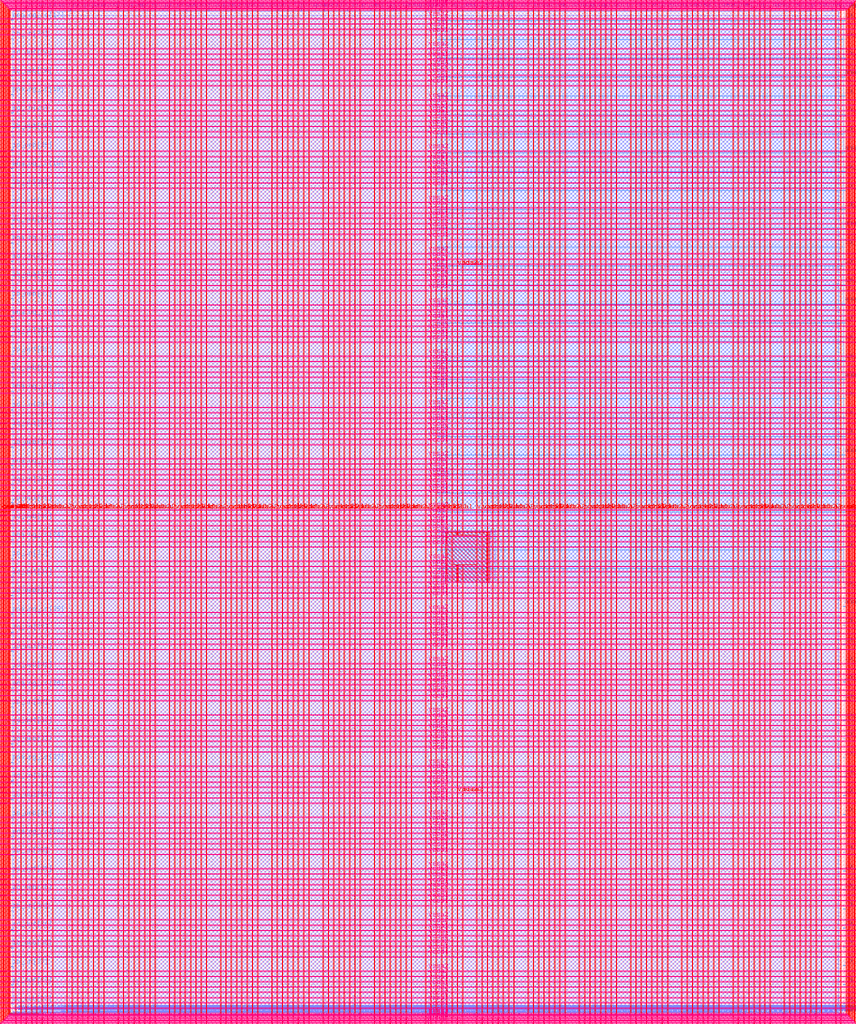
<source format=lef>
VERSION 5.7 ;
  NOWIREEXTENSIONATPIN ON ;
  DIVIDERCHAR "/" ;
  BUSBITCHARS "[]" ;
MACRO user_project_wrapper
  CLASS BLOCK ;
  FOREIGN user_project_wrapper ;
  ORIGIN 0.000 0.000 ;
  SIZE 2920.000 BY 3520.000 ;
  PIN analog_io[0]
    DIRECTION INOUT ;
    USE SIGNAL ;
    PORT
      LAYER met3 ;
        RECT 2917.600 1426.380 2924.800 1427.580 ;
    END
  END analog_io[0]
  PIN analog_io[10]
    DIRECTION INOUT ;
    USE SIGNAL ;
    PORT
      LAYER met2 ;
        RECT 2230.490 3517.600 2231.050 3524.800 ;
    END
  END analog_io[10]
  PIN analog_io[11]
    DIRECTION INOUT ;
    USE SIGNAL ;
    PORT
      LAYER met2 ;
        RECT 1905.730 3517.600 1906.290 3524.800 ;
    END
  END analog_io[11]
  PIN analog_io[12]
    DIRECTION INOUT ;
    USE SIGNAL ;
    PORT
      LAYER met2 ;
        RECT 1581.430 3517.600 1581.990 3524.800 ;
    END
  END analog_io[12]
  PIN analog_io[13]
    DIRECTION INOUT ;
    USE SIGNAL ;
    PORT
      LAYER met2 ;
        RECT 1257.130 3517.600 1257.690 3524.800 ;
    END
  END analog_io[13]
  PIN analog_io[14]
    DIRECTION INOUT ;
    USE SIGNAL ;
    PORT
      LAYER met2 ;
        RECT 932.370 3517.600 932.930 3524.800 ;
    END
  END analog_io[14]
  PIN analog_io[15]
    DIRECTION INOUT ;
    USE SIGNAL ;
    PORT
      LAYER met2 ;
        RECT 608.070 3517.600 608.630 3524.800 ;
    END
  END analog_io[15]
  PIN analog_io[16]
    DIRECTION INOUT ;
    USE SIGNAL ;
    PORT
      LAYER met2 ;
        RECT 283.770 3517.600 284.330 3524.800 ;
    END
  END analog_io[16]
  PIN analog_io[17]
    DIRECTION INOUT ;
    USE SIGNAL ;
    PORT
      LAYER met3 ;
        RECT -4.800 3486.100 2.400 3487.300 ;
    END
  END analog_io[17]
  PIN analog_io[18]
    DIRECTION INOUT ;
    USE SIGNAL ;
    PORT
      LAYER met3 ;
        RECT -4.800 3224.980 2.400 3226.180 ;
    END
  END analog_io[18]
  PIN analog_io[19]
    DIRECTION INOUT ;
    USE SIGNAL ;
    PORT
      LAYER met3 ;
        RECT -4.800 2964.540 2.400 2965.740 ;
    END
  END analog_io[19]
  PIN analog_io[1]
    DIRECTION INOUT ;
    USE SIGNAL ;
    PORT
      LAYER met3 ;
        RECT 2917.600 1692.260 2924.800 1693.460 ;
    END
  END analog_io[1]
  PIN analog_io[20]
    DIRECTION INOUT ;
    USE SIGNAL ;
    PORT
      LAYER met3 ;
        RECT -4.800 2703.420 2.400 2704.620 ;
    END
  END analog_io[20]
  PIN analog_io[21]
    DIRECTION INOUT ;
    USE SIGNAL ;
    PORT
      LAYER met3 ;
        RECT -4.800 2442.980 2.400 2444.180 ;
    END
  END analog_io[21]
  PIN analog_io[22]
    DIRECTION INOUT ;
    USE SIGNAL ;
    PORT
      LAYER met3 ;
        RECT -4.800 2182.540 2.400 2183.740 ;
    END
  END analog_io[22]
  PIN analog_io[23]
    DIRECTION INOUT ;
    USE SIGNAL ;
    PORT
      LAYER met3 ;
        RECT -4.800 1921.420 2.400 1922.620 ;
    END
  END analog_io[23]
  PIN analog_io[24]
    DIRECTION INOUT ;
    USE SIGNAL ;
    PORT
      LAYER met3 ;
        RECT -4.800 1660.980 2.400 1662.180 ;
    END
  END analog_io[24]
  PIN analog_io[25]
    DIRECTION INOUT ;
    USE SIGNAL ;
    PORT
      LAYER met3 ;
        RECT -4.800 1399.860 2.400 1401.060 ;
    END
  END analog_io[25]
  PIN analog_io[26]
    DIRECTION INOUT ;
    USE SIGNAL ;
    PORT
      LAYER met3 ;
        RECT -4.800 1139.420 2.400 1140.620 ;
    END
  END analog_io[26]
  PIN analog_io[27]
    DIRECTION INOUT ;
    USE SIGNAL ;
    PORT
      LAYER met3 ;
        RECT -4.800 878.980 2.400 880.180 ;
    END
  END analog_io[27]
  PIN analog_io[28]
    DIRECTION INOUT ;
    USE SIGNAL ;
    PORT
      LAYER met3 ;
        RECT -4.800 617.860 2.400 619.060 ;
    END
  END analog_io[28]
  PIN analog_io[2]
    DIRECTION INOUT ;
    USE SIGNAL ;
    PORT
      LAYER met3 ;
        RECT 2917.600 1958.140 2924.800 1959.340 ;
    END
  END analog_io[2]
  PIN analog_io[3]
    DIRECTION INOUT ;
    USE SIGNAL ;
    PORT
      LAYER met3 ;
        RECT 2917.600 2223.340 2924.800 2224.540 ;
    END
  END analog_io[3]
  PIN analog_io[4]
    DIRECTION INOUT ;
    USE SIGNAL ;
    PORT
      LAYER met3 ;
        RECT 2917.600 2489.220 2924.800 2490.420 ;
    END
  END analog_io[4]
  PIN analog_io[5]
    DIRECTION INOUT ;
    USE SIGNAL ;
    PORT
      LAYER met3 ;
        RECT 2917.600 2755.100 2924.800 2756.300 ;
    END
  END analog_io[5]
  PIN analog_io[6]
    DIRECTION INOUT ;
    USE SIGNAL ;
    PORT
      LAYER met3 ;
        RECT 2917.600 3020.300 2924.800 3021.500 ;
    END
  END analog_io[6]
  PIN analog_io[7]
    DIRECTION INOUT ;
    USE SIGNAL ;
    PORT
      LAYER met3 ;
        RECT 2917.600 3286.180 2924.800 3287.380 ;
    END
  END analog_io[7]
  PIN analog_io[8]
    DIRECTION INOUT ;
    USE SIGNAL ;
    PORT
      LAYER met2 ;
        RECT 2879.090 3517.600 2879.650 3524.800 ;
    END
  END analog_io[8]
  PIN analog_io[9]
    DIRECTION INOUT ;
    USE SIGNAL ;
    PORT
      LAYER met2 ;
        RECT 2554.790 3517.600 2555.350 3524.800 ;
    END
  END analog_io[9]
  PIN io_in[0]
    DIRECTION INPUT ;
    USE SIGNAL ;
    PORT
      LAYER met3 ;
        RECT 2917.600 32.380 2924.800 33.580 ;
    END
  END io_in[0]
  PIN io_in[10]
    DIRECTION INPUT ;
    USE SIGNAL ;
    PORT
      LAYER met3 ;
        RECT 2917.600 2289.980 2924.800 2291.180 ;
    END
  END io_in[10]
  PIN io_in[11]
    DIRECTION INPUT ;
    USE SIGNAL ;
    PORT
      LAYER met3 ;
        RECT 2917.600 2555.860 2924.800 2557.060 ;
    END
  END io_in[11]
  PIN io_in[12]
    DIRECTION INPUT ;
    USE SIGNAL ;
    PORT
      LAYER met3 ;
        RECT 2917.600 2821.060 2924.800 2822.260 ;
    END
  END io_in[12]
  PIN io_in[13]
    DIRECTION INPUT ;
    USE SIGNAL ;
    PORT
      LAYER met3 ;
        RECT 2917.600 3086.940 2924.800 3088.140 ;
    END
  END io_in[13]
  PIN io_in[14]
    DIRECTION INPUT ;
    USE SIGNAL ;
    PORT
      LAYER met3 ;
        RECT 2917.600 3352.820 2924.800 3354.020 ;
    END
  END io_in[14]
  PIN io_in[15]
    DIRECTION INPUT ;
    USE SIGNAL ;
    PORT
      LAYER met2 ;
        RECT 2798.130 3517.600 2798.690 3524.800 ;
    END
  END io_in[15]
  PIN io_in[16]
    DIRECTION INPUT ;
    USE SIGNAL ;
    PORT
      LAYER met2 ;
        RECT 2473.830 3517.600 2474.390 3524.800 ;
    END
  END io_in[16]
  PIN io_in[17]
    DIRECTION INPUT ;
    USE SIGNAL ;
    PORT
      LAYER met2 ;
        RECT 2149.070 3517.600 2149.630 3524.800 ;
    END
  END io_in[17]
  PIN io_in[18]
    DIRECTION INPUT ;
    USE SIGNAL ;
    PORT
      LAYER met2 ;
        RECT 1824.770 3517.600 1825.330 3524.800 ;
    END
  END io_in[18]
  PIN io_in[19]
    DIRECTION INPUT ;
    USE SIGNAL ;
    PORT
      LAYER met2 ;
        RECT 1500.470 3517.600 1501.030 3524.800 ;
    END
  END io_in[19]
  PIN io_in[1]
    DIRECTION INPUT ;
    USE SIGNAL ;
    PORT
      LAYER met3 ;
        RECT 2917.600 230.940 2924.800 232.140 ;
    END
  END io_in[1]
  PIN io_in[20]
    DIRECTION INPUT ;
    USE SIGNAL ;
    PORT
      LAYER met2 ;
        RECT 1175.710 3517.600 1176.270 3524.800 ;
    END
  END io_in[20]
  PIN io_in[21]
    DIRECTION INPUT ;
    USE SIGNAL ;
    PORT
      LAYER met2 ;
        RECT 851.410 3517.600 851.970 3524.800 ;
    END
  END io_in[21]
  PIN io_in[22]
    DIRECTION INPUT ;
    USE SIGNAL ;
    PORT
      LAYER met2 ;
        RECT 527.110 3517.600 527.670 3524.800 ;
    END
  END io_in[22]
  PIN io_in[23]
    DIRECTION INPUT ;
    USE SIGNAL ;
    PORT
      LAYER met2 ;
        RECT 202.350 3517.600 202.910 3524.800 ;
    END
  END io_in[23]
  PIN io_in[24]
    DIRECTION INPUT ;
    USE SIGNAL ;
    PORT
      LAYER met3 ;
        RECT -4.800 3420.820 2.400 3422.020 ;
    END
  END io_in[24]
  PIN io_in[25]
    DIRECTION INPUT ;
    USE SIGNAL ;
    PORT
      LAYER met3 ;
        RECT -4.800 3159.700 2.400 3160.900 ;
    END
  END io_in[25]
  PIN io_in[26]
    DIRECTION INPUT ;
    USE SIGNAL ;
    PORT
      LAYER met3 ;
        RECT -4.800 2899.260 2.400 2900.460 ;
    END
  END io_in[26]
  PIN io_in[27]
    DIRECTION INPUT ;
    USE SIGNAL ;
    PORT
      LAYER met3 ;
        RECT -4.800 2638.820 2.400 2640.020 ;
    END
  END io_in[27]
  PIN io_in[28]
    DIRECTION INPUT ;
    USE SIGNAL ;
    PORT
      LAYER met3 ;
        RECT -4.800 2377.700 2.400 2378.900 ;
    END
  END io_in[28]
  PIN io_in[29]
    DIRECTION INPUT ;
    USE SIGNAL ;
    PORT
      LAYER met3 ;
        RECT -4.800 2117.260 2.400 2118.460 ;
    END
  END io_in[29]
  PIN io_in[2]
    DIRECTION INPUT ;
    USE SIGNAL ;
    PORT
      LAYER met3 ;
        RECT 2917.600 430.180 2924.800 431.380 ;
    END
  END io_in[2]
  PIN io_in[30]
    DIRECTION INPUT ;
    USE SIGNAL ;
    PORT
      LAYER met3 ;
        RECT -4.800 1856.140 2.400 1857.340 ;
    END
  END io_in[30]
  PIN io_in[31]
    DIRECTION INPUT ;
    USE SIGNAL ;
    PORT
      LAYER met3 ;
        RECT -4.800 1595.700 2.400 1596.900 ;
    END
  END io_in[31]
  PIN io_in[32]
    DIRECTION INPUT ;
    USE SIGNAL ;
    PORT
      LAYER met3 ;
        RECT -4.800 1335.260 2.400 1336.460 ;
    END
  END io_in[32]
  PIN io_in[33]
    DIRECTION INPUT ;
    USE SIGNAL ;
    PORT
      LAYER met3 ;
        RECT -4.800 1074.140 2.400 1075.340 ;
    END
  END io_in[33]
  PIN io_in[34]
    DIRECTION INPUT ;
    USE SIGNAL ;
    PORT
      LAYER met3 ;
        RECT -4.800 813.700 2.400 814.900 ;
    END
  END io_in[34]
  PIN io_in[35]
    DIRECTION INPUT ;
    USE SIGNAL ;
    PORT
      LAYER met3 ;
        RECT -4.800 552.580 2.400 553.780 ;
    END
  END io_in[35]
  PIN io_in[36]
    DIRECTION INPUT ;
    USE SIGNAL ;
    PORT
      LAYER met3 ;
        RECT -4.800 357.420 2.400 358.620 ;
    END
  END io_in[36]
  PIN io_in[37]
    DIRECTION INPUT ;
    USE SIGNAL ;
    PORT
      LAYER met3 ;
        RECT -4.800 161.580 2.400 162.780 ;
    END
  END io_in[37]
  PIN io_in[3]
    DIRECTION INPUT ;
    USE SIGNAL ;
    PORT
      LAYER met3 ;
        RECT 2917.600 629.420 2924.800 630.620 ;
    END
  END io_in[3]
  PIN io_in[4]
    DIRECTION INPUT ;
    USE SIGNAL ;
    PORT
      LAYER met3 ;
        RECT 2917.600 828.660 2924.800 829.860 ;
    END
  END io_in[4]
  PIN io_in[5]
    DIRECTION INPUT ;
    USE SIGNAL ;
    PORT
      LAYER met3 ;
        RECT 2917.600 1027.900 2924.800 1029.100 ;
    END
  END io_in[5]
  PIN io_in[6]
    DIRECTION INPUT ;
    USE SIGNAL ;
    PORT
      LAYER met3 ;
        RECT 2917.600 1227.140 2924.800 1228.340 ;
    END
  END io_in[6]
  PIN io_in[7]
    DIRECTION INPUT ;
    USE SIGNAL ;
    PORT
      LAYER met3 ;
        RECT 2917.600 1493.020 2924.800 1494.220 ;
    END
  END io_in[7]
  PIN io_in[8]
    DIRECTION INPUT ;
    USE SIGNAL ;
    PORT
      LAYER met3 ;
        RECT 2917.600 1758.900 2924.800 1760.100 ;
    END
  END io_in[8]
  PIN io_in[9]
    DIRECTION INPUT ;
    USE SIGNAL ;
    PORT
      LAYER met3 ;
        RECT 2917.600 2024.100 2924.800 2025.300 ;
    END
  END io_in[9]
  PIN io_oeb[0]
    DIRECTION OUTPUT TRISTATE ;
    USE SIGNAL ;
    PORT
      LAYER met3 ;
        RECT 2917.600 164.980 2924.800 166.180 ;
    END
  END io_oeb[0]
  PIN io_oeb[10]
    DIRECTION OUTPUT TRISTATE ;
    USE SIGNAL ;
    PORT
      LAYER met3 ;
        RECT 2917.600 2422.580 2924.800 2423.780 ;
    END
  END io_oeb[10]
  PIN io_oeb[11]
    DIRECTION OUTPUT TRISTATE ;
    USE SIGNAL ;
    PORT
      LAYER met3 ;
        RECT 2917.600 2688.460 2924.800 2689.660 ;
    END
  END io_oeb[11]
  PIN io_oeb[12]
    DIRECTION OUTPUT TRISTATE ;
    USE SIGNAL ;
    PORT
      LAYER met3 ;
        RECT 2917.600 2954.340 2924.800 2955.540 ;
    END
  END io_oeb[12]
  PIN io_oeb[13]
    DIRECTION OUTPUT TRISTATE ;
    USE SIGNAL ;
    PORT
      LAYER met3 ;
        RECT 2917.600 3219.540 2924.800 3220.740 ;
    END
  END io_oeb[13]
  PIN io_oeb[14]
    DIRECTION OUTPUT TRISTATE ;
    USE SIGNAL ;
    PORT
      LAYER met3 ;
        RECT 2917.600 3485.420 2924.800 3486.620 ;
    END
  END io_oeb[14]
  PIN io_oeb[15]
    DIRECTION OUTPUT TRISTATE ;
    USE SIGNAL ;
    PORT
      LAYER met2 ;
        RECT 2635.750 3517.600 2636.310 3524.800 ;
    END
  END io_oeb[15]
  PIN io_oeb[16]
    DIRECTION OUTPUT TRISTATE ;
    USE SIGNAL ;
    PORT
      LAYER met2 ;
        RECT 2311.450 3517.600 2312.010 3524.800 ;
    END
  END io_oeb[16]
  PIN io_oeb[17]
    DIRECTION OUTPUT TRISTATE ;
    USE SIGNAL ;
    PORT
      LAYER met2 ;
        RECT 1987.150 3517.600 1987.710 3524.800 ;
    END
  END io_oeb[17]
  PIN io_oeb[18]
    DIRECTION OUTPUT TRISTATE ;
    USE SIGNAL ;
    PORT
      LAYER met2 ;
        RECT 1662.390 3517.600 1662.950 3524.800 ;
    END
  END io_oeb[18]
  PIN io_oeb[19]
    DIRECTION OUTPUT TRISTATE ;
    USE SIGNAL ;
    PORT
      LAYER met2 ;
        RECT 1338.090 3517.600 1338.650 3524.800 ;
    END
  END io_oeb[19]
  PIN io_oeb[1]
    DIRECTION OUTPUT TRISTATE ;
    USE SIGNAL ;
    PORT
      LAYER met3 ;
        RECT 2917.600 364.220 2924.800 365.420 ;
    END
  END io_oeb[1]
  PIN io_oeb[20]
    DIRECTION OUTPUT TRISTATE ;
    USE SIGNAL ;
    PORT
      LAYER met2 ;
        RECT 1013.790 3517.600 1014.350 3524.800 ;
    END
  END io_oeb[20]
  PIN io_oeb[21]
    DIRECTION OUTPUT TRISTATE ;
    USE SIGNAL ;
    PORT
      LAYER met2 ;
        RECT 689.030 3517.600 689.590 3524.800 ;
    END
  END io_oeb[21]
  PIN io_oeb[22]
    DIRECTION OUTPUT TRISTATE ;
    USE SIGNAL ;
    PORT
      LAYER met2 ;
        RECT 364.730 3517.600 365.290 3524.800 ;
    END
  END io_oeb[22]
  PIN io_oeb[23]
    DIRECTION OUTPUT TRISTATE ;
    USE SIGNAL ;
    PORT
      LAYER met2 ;
        RECT 40.430 3517.600 40.990 3524.800 ;
    END
  END io_oeb[23]
  PIN io_oeb[24]
    DIRECTION OUTPUT TRISTATE ;
    USE SIGNAL ;
    PORT
      LAYER met3 ;
        RECT -4.800 3290.260 2.400 3291.460 ;
    END
  END io_oeb[24]
  PIN io_oeb[25]
    DIRECTION OUTPUT TRISTATE ;
    USE SIGNAL ;
    PORT
      LAYER met3 ;
        RECT -4.800 3029.820 2.400 3031.020 ;
    END
  END io_oeb[25]
  PIN io_oeb[26]
    DIRECTION OUTPUT TRISTATE ;
    USE SIGNAL ;
    PORT
      LAYER met3 ;
        RECT -4.800 2768.700 2.400 2769.900 ;
    END
  END io_oeb[26]
  PIN io_oeb[27]
    DIRECTION OUTPUT TRISTATE ;
    USE SIGNAL ;
    PORT
      LAYER met3 ;
        RECT -4.800 2508.260 2.400 2509.460 ;
    END
  END io_oeb[27]
  PIN io_oeb[28]
    DIRECTION OUTPUT TRISTATE ;
    USE SIGNAL ;
    PORT
      LAYER met3 ;
        RECT -4.800 2247.140 2.400 2248.340 ;
    END
  END io_oeb[28]
  PIN io_oeb[29]
    DIRECTION OUTPUT TRISTATE ;
    USE SIGNAL ;
    PORT
      LAYER met3 ;
        RECT -4.800 1986.700 2.400 1987.900 ;
    END
  END io_oeb[29]
  PIN io_oeb[2]
    DIRECTION OUTPUT TRISTATE ;
    USE SIGNAL ;
    PORT
      LAYER met3 ;
        RECT 2917.600 563.460 2924.800 564.660 ;
    END
  END io_oeb[2]
  PIN io_oeb[30]
    DIRECTION OUTPUT TRISTATE ;
    USE SIGNAL ;
    PORT
      LAYER met3 ;
        RECT -4.800 1726.260 2.400 1727.460 ;
    END
  END io_oeb[30]
  PIN io_oeb[31]
    DIRECTION OUTPUT TRISTATE ;
    USE SIGNAL ;
    PORT
      LAYER met3 ;
        RECT -4.800 1465.140 2.400 1466.340 ;
    END
  END io_oeb[31]
  PIN io_oeb[32]
    DIRECTION OUTPUT TRISTATE ;
    USE SIGNAL ;
    PORT
      LAYER met3 ;
        RECT -4.800 1204.700 2.400 1205.900 ;
    END
  END io_oeb[32]
  PIN io_oeb[33]
    DIRECTION OUTPUT TRISTATE ;
    USE SIGNAL ;
    PORT
      LAYER met3 ;
        RECT -4.800 943.580 2.400 944.780 ;
    END
  END io_oeb[33]
  PIN io_oeb[34]
    DIRECTION OUTPUT TRISTATE ;
    USE SIGNAL ;
    PORT
      LAYER met3 ;
        RECT -4.800 683.140 2.400 684.340 ;
    END
  END io_oeb[34]
  PIN io_oeb[35]
    DIRECTION OUTPUT TRISTATE ;
    USE SIGNAL ;
    PORT
      LAYER met3 ;
        RECT -4.800 422.700 2.400 423.900 ;
    END
  END io_oeb[35]
  PIN io_oeb[36]
    DIRECTION OUTPUT TRISTATE ;
    USE SIGNAL ;
    PORT
      LAYER met3 ;
        RECT -4.800 226.860 2.400 228.060 ;
    END
  END io_oeb[36]
  PIN io_oeb[37]
    DIRECTION OUTPUT TRISTATE ;
    USE SIGNAL ;
    PORT
      LAYER met3 ;
        RECT -4.800 31.700 2.400 32.900 ;
    END
  END io_oeb[37]
  PIN io_oeb[3]
    DIRECTION OUTPUT TRISTATE ;
    USE SIGNAL ;
    PORT
      LAYER met3 ;
        RECT 2917.600 762.700 2924.800 763.900 ;
    END
  END io_oeb[3]
  PIN io_oeb[4]
    DIRECTION OUTPUT TRISTATE ;
    USE SIGNAL ;
    PORT
      LAYER met3 ;
        RECT 2917.600 961.940 2924.800 963.140 ;
    END
  END io_oeb[4]
  PIN io_oeb[5]
    DIRECTION OUTPUT TRISTATE ;
    USE SIGNAL ;
    PORT
      LAYER met3 ;
        RECT 2917.600 1161.180 2924.800 1162.380 ;
    END
  END io_oeb[5]
  PIN io_oeb[6]
    DIRECTION OUTPUT TRISTATE ;
    USE SIGNAL ;
    PORT
      LAYER met3 ;
        RECT 2917.600 1360.420 2924.800 1361.620 ;
    END
  END io_oeb[6]
  PIN io_oeb[7]
    DIRECTION OUTPUT TRISTATE ;
    USE SIGNAL ;
    PORT
      LAYER met3 ;
        RECT 2917.600 1625.620 2924.800 1626.820 ;
    END
  END io_oeb[7]
  PIN io_oeb[8]
    DIRECTION OUTPUT TRISTATE ;
    USE SIGNAL ;
    PORT
      LAYER met3 ;
        RECT 2917.600 1891.500 2924.800 1892.700 ;
    END
  END io_oeb[8]
  PIN io_oeb[9]
    DIRECTION OUTPUT TRISTATE ;
    USE SIGNAL ;
    PORT
      LAYER met3 ;
        RECT 2917.600 2157.380 2924.800 2158.580 ;
    END
  END io_oeb[9]
  PIN io_out[0]
    DIRECTION OUTPUT TRISTATE ;
    USE SIGNAL ;
    PORT
      LAYER met3 ;
        RECT 2917.600 98.340 2924.800 99.540 ;
    END
  END io_out[0]
  PIN io_out[10]
    DIRECTION OUTPUT TRISTATE ;
    USE SIGNAL ;
    PORT
      LAYER met3 ;
        RECT 2917.600 2356.620 2924.800 2357.820 ;
    END
  END io_out[10]
  PIN io_out[11]
    DIRECTION OUTPUT TRISTATE ;
    USE SIGNAL ;
    PORT
      LAYER met3 ;
        RECT 2917.600 2621.820 2924.800 2623.020 ;
    END
  END io_out[11]
  PIN io_out[12]
    DIRECTION OUTPUT TRISTATE ;
    USE SIGNAL ;
    PORT
      LAYER met3 ;
        RECT 2917.600 2887.700 2924.800 2888.900 ;
    END
  END io_out[12]
  PIN io_out[13]
    DIRECTION OUTPUT TRISTATE ;
    USE SIGNAL ;
    PORT
      LAYER met3 ;
        RECT 2917.600 3153.580 2924.800 3154.780 ;
    END
  END io_out[13]
  PIN io_out[14]
    DIRECTION OUTPUT TRISTATE ;
    USE SIGNAL ;
    PORT
      LAYER met3 ;
        RECT 2917.600 3418.780 2924.800 3419.980 ;
    END
  END io_out[14]
  PIN io_out[15]
    DIRECTION OUTPUT TRISTATE ;
    USE SIGNAL ;
    PORT
      LAYER met2 ;
        RECT 2717.170 3517.600 2717.730 3524.800 ;
    END
  END io_out[15]
  PIN io_out[16]
    DIRECTION OUTPUT TRISTATE ;
    USE SIGNAL ;
    PORT
      LAYER met2 ;
        RECT 2392.410 3517.600 2392.970 3524.800 ;
    END
  END io_out[16]
  PIN io_out[17]
    DIRECTION OUTPUT TRISTATE ;
    USE SIGNAL ;
    PORT
      LAYER met2 ;
        RECT 2068.110 3517.600 2068.670 3524.800 ;
    END
  END io_out[17]
  PIN io_out[18]
    DIRECTION OUTPUT TRISTATE ;
    USE SIGNAL ;
    PORT
      LAYER met2 ;
        RECT 1743.810 3517.600 1744.370 3524.800 ;
    END
  END io_out[18]
  PIN io_out[19]
    DIRECTION OUTPUT TRISTATE ;
    USE SIGNAL ;
    PORT
      LAYER met2 ;
        RECT 1419.050 3517.600 1419.610 3524.800 ;
    END
  END io_out[19]
  PIN io_out[1]
    DIRECTION OUTPUT TRISTATE ;
    USE SIGNAL ;
    PORT
      LAYER met3 ;
        RECT 2917.600 297.580 2924.800 298.780 ;
    END
  END io_out[1]
  PIN io_out[20]
    DIRECTION OUTPUT TRISTATE ;
    USE SIGNAL ;
    PORT
      LAYER met2 ;
        RECT 1094.750 3517.600 1095.310 3524.800 ;
    END
  END io_out[20]
  PIN io_out[21]
    DIRECTION OUTPUT TRISTATE ;
    USE SIGNAL ;
    PORT
      LAYER met2 ;
        RECT 770.450 3517.600 771.010 3524.800 ;
    END
  END io_out[21]
  PIN io_out[22]
    DIRECTION OUTPUT TRISTATE ;
    USE SIGNAL ;
    PORT
      LAYER met2 ;
        RECT 445.690 3517.600 446.250 3524.800 ;
    END
  END io_out[22]
  PIN io_out[23]
    DIRECTION OUTPUT TRISTATE ;
    USE SIGNAL ;
    PORT
      LAYER met2 ;
        RECT 121.390 3517.600 121.950 3524.800 ;
    END
  END io_out[23]
  PIN io_out[24]
    DIRECTION OUTPUT TRISTATE ;
    USE SIGNAL ;
    PORT
      LAYER met3 ;
        RECT -4.800 3355.540 2.400 3356.740 ;
    END
  END io_out[24]
  PIN io_out[25]
    DIRECTION OUTPUT TRISTATE ;
    USE SIGNAL ;
    PORT
      LAYER met3 ;
        RECT -4.800 3095.100 2.400 3096.300 ;
    END
  END io_out[25]
  PIN io_out[26]
    DIRECTION OUTPUT TRISTATE ;
    USE SIGNAL ;
    PORT
      LAYER met3 ;
        RECT -4.800 2833.980 2.400 2835.180 ;
    END
  END io_out[26]
  PIN io_out[27]
    DIRECTION OUTPUT TRISTATE ;
    USE SIGNAL ;
    PORT
      LAYER met3 ;
        RECT -4.800 2573.540 2.400 2574.740 ;
    END
  END io_out[27]
  PIN io_out[28]
    DIRECTION OUTPUT TRISTATE ;
    USE SIGNAL ;
    PORT
      LAYER met3 ;
        RECT -4.800 2312.420 2.400 2313.620 ;
    END
  END io_out[28]
  PIN io_out[29]
    DIRECTION OUTPUT TRISTATE ;
    USE SIGNAL ;
    PORT
      LAYER met3 ;
        RECT -4.800 2051.980 2.400 2053.180 ;
    END
  END io_out[29]
  PIN io_out[2]
    DIRECTION OUTPUT TRISTATE ;
    USE SIGNAL ;
    PORT
      LAYER met3 ;
        RECT 2917.600 496.820 2924.800 498.020 ;
    END
  END io_out[2]
  PIN io_out[30]
    DIRECTION OUTPUT TRISTATE ;
    USE SIGNAL ;
    PORT
      LAYER met3 ;
        RECT -4.800 1791.540 2.400 1792.740 ;
    END
  END io_out[30]
  PIN io_out[31]
    DIRECTION OUTPUT TRISTATE ;
    USE SIGNAL ;
    PORT
      LAYER met3 ;
        RECT -4.800 1530.420 2.400 1531.620 ;
    END
  END io_out[31]
  PIN io_out[32]
    DIRECTION OUTPUT TRISTATE ;
    USE SIGNAL ;
    PORT
      LAYER met3 ;
        RECT -4.800 1269.980 2.400 1271.180 ;
    END
  END io_out[32]
  PIN io_out[33]
    DIRECTION OUTPUT TRISTATE ;
    USE SIGNAL ;
    PORT
      LAYER met3 ;
        RECT -4.800 1008.860 2.400 1010.060 ;
    END
  END io_out[33]
  PIN io_out[34]
    DIRECTION OUTPUT TRISTATE ;
    USE SIGNAL ;
    PORT
      LAYER met3 ;
        RECT -4.800 748.420 2.400 749.620 ;
    END
  END io_out[34]
  PIN io_out[35]
    DIRECTION OUTPUT TRISTATE ;
    USE SIGNAL ;
    PORT
      LAYER met3 ;
        RECT -4.800 487.300 2.400 488.500 ;
    END
  END io_out[35]
  PIN io_out[36]
    DIRECTION OUTPUT TRISTATE ;
    USE SIGNAL ;
    PORT
      LAYER met3 ;
        RECT -4.800 292.140 2.400 293.340 ;
    END
  END io_out[36]
  PIN io_out[37]
    DIRECTION OUTPUT TRISTATE ;
    USE SIGNAL ;
    PORT
      LAYER met3 ;
        RECT -4.800 96.300 2.400 97.500 ;
    END
  END io_out[37]
  PIN io_out[3]
    DIRECTION OUTPUT TRISTATE ;
    USE SIGNAL ;
    PORT
      LAYER met3 ;
        RECT 2917.600 696.060 2924.800 697.260 ;
    END
  END io_out[3]
  PIN io_out[4]
    DIRECTION OUTPUT TRISTATE ;
    USE SIGNAL ;
    PORT
      LAYER met3 ;
        RECT 2917.600 895.300 2924.800 896.500 ;
    END
  END io_out[4]
  PIN io_out[5]
    DIRECTION OUTPUT TRISTATE ;
    USE SIGNAL ;
    PORT
      LAYER met3 ;
        RECT 2917.600 1094.540 2924.800 1095.740 ;
    END
  END io_out[5]
  PIN io_out[6]
    DIRECTION OUTPUT TRISTATE ;
    USE SIGNAL ;
    PORT
      LAYER met3 ;
        RECT 2917.600 1293.780 2924.800 1294.980 ;
    END
  END io_out[6]
  PIN io_out[7]
    DIRECTION OUTPUT TRISTATE ;
    USE SIGNAL ;
    PORT
      LAYER met3 ;
        RECT 2917.600 1559.660 2924.800 1560.860 ;
    END
  END io_out[7]
  PIN io_out[8]
    DIRECTION OUTPUT TRISTATE ;
    USE SIGNAL ;
    PORT
      LAYER met3 ;
        RECT 2917.600 1824.860 2924.800 1826.060 ;
    END
  END io_out[8]
  PIN io_out[9]
    DIRECTION OUTPUT TRISTATE ;
    USE SIGNAL ;
    PORT
      LAYER met3 ;
        RECT 2917.600 2090.740 2924.800 2091.940 ;
    END
  END io_out[9]
  PIN la_data_in[0]
    DIRECTION INPUT ;
    USE SIGNAL ;
    PORT
      LAYER met2 ;
        RECT 629.230 -4.800 629.790 2.400 ;
    END
  END la_data_in[0]
  PIN la_data_in[100]
    DIRECTION INPUT ;
    USE SIGNAL ;
    PORT
      LAYER met2 ;
        RECT 2402.530 -4.800 2403.090 2.400 ;
    END
  END la_data_in[100]
  PIN la_data_in[101]
    DIRECTION INPUT ;
    USE SIGNAL ;
    PORT
      LAYER met2 ;
        RECT 2420.010 -4.800 2420.570 2.400 ;
    END
  END la_data_in[101]
  PIN la_data_in[102]
    DIRECTION INPUT ;
    USE SIGNAL ;
    PORT
      LAYER met2 ;
        RECT 2437.950 -4.800 2438.510 2.400 ;
    END
  END la_data_in[102]
  PIN la_data_in[103]
    DIRECTION INPUT ;
    USE SIGNAL ;
    PORT
      LAYER met2 ;
        RECT 2455.430 -4.800 2455.990 2.400 ;
    END
  END la_data_in[103]
  PIN la_data_in[104]
    DIRECTION INPUT ;
    USE SIGNAL ;
    PORT
      LAYER met2 ;
        RECT 2473.370 -4.800 2473.930 2.400 ;
    END
  END la_data_in[104]
  PIN la_data_in[105]
    DIRECTION INPUT ;
    USE SIGNAL ;
    PORT
      LAYER met2 ;
        RECT 2490.850 -4.800 2491.410 2.400 ;
    END
  END la_data_in[105]
  PIN la_data_in[106]
    DIRECTION INPUT ;
    USE SIGNAL ;
    PORT
      LAYER met2 ;
        RECT 2508.790 -4.800 2509.350 2.400 ;
    END
  END la_data_in[106]
  PIN la_data_in[107]
    DIRECTION INPUT ;
    USE SIGNAL ;
    PORT
      LAYER met2 ;
        RECT 2526.730 -4.800 2527.290 2.400 ;
    END
  END la_data_in[107]
  PIN la_data_in[108]
    DIRECTION INPUT ;
    USE SIGNAL ;
    PORT
      LAYER met2 ;
        RECT 2544.210 -4.800 2544.770 2.400 ;
    END
  END la_data_in[108]
  PIN la_data_in[109]
    DIRECTION INPUT ;
    USE SIGNAL ;
    PORT
      LAYER met2 ;
        RECT 2562.150 -4.800 2562.710 2.400 ;
    END
  END la_data_in[109]
  PIN la_data_in[10]
    DIRECTION INPUT ;
    USE SIGNAL ;
    PORT
      LAYER met2 ;
        RECT 806.330 -4.800 806.890 2.400 ;
    END
  END la_data_in[10]
  PIN la_data_in[110]
    DIRECTION INPUT ;
    USE SIGNAL ;
    PORT
      LAYER met2 ;
        RECT 2579.630 -4.800 2580.190 2.400 ;
    END
  END la_data_in[110]
  PIN la_data_in[111]
    DIRECTION INPUT ;
    USE SIGNAL ;
    PORT
      LAYER met2 ;
        RECT 2597.570 -4.800 2598.130 2.400 ;
    END
  END la_data_in[111]
  PIN la_data_in[112]
    DIRECTION INPUT ;
    USE SIGNAL ;
    PORT
      LAYER met2 ;
        RECT 2615.050 -4.800 2615.610 2.400 ;
    END
  END la_data_in[112]
  PIN la_data_in[113]
    DIRECTION INPUT ;
    USE SIGNAL ;
    PORT
      LAYER met2 ;
        RECT 2632.990 -4.800 2633.550 2.400 ;
    END
  END la_data_in[113]
  PIN la_data_in[114]
    DIRECTION INPUT ;
    USE SIGNAL ;
    PORT
      LAYER met2 ;
        RECT 2650.470 -4.800 2651.030 2.400 ;
    END
  END la_data_in[114]
  PIN la_data_in[115]
    DIRECTION INPUT ;
    USE SIGNAL ;
    PORT
      LAYER met2 ;
        RECT 2668.410 -4.800 2668.970 2.400 ;
    END
  END la_data_in[115]
  PIN la_data_in[116]
    DIRECTION INPUT ;
    USE SIGNAL ;
    PORT
      LAYER met2 ;
        RECT 2685.890 -4.800 2686.450 2.400 ;
    END
  END la_data_in[116]
  PIN la_data_in[117]
    DIRECTION INPUT ;
    USE SIGNAL ;
    PORT
      LAYER met2 ;
        RECT 2703.830 -4.800 2704.390 2.400 ;
    END
  END la_data_in[117]
  PIN la_data_in[118]
    DIRECTION INPUT ;
    USE SIGNAL ;
    PORT
      LAYER met2 ;
        RECT 2721.770 -4.800 2722.330 2.400 ;
    END
  END la_data_in[118]
  PIN la_data_in[119]
    DIRECTION INPUT ;
    USE SIGNAL ;
    PORT
      LAYER met2 ;
        RECT 2739.250 -4.800 2739.810 2.400 ;
    END
  END la_data_in[119]
  PIN la_data_in[11]
    DIRECTION INPUT ;
    USE SIGNAL ;
    PORT
      LAYER met2 ;
        RECT 824.270 -4.800 824.830 2.400 ;
    END
  END la_data_in[11]
  PIN la_data_in[120]
    DIRECTION INPUT ;
    USE SIGNAL ;
    PORT
      LAYER met2 ;
        RECT 2757.190 -4.800 2757.750 2.400 ;
    END
  END la_data_in[120]
  PIN la_data_in[121]
    DIRECTION INPUT ;
    USE SIGNAL ;
    PORT
      LAYER met2 ;
        RECT 2774.670 -4.800 2775.230 2.400 ;
    END
  END la_data_in[121]
  PIN la_data_in[122]
    DIRECTION INPUT ;
    USE SIGNAL ;
    PORT
      LAYER met2 ;
        RECT 2792.610 -4.800 2793.170 2.400 ;
    END
  END la_data_in[122]
  PIN la_data_in[123]
    DIRECTION INPUT ;
    USE SIGNAL ;
    PORT
      LAYER met2 ;
        RECT 2810.090 -4.800 2810.650 2.400 ;
    END
  END la_data_in[123]
  PIN la_data_in[124]
    DIRECTION INPUT ;
    USE SIGNAL ;
    PORT
      LAYER met2 ;
        RECT 2828.030 -4.800 2828.590 2.400 ;
    END
  END la_data_in[124]
  PIN la_data_in[125]
    DIRECTION INPUT ;
    USE SIGNAL ;
    PORT
      LAYER met2 ;
        RECT 2845.510 -4.800 2846.070 2.400 ;
    END
  END la_data_in[125]
  PIN la_data_in[126]
    DIRECTION INPUT ;
    USE SIGNAL ;
    PORT
      LAYER met2 ;
        RECT 2863.450 -4.800 2864.010 2.400 ;
    END
  END la_data_in[126]
  PIN la_data_in[127]
    DIRECTION INPUT ;
    USE SIGNAL ;
    PORT
      LAYER met2 ;
        RECT 2881.390 -4.800 2881.950 2.400 ;
    END
  END la_data_in[127]
  PIN la_data_in[12]
    DIRECTION INPUT ;
    USE SIGNAL ;
    PORT
      LAYER met2 ;
        RECT 841.750 -4.800 842.310 2.400 ;
    END
  END la_data_in[12]
  PIN la_data_in[13]
    DIRECTION INPUT ;
    USE SIGNAL ;
    PORT
      LAYER met2 ;
        RECT 859.690 -4.800 860.250 2.400 ;
    END
  END la_data_in[13]
  PIN la_data_in[14]
    DIRECTION INPUT ;
    USE SIGNAL ;
    PORT
      LAYER met2 ;
        RECT 877.170 -4.800 877.730 2.400 ;
    END
  END la_data_in[14]
  PIN la_data_in[15]
    DIRECTION INPUT ;
    USE SIGNAL ;
    PORT
      LAYER met2 ;
        RECT 895.110 -4.800 895.670 2.400 ;
    END
  END la_data_in[15]
  PIN la_data_in[16]
    DIRECTION INPUT ;
    USE SIGNAL ;
    PORT
      LAYER met2 ;
        RECT 912.590 -4.800 913.150 2.400 ;
    END
  END la_data_in[16]
  PIN la_data_in[17]
    DIRECTION INPUT ;
    USE SIGNAL ;
    PORT
      LAYER met2 ;
        RECT 930.530 -4.800 931.090 2.400 ;
    END
  END la_data_in[17]
  PIN la_data_in[18]
    DIRECTION INPUT ;
    USE SIGNAL ;
    PORT
      LAYER met2 ;
        RECT 948.470 -4.800 949.030 2.400 ;
    END
  END la_data_in[18]
  PIN la_data_in[19]
    DIRECTION INPUT ;
    USE SIGNAL ;
    PORT
      LAYER met2 ;
        RECT 965.950 -4.800 966.510 2.400 ;
    END
  END la_data_in[19]
  PIN la_data_in[1]
    DIRECTION INPUT ;
    USE SIGNAL ;
    PORT
      LAYER met2 ;
        RECT 646.710 -4.800 647.270 2.400 ;
    END
  END la_data_in[1]
  PIN la_data_in[20]
    DIRECTION INPUT ;
    USE SIGNAL ;
    PORT
      LAYER met2 ;
        RECT 983.890 -4.800 984.450 2.400 ;
    END
  END la_data_in[20]
  PIN la_data_in[21]
    DIRECTION INPUT ;
    USE SIGNAL ;
    PORT
      LAYER met2 ;
        RECT 1001.370 -4.800 1001.930 2.400 ;
    END
  END la_data_in[21]
  PIN la_data_in[22]
    DIRECTION INPUT ;
    USE SIGNAL ;
    PORT
      LAYER met2 ;
        RECT 1019.310 -4.800 1019.870 2.400 ;
    END
  END la_data_in[22]
  PIN la_data_in[23]
    DIRECTION INPUT ;
    USE SIGNAL ;
    PORT
      LAYER met2 ;
        RECT 1036.790 -4.800 1037.350 2.400 ;
    END
  END la_data_in[23]
  PIN la_data_in[24]
    DIRECTION INPUT ;
    USE SIGNAL ;
    PORT
      LAYER met2 ;
        RECT 1054.730 -4.800 1055.290 2.400 ;
    END
  END la_data_in[24]
  PIN la_data_in[25]
    DIRECTION INPUT ;
    USE SIGNAL ;
    PORT
      LAYER met2 ;
        RECT 1072.210 -4.800 1072.770 2.400 ;
    END
  END la_data_in[25]
  PIN la_data_in[26]
    DIRECTION INPUT ;
    USE SIGNAL ;
    PORT
      LAYER met2 ;
        RECT 1090.150 -4.800 1090.710 2.400 ;
    END
  END la_data_in[26]
  PIN la_data_in[27]
    DIRECTION INPUT ;
    USE SIGNAL ;
    PORT
      LAYER met2 ;
        RECT 1107.630 -4.800 1108.190 2.400 ;
    END
  END la_data_in[27]
  PIN la_data_in[28]
    DIRECTION INPUT ;
    USE SIGNAL ;
    PORT
      LAYER met2 ;
        RECT 1125.570 -4.800 1126.130 2.400 ;
    END
  END la_data_in[28]
  PIN la_data_in[29]
    DIRECTION INPUT ;
    USE SIGNAL ;
    PORT
      LAYER met2 ;
        RECT 1143.510 -4.800 1144.070 2.400 ;
    END
  END la_data_in[29]
  PIN la_data_in[2]
    DIRECTION INPUT ;
    USE SIGNAL ;
    PORT
      LAYER met2 ;
        RECT 664.650 -4.800 665.210 2.400 ;
    END
  END la_data_in[2]
  PIN la_data_in[30]
    DIRECTION INPUT ;
    USE SIGNAL ;
    PORT
      LAYER met2 ;
        RECT 1160.990 -4.800 1161.550 2.400 ;
    END
  END la_data_in[30]
  PIN la_data_in[31]
    DIRECTION INPUT ;
    USE SIGNAL ;
    PORT
      LAYER met2 ;
        RECT 1178.930 -4.800 1179.490 2.400 ;
    END
  END la_data_in[31]
  PIN la_data_in[32]
    DIRECTION INPUT ;
    USE SIGNAL ;
    PORT
      LAYER met2 ;
        RECT 1196.410 -4.800 1196.970 2.400 ;
    END
  END la_data_in[32]
  PIN la_data_in[33]
    DIRECTION INPUT ;
    USE SIGNAL ;
    PORT
      LAYER met2 ;
        RECT 1214.350 -4.800 1214.910 2.400 ;
    END
  END la_data_in[33]
  PIN la_data_in[34]
    DIRECTION INPUT ;
    USE SIGNAL ;
    PORT
      LAYER met2 ;
        RECT 1231.830 -4.800 1232.390 2.400 ;
    END
  END la_data_in[34]
  PIN la_data_in[35]
    DIRECTION INPUT ;
    USE SIGNAL ;
    PORT
      LAYER met2 ;
        RECT 1249.770 -4.800 1250.330 2.400 ;
    END
  END la_data_in[35]
  PIN la_data_in[36]
    DIRECTION INPUT ;
    USE SIGNAL ;
    PORT
      LAYER met2 ;
        RECT 1267.250 -4.800 1267.810 2.400 ;
    END
  END la_data_in[36]
  PIN la_data_in[37]
    DIRECTION INPUT ;
    USE SIGNAL ;
    PORT
      LAYER met2 ;
        RECT 1285.190 -4.800 1285.750 2.400 ;
    END
  END la_data_in[37]
  PIN la_data_in[38]
    DIRECTION INPUT ;
    USE SIGNAL ;
    PORT
      LAYER met2 ;
        RECT 1303.130 -4.800 1303.690 2.400 ;
    END
  END la_data_in[38]
  PIN la_data_in[39]
    DIRECTION INPUT ;
    USE SIGNAL ;
    PORT
      LAYER met2 ;
        RECT 1320.610 -4.800 1321.170 2.400 ;
    END
  END la_data_in[39]
  PIN la_data_in[3]
    DIRECTION INPUT ;
    USE SIGNAL ;
    PORT
      LAYER met2 ;
        RECT 682.130 -4.800 682.690 2.400 ;
    END
  END la_data_in[3]
  PIN la_data_in[40]
    DIRECTION INPUT ;
    USE SIGNAL ;
    PORT
      LAYER met2 ;
        RECT 1338.550 -4.800 1339.110 2.400 ;
    END
  END la_data_in[40]
  PIN la_data_in[41]
    DIRECTION INPUT ;
    USE SIGNAL ;
    PORT
      LAYER met2 ;
        RECT 1356.030 -4.800 1356.590 2.400 ;
    END
  END la_data_in[41]
  PIN la_data_in[42]
    DIRECTION INPUT ;
    USE SIGNAL ;
    PORT
      LAYER met2 ;
        RECT 1373.970 -4.800 1374.530 2.400 ;
    END
  END la_data_in[42]
  PIN la_data_in[43]
    DIRECTION INPUT ;
    USE SIGNAL ;
    PORT
      LAYER met2 ;
        RECT 1391.450 -4.800 1392.010 2.400 ;
    END
  END la_data_in[43]
  PIN la_data_in[44]
    DIRECTION INPUT ;
    USE SIGNAL ;
    PORT
      LAYER met2 ;
        RECT 1409.390 -4.800 1409.950 2.400 ;
    END
  END la_data_in[44]
  PIN la_data_in[45]
    DIRECTION INPUT ;
    USE SIGNAL ;
    PORT
      LAYER met2 ;
        RECT 1426.870 -4.800 1427.430 2.400 ;
    END
  END la_data_in[45]
  PIN la_data_in[46]
    DIRECTION INPUT ;
    USE SIGNAL ;
    PORT
      LAYER met2 ;
        RECT 1444.810 -4.800 1445.370 2.400 ;
    END
  END la_data_in[46]
  PIN la_data_in[47]
    DIRECTION INPUT ;
    USE SIGNAL ;
    PORT
      LAYER met2 ;
        RECT 1462.750 -4.800 1463.310 2.400 ;
    END
  END la_data_in[47]
  PIN la_data_in[48]
    DIRECTION INPUT ;
    USE SIGNAL ;
    PORT
      LAYER met2 ;
        RECT 1480.230 -4.800 1480.790 2.400 ;
    END
  END la_data_in[48]
  PIN la_data_in[49]
    DIRECTION INPUT ;
    USE SIGNAL ;
    PORT
      LAYER met2 ;
        RECT 1498.170 -4.800 1498.730 2.400 ;
    END
  END la_data_in[49]
  PIN la_data_in[4]
    DIRECTION INPUT ;
    USE SIGNAL ;
    PORT
      LAYER met2 ;
        RECT 700.070 -4.800 700.630 2.400 ;
    END
  END la_data_in[4]
  PIN la_data_in[50]
    DIRECTION INPUT ;
    USE SIGNAL ;
    PORT
      LAYER met2 ;
        RECT 1515.650 -4.800 1516.210 2.400 ;
    END
  END la_data_in[50]
  PIN la_data_in[51]
    DIRECTION INPUT ;
    USE SIGNAL ;
    PORT
      LAYER met2 ;
        RECT 1533.590 -4.800 1534.150 2.400 ;
    END
  END la_data_in[51]
  PIN la_data_in[52]
    DIRECTION INPUT ;
    USE SIGNAL ;
    PORT
      LAYER met2 ;
        RECT 1551.070 -4.800 1551.630 2.400 ;
    END
  END la_data_in[52]
  PIN la_data_in[53]
    DIRECTION INPUT ;
    USE SIGNAL ;
    PORT
      LAYER met2 ;
        RECT 1569.010 -4.800 1569.570 2.400 ;
    END
  END la_data_in[53]
  PIN la_data_in[54]
    DIRECTION INPUT ;
    USE SIGNAL ;
    PORT
      LAYER met2 ;
        RECT 1586.490 -4.800 1587.050 2.400 ;
    END
  END la_data_in[54]
  PIN la_data_in[55]
    DIRECTION INPUT ;
    USE SIGNAL ;
    PORT
      LAYER met2 ;
        RECT 1604.430 -4.800 1604.990 2.400 ;
    END
  END la_data_in[55]
  PIN la_data_in[56]
    DIRECTION INPUT ;
    USE SIGNAL ;
    PORT
      LAYER met2 ;
        RECT 1621.910 -4.800 1622.470 2.400 ;
    END
  END la_data_in[56]
  PIN la_data_in[57]
    DIRECTION INPUT ;
    USE SIGNAL ;
    PORT
      LAYER met2 ;
        RECT 1639.850 -4.800 1640.410 2.400 ;
    END
  END la_data_in[57]
  PIN la_data_in[58]
    DIRECTION INPUT ;
    USE SIGNAL ;
    PORT
      LAYER met2 ;
        RECT 1657.790 -4.800 1658.350 2.400 ;
    END
  END la_data_in[58]
  PIN la_data_in[59]
    DIRECTION INPUT ;
    USE SIGNAL ;
    PORT
      LAYER met2 ;
        RECT 1675.270 -4.800 1675.830 2.400 ;
    END
  END la_data_in[59]
  PIN la_data_in[5]
    DIRECTION INPUT ;
    USE SIGNAL ;
    PORT
      LAYER met2 ;
        RECT 717.550 -4.800 718.110 2.400 ;
    END
  END la_data_in[5]
  PIN la_data_in[60]
    DIRECTION INPUT ;
    USE SIGNAL ;
    PORT
      LAYER met2 ;
        RECT 1693.210 -4.800 1693.770 2.400 ;
    END
  END la_data_in[60]
  PIN la_data_in[61]
    DIRECTION INPUT ;
    USE SIGNAL ;
    PORT
      LAYER met2 ;
        RECT 1710.690 -4.800 1711.250 2.400 ;
    END
  END la_data_in[61]
  PIN la_data_in[62]
    DIRECTION INPUT ;
    USE SIGNAL ;
    PORT
      LAYER met2 ;
        RECT 1728.630 -4.800 1729.190 2.400 ;
    END
  END la_data_in[62]
  PIN la_data_in[63]
    DIRECTION INPUT ;
    USE SIGNAL ;
    PORT
      LAYER met2 ;
        RECT 1746.110 -4.800 1746.670 2.400 ;
    END
  END la_data_in[63]
  PIN la_data_in[64]
    DIRECTION INPUT ;
    USE SIGNAL ;
    PORT
      LAYER met2 ;
        RECT 1764.050 -4.800 1764.610 2.400 ;
    END
  END la_data_in[64]
  PIN la_data_in[65]
    DIRECTION INPUT ;
    USE SIGNAL ;
    PORT
      LAYER met2 ;
        RECT 1781.530 -4.800 1782.090 2.400 ;
    END
  END la_data_in[65]
  PIN la_data_in[66]
    DIRECTION INPUT ;
    USE SIGNAL ;
    PORT
      LAYER met2 ;
        RECT 1799.470 -4.800 1800.030 2.400 ;
    END
  END la_data_in[66]
  PIN la_data_in[67]
    DIRECTION INPUT ;
    USE SIGNAL ;
    PORT
      LAYER met2 ;
        RECT 1817.410 -4.800 1817.970 2.400 ;
    END
  END la_data_in[67]
  PIN la_data_in[68]
    DIRECTION INPUT ;
    USE SIGNAL ;
    PORT
      LAYER met2 ;
        RECT 1834.890 -4.800 1835.450 2.400 ;
    END
  END la_data_in[68]
  PIN la_data_in[69]
    DIRECTION INPUT ;
    USE SIGNAL ;
    PORT
      LAYER met2 ;
        RECT 1852.830 -4.800 1853.390 2.400 ;
    END
  END la_data_in[69]
  PIN la_data_in[6]
    DIRECTION INPUT ;
    USE SIGNAL ;
    PORT
      LAYER met2 ;
        RECT 735.490 -4.800 736.050 2.400 ;
    END
  END la_data_in[6]
  PIN la_data_in[70]
    DIRECTION INPUT ;
    USE SIGNAL ;
    PORT
      LAYER met2 ;
        RECT 1870.310 -4.800 1870.870 2.400 ;
    END
  END la_data_in[70]
  PIN la_data_in[71]
    DIRECTION INPUT ;
    USE SIGNAL ;
    PORT
      LAYER met2 ;
        RECT 1888.250 -4.800 1888.810 2.400 ;
    END
  END la_data_in[71]
  PIN la_data_in[72]
    DIRECTION INPUT ;
    USE SIGNAL ;
    PORT
      LAYER met2 ;
        RECT 1905.730 -4.800 1906.290 2.400 ;
    END
  END la_data_in[72]
  PIN la_data_in[73]
    DIRECTION INPUT ;
    USE SIGNAL ;
    PORT
      LAYER met2 ;
        RECT 1923.670 -4.800 1924.230 2.400 ;
    END
  END la_data_in[73]
  PIN la_data_in[74]
    DIRECTION INPUT ;
    USE SIGNAL ;
    PORT
      LAYER met2 ;
        RECT 1941.150 -4.800 1941.710 2.400 ;
    END
  END la_data_in[74]
  PIN la_data_in[75]
    DIRECTION INPUT ;
    USE SIGNAL ;
    PORT
      LAYER met2 ;
        RECT 1959.090 -4.800 1959.650 2.400 ;
    END
  END la_data_in[75]
  PIN la_data_in[76]
    DIRECTION INPUT ;
    USE SIGNAL ;
    PORT
      LAYER met2 ;
        RECT 1976.570 -4.800 1977.130 2.400 ;
    END
  END la_data_in[76]
  PIN la_data_in[77]
    DIRECTION INPUT ;
    USE SIGNAL ;
    PORT
      LAYER met2 ;
        RECT 1994.510 -4.800 1995.070 2.400 ;
    END
  END la_data_in[77]
  PIN la_data_in[78]
    DIRECTION INPUT ;
    USE SIGNAL ;
    PORT
      LAYER met2 ;
        RECT 2012.450 -4.800 2013.010 2.400 ;
    END
  END la_data_in[78]
  PIN la_data_in[79]
    DIRECTION INPUT ;
    USE SIGNAL ;
    PORT
      LAYER met2 ;
        RECT 2029.930 -4.800 2030.490 2.400 ;
    END
  END la_data_in[79]
  PIN la_data_in[7]
    DIRECTION INPUT ;
    USE SIGNAL ;
    PORT
      LAYER met2 ;
        RECT 752.970 -4.800 753.530 2.400 ;
    END
  END la_data_in[7]
  PIN la_data_in[80]
    DIRECTION INPUT ;
    USE SIGNAL ;
    PORT
      LAYER met2 ;
        RECT 2047.870 -4.800 2048.430 2.400 ;
    END
  END la_data_in[80]
  PIN la_data_in[81]
    DIRECTION INPUT ;
    USE SIGNAL ;
    PORT
      LAYER met2 ;
        RECT 2065.350 -4.800 2065.910 2.400 ;
    END
  END la_data_in[81]
  PIN la_data_in[82]
    DIRECTION INPUT ;
    USE SIGNAL ;
    PORT
      LAYER met2 ;
        RECT 2083.290 -4.800 2083.850 2.400 ;
    END
  END la_data_in[82]
  PIN la_data_in[83]
    DIRECTION INPUT ;
    USE SIGNAL ;
    PORT
      LAYER met2 ;
        RECT 2100.770 -4.800 2101.330 2.400 ;
    END
  END la_data_in[83]
  PIN la_data_in[84]
    DIRECTION INPUT ;
    USE SIGNAL ;
    PORT
      LAYER met2 ;
        RECT 2118.710 -4.800 2119.270 2.400 ;
    END
  END la_data_in[84]
  PIN la_data_in[85]
    DIRECTION INPUT ;
    USE SIGNAL ;
    PORT
      LAYER met2 ;
        RECT 2136.190 -4.800 2136.750 2.400 ;
    END
  END la_data_in[85]
  PIN la_data_in[86]
    DIRECTION INPUT ;
    USE SIGNAL ;
    PORT
      LAYER met2 ;
        RECT 2154.130 -4.800 2154.690 2.400 ;
    END
  END la_data_in[86]
  PIN la_data_in[87]
    DIRECTION INPUT ;
    USE SIGNAL ;
    PORT
      LAYER met2 ;
        RECT 2172.070 -4.800 2172.630 2.400 ;
    END
  END la_data_in[87]
  PIN la_data_in[88]
    DIRECTION INPUT ;
    USE SIGNAL ;
    PORT
      LAYER met2 ;
        RECT 2189.550 -4.800 2190.110 2.400 ;
    END
  END la_data_in[88]
  PIN la_data_in[89]
    DIRECTION INPUT ;
    USE SIGNAL ;
    PORT
      LAYER met2 ;
        RECT 2207.490 -4.800 2208.050 2.400 ;
    END
  END la_data_in[89]
  PIN la_data_in[8]
    DIRECTION INPUT ;
    USE SIGNAL ;
    PORT
      LAYER met2 ;
        RECT 770.910 -4.800 771.470 2.400 ;
    END
  END la_data_in[8]
  PIN la_data_in[90]
    DIRECTION INPUT ;
    USE SIGNAL ;
    PORT
      LAYER met2 ;
        RECT 2224.970 -4.800 2225.530 2.400 ;
    END
  END la_data_in[90]
  PIN la_data_in[91]
    DIRECTION INPUT ;
    USE SIGNAL ;
    PORT
      LAYER met2 ;
        RECT 2242.910 -4.800 2243.470 2.400 ;
    END
  END la_data_in[91]
  PIN la_data_in[92]
    DIRECTION INPUT ;
    USE SIGNAL ;
    PORT
      LAYER met2 ;
        RECT 2260.390 -4.800 2260.950 2.400 ;
    END
  END la_data_in[92]
  PIN la_data_in[93]
    DIRECTION INPUT ;
    USE SIGNAL ;
    PORT
      LAYER met2 ;
        RECT 2278.330 -4.800 2278.890 2.400 ;
    END
  END la_data_in[93]
  PIN la_data_in[94]
    DIRECTION INPUT ;
    USE SIGNAL ;
    PORT
      LAYER met2 ;
        RECT 2295.810 -4.800 2296.370 2.400 ;
    END
  END la_data_in[94]
  PIN la_data_in[95]
    DIRECTION INPUT ;
    USE SIGNAL ;
    PORT
      LAYER met2 ;
        RECT 2313.750 -4.800 2314.310 2.400 ;
    END
  END la_data_in[95]
  PIN la_data_in[96]
    DIRECTION INPUT ;
    USE SIGNAL ;
    PORT
      LAYER met2 ;
        RECT 2331.230 -4.800 2331.790 2.400 ;
    END
  END la_data_in[96]
  PIN la_data_in[97]
    DIRECTION INPUT ;
    USE SIGNAL ;
    PORT
      LAYER met2 ;
        RECT 2349.170 -4.800 2349.730 2.400 ;
    END
  END la_data_in[97]
  PIN la_data_in[98]
    DIRECTION INPUT ;
    USE SIGNAL ;
    PORT
      LAYER met2 ;
        RECT 2367.110 -4.800 2367.670 2.400 ;
    END
  END la_data_in[98]
  PIN la_data_in[99]
    DIRECTION INPUT ;
    USE SIGNAL ;
    PORT
      LAYER met2 ;
        RECT 2384.590 -4.800 2385.150 2.400 ;
    END
  END la_data_in[99]
  PIN la_data_in[9]
    DIRECTION INPUT ;
    USE SIGNAL ;
    PORT
      LAYER met2 ;
        RECT 788.850 -4.800 789.410 2.400 ;
    END
  END la_data_in[9]
  PIN la_data_out[0]
    DIRECTION OUTPUT TRISTATE ;
    USE SIGNAL ;
    PORT
      LAYER met2 ;
        RECT 634.750 -4.800 635.310 2.400 ;
    END
  END la_data_out[0]
  PIN la_data_out[100]
    DIRECTION OUTPUT TRISTATE ;
    USE SIGNAL ;
    PORT
      LAYER met2 ;
        RECT 2408.510 -4.800 2409.070 2.400 ;
    END
  END la_data_out[100]
  PIN la_data_out[101]
    DIRECTION OUTPUT TRISTATE ;
    USE SIGNAL ;
    PORT
      LAYER met2 ;
        RECT 2425.990 -4.800 2426.550 2.400 ;
    END
  END la_data_out[101]
  PIN la_data_out[102]
    DIRECTION OUTPUT TRISTATE ;
    USE SIGNAL ;
    PORT
      LAYER met2 ;
        RECT 2443.930 -4.800 2444.490 2.400 ;
    END
  END la_data_out[102]
  PIN la_data_out[103]
    DIRECTION OUTPUT TRISTATE ;
    USE SIGNAL ;
    PORT
      LAYER met2 ;
        RECT 2461.410 -4.800 2461.970 2.400 ;
    END
  END la_data_out[103]
  PIN la_data_out[104]
    DIRECTION OUTPUT TRISTATE ;
    USE SIGNAL ;
    PORT
      LAYER met2 ;
        RECT 2479.350 -4.800 2479.910 2.400 ;
    END
  END la_data_out[104]
  PIN la_data_out[105]
    DIRECTION OUTPUT TRISTATE ;
    USE SIGNAL ;
    PORT
      LAYER met2 ;
        RECT 2496.830 -4.800 2497.390 2.400 ;
    END
  END la_data_out[105]
  PIN la_data_out[106]
    DIRECTION OUTPUT TRISTATE ;
    USE SIGNAL ;
    PORT
      LAYER met2 ;
        RECT 2514.770 -4.800 2515.330 2.400 ;
    END
  END la_data_out[106]
  PIN la_data_out[107]
    DIRECTION OUTPUT TRISTATE ;
    USE SIGNAL ;
    PORT
      LAYER met2 ;
        RECT 2532.250 -4.800 2532.810 2.400 ;
    END
  END la_data_out[107]
  PIN la_data_out[108]
    DIRECTION OUTPUT TRISTATE ;
    USE SIGNAL ;
    PORT
      LAYER met2 ;
        RECT 2550.190 -4.800 2550.750 2.400 ;
    END
  END la_data_out[108]
  PIN la_data_out[109]
    DIRECTION OUTPUT TRISTATE ;
    USE SIGNAL ;
    PORT
      LAYER met2 ;
        RECT 2567.670 -4.800 2568.230 2.400 ;
    END
  END la_data_out[109]
  PIN la_data_out[10]
    DIRECTION OUTPUT TRISTATE ;
    USE SIGNAL ;
    PORT
      LAYER met2 ;
        RECT 812.310 -4.800 812.870 2.400 ;
    END
  END la_data_out[10]
  PIN la_data_out[110]
    DIRECTION OUTPUT TRISTATE ;
    USE SIGNAL ;
    PORT
      LAYER met2 ;
        RECT 2585.610 -4.800 2586.170 2.400 ;
    END
  END la_data_out[110]
  PIN la_data_out[111]
    DIRECTION OUTPUT TRISTATE ;
    USE SIGNAL ;
    PORT
      LAYER met2 ;
        RECT 2603.550 -4.800 2604.110 2.400 ;
    END
  END la_data_out[111]
  PIN la_data_out[112]
    DIRECTION OUTPUT TRISTATE ;
    USE SIGNAL ;
    PORT
      LAYER met2 ;
        RECT 2621.030 -4.800 2621.590 2.400 ;
    END
  END la_data_out[112]
  PIN la_data_out[113]
    DIRECTION OUTPUT TRISTATE ;
    USE SIGNAL ;
    PORT
      LAYER met2 ;
        RECT 2638.970 -4.800 2639.530 2.400 ;
    END
  END la_data_out[113]
  PIN la_data_out[114]
    DIRECTION OUTPUT TRISTATE ;
    USE SIGNAL ;
    PORT
      LAYER met2 ;
        RECT 2656.450 -4.800 2657.010 2.400 ;
    END
  END la_data_out[114]
  PIN la_data_out[115]
    DIRECTION OUTPUT TRISTATE ;
    USE SIGNAL ;
    PORT
      LAYER met2 ;
        RECT 2674.390 -4.800 2674.950 2.400 ;
    END
  END la_data_out[115]
  PIN la_data_out[116]
    DIRECTION OUTPUT TRISTATE ;
    USE SIGNAL ;
    PORT
      LAYER met2 ;
        RECT 2691.870 -4.800 2692.430 2.400 ;
    END
  END la_data_out[116]
  PIN la_data_out[117]
    DIRECTION OUTPUT TRISTATE ;
    USE SIGNAL ;
    PORT
      LAYER met2 ;
        RECT 2709.810 -4.800 2710.370 2.400 ;
    END
  END la_data_out[117]
  PIN la_data_out[118]
    DIRECTION OUTPUT TRISTATE ;
    USE SIGNAL ;
    PORT
      LAYER met2 ;
        RECT 2727.290 -4.800 2727.850 2.400 ;
    END
  END la_data_out[118]
  PIN la_data_out[119]
    DIRECTION OUTPUT TRISTATE ;
    USE SIGNAL ;
    PORT
      LAYER met2 ;
        RECT 2745.230 -4.800 2745.790 2.400 ;
    END
  END la_data_out[119]
  PIN la_data_out[11]
    DIRECTION OUTPUT TRISTATE ;
    USE SIGNAL ;
    PORT
      LAYER met2 ;
        RECT 830.250 -4.800 830.810 2.400 ;
    END
  END la_data_out[11]
  PIN la_data_out[120]
    DIRECTION OUTPUT TRISTATE ;
    USE SIGNAL ;
    PORT
      LAYER met2 ;
        RECT 2763.170 -4.800 2763.730 2.400 ;
    END
  END la_data_out[120]
  PIN la_data_out[121]
    DIRECTION OUTPUT TRISTATE ;
    USE SIGNAL ;
    PORT
      LAYER met2 ;
        RECT 2780.650 -4.800 2781.210 2.400 ;
    END
  END la_data_out[121]
  PIN la_data_out[122]
    DIRECTION OUTPUT TRISTATE ;
    USE SIGNAL ;
    PORT
      LAYER met2 ;
        RECT 2798.590 -4.800 2799.150 2.400 ;
    END
  END la_data_out[122]
  PIN la_data_out[123]
    DIRECTION OUTPUT TRISTATE ;
    USE SIGNAL ;
    PORT
      LAYER met2 ;
        RECT 2816.070 -4.800 2816.630 2.400 ;
    END
  END la_data_out[123]
  PIN la_data_out[124]
    DIRECTION OUTPUT TRISTATE ;
    USE SIGNAL ;
    PORT
      LAYER met2 ;
        RECT 2834.010 -4.800 2834.570 2.400 ;
    END
  END la_data_out[124]
  PIN la_data_out[125]
    DIRECTION OUTPUT TRISTATE ;
    USE SIGNAL ;
    PORT
      LAYER met2 ;
        RECT 2851.490 -4.800 2852.050 2.400 ;
    END
  END la_data_out[125]
  PIN la_data_out[126]
    DIRECTION OUTPUT TRISTATE ;
    USE SIGNAL ;
    PORT
      LAYER met2 ;
        RECT 2869.430 -4.800 2869.990 2.400 ;
    END
  END la_data_out[126]
  PIN la_data_out[127]
    DIRECTION OUTPUT TRISTATE ;
    USE SIGNAL ;
    PORT
      LAYER met2 ;
        RECT 2886.910 -4.800 2887.470 2.400 ;
    END
  END la_data_out[127]
  PIN la_data_out[12]
    DIRECTION OUTPUT TRISTATE ;
    USE SIGNAL ;
    PORT
      LAYER met2 ;
        RECT 847.730 -4.800 848.290 2.400 ;
    END
  END la_data_out[12]
  PIN la_data_out[13]
    DIRECTION OUTPUT TRISTATE ;
    USE SIGNAL ;
    PORT
      LAYER met2 ;
        RECT 865.670 -4.800 866.230 2.400 ;
    END
  END la_data_out[13]
  PIN la_data_out[14]
    DIRECTION OUTPUT TRISTATE ;
    USE SIGNAL ;
    PORT
      LAYER met2 ;
        RECT 883.150 -4.800 883.710 2.400 ;
    END
  END la_data_out[14]
  PIN la_data_out[15]
    DIRECTION OUTPUT TRISTATE ;
    USE SIGNAL ;
    PORT
      LAYER met2 ;
        RECT 901.090 -4.800 901.650 2.400 ;
    END
  END la_data_out[15]
  PIN la_data_out[16]
    DIRECTION OUTPUT TRISTATE ;
    USE SIGNAL ;
    PORT
      LAYER met2 ;
        RECT 918.570 -4.800 919.130 2.400 ;
    END
  END la_data_out[16]
  PIN la_data_out[17]
    DIRECTION OUTPUT TRISTATE ;
    USE SIGNAL ;
    PORT
      LAYER met2 ;
        RECT 936.510 -4.800 937.070 2.400 ;
    END
  END la_data_out[17]
  PIN la_data_out[18]
    DIRECTION OUTPUT TRISTATE ;
    USE SIGNAL ;
    PORT
      LAYER met2 ;
        RECT 953.990 -4.800 954.550 2.400 ;
    END
  END la_data_out[18]
  PIN la_data_out[19]
    DIRECTION OUTPUT TRISTATE ;
    USE SIGNAL ;
    PORT
      LAYER met2 ;
        RECT 971.930 -4.800 972.490 2.400 ;
    END
  END la_data_out[19]
  PIN la_data_out[1]
    DIRECTION OUTPUT TRISTATE ;
    USE SIGNAL ;
    PORT
      LAYER met2 ;
        RECT 652.690 -4.800 653.250 2.400 ;
    END
  END la_data_out[1]
  PIN la_data_out[20]
    DIRECTION OUTPUT TRISTATE ;
    USE SIGNAL ;
    PORT
      LAYER met2 ;
        RECT 989.410 -4.800 989.970 2.400 ;
    END
  END la_data_out[20]
  PIN la_data_out[21]
    DIRECTION OUTPUT TRISTATE ;
    USE SIGNAL ;
    PORT
      LAYER met2 ;
        RECT 1007.350 -4.800 1007.910 2.400 ;
    END
  END la_data_out[21]
  PIN la_data_out[22]
    DIRECTION OUTPUT TRISTATE ;
    USE SIGNAL ;
    PORT
      LAYER met2 ;
        RECT 1025.290 -4.800 1025.850 2.400 ;
    END
  END la_data_out[22]
  PIN la_data_out[23]
    DIRECTION OUTPUT TRISTATE ;
    USE SIGNAL ;
    PORT
      LAYER met2 ;
        RECT 1042.770 -4.800 1043.330 2.400 ;
    END
  END la_data_out[23]
  PIN la_data_out[24]
    DIRECTION OUTPUT TRISTATE ;
    USE SIGNAL ;
    PORT
      LAYER met2 ;
        RECT 1060.710 -4.800 1061.270 2.400 ;
    END
  END la_data_out[24]
  PIN la_data_out[25]
    DIRECTION OUTPUT TRISTATE ;
    USE SIGNAL ;
    PORT
      LAYER met2 ;
        RECT 1078.190 -4.800 1078.750 2.400 ;
    END
  END la_data_out[25]
  PIN la_data_out[26]
    DIRECTION OUTPUT TRISTATE ;
    USE SIGNAL ;
    PORT
      LAYER met2 ;
        RECT 1096.130 -4.800 1096.690 2.400 ;
    END
  END la_data_out[26]
  PIN la_data_out[27]
    DIRECTION OUTPUT TRISTATE ;
    USE SIGNAL ;
    PORT
      LAYER met2 ;
        RECT 1113.610 -4.800 1114.170 2.400 ;
    END
  END la_data_out[27]
  PIN la_data_out[28]
    DIRECTION OUTPUT TRISTATE ;
    USE SIGNAL ;
    PORT
      LAYER met2 ;
        RECT 1131.550 -4.800 1132.110 2.400 ;
    END
  END la_data_out[28]
  PIN la_data_out[29]
    DIRECTION OUTPUT TRISTATE ;
    USE SIGNAL ;
    PORT
      LAYER met2 ;
        RECT 1149.030 -4.800 1149.590 2.400 ;
    END
  END la_data_out[29]
  PIN la_data_out[2]
    DIRECTION OUTPUT TRISTATE ;
    USE SIGNAL ;
    PORT
      LAYER met2 ;
        RECT 670.630 -4.800 671.190 2.400 ;
    END
  END la_data_out[2]
  PIN la_data_out[30]
    DIRECTION OUTPUT TRISTATE ;
    USE SIGNAL ;
    PORT
      LAYER met2 ;
        RECT 1166.970 -4.800 1167.530 2.400 ;
    END
  END la_data_out[30]
  PIN la_data_out[31]
    DIRECTION OUTPUT TRISTATE ;
    USE SIGNAL ;
    PORT
      LAYER met2 ;
        RECT 1184.910 -4.800 1185.470 2.400 ;
    END
  END la_data_out[31]
  PIN la_data_out[32]
    DIRECTION OUTPUT TRISTATE ;
    USE SIGNAL ;
    PORT
      LAYER met2 ;
        RECT 1202.390 -4.800 1202.950 2.400 ;
    END
  END la_data_out[32]
  PIN la_data_out[33]
    DIRECTION OUTPUT TRISTATE ;
    USE SIGNAL ;
    PORT
      LAYER met2 ;
        RECT 1220.330 -4.800 1220.890 2.400 ;
    END
  END la_data_out[33]
  PIN la_data_out[34]
    DIRECTION OUTPUT TRISTATE ;
    USE SIGNAL ;
    PORT
      LAYER met2 ;
        RECT 1237.810 -4.800 1238.370 2.400 ;
    END
  END la_data_out[34]
  PIN la_data_out[35]
    DIRECTION OUTPUT TRISTATE ;
    USE SIGNAL ;
    PORT
      LAYER met2 ;
        RECT 1255.750 -4.800 1256.310 2.400 ;
    END
  END la_data_out[35]
  PIN la_data_out[36]
    DIRECTION OUTPUT TRISTATE ;
    USE SIGNAL ;
    PORT
      LAYER met2 ;
        RECT 1273.230 -4.800 1273.790 2.400 ;
    END
  END la_data_out[36]
  PIN la_data_out[37]
    DIRECTION OUTPUT TRISTATE ;
    USE SIGNAL ;
    PORT
      LAYER met2 ;
        RECT 1291.170 -4.800 1291.730 2.400 ;
    END
  END la_data_out[37]
  PIN la_data_out[38]
    DIRECTION OUTPUT TRISTATE ;
    USE SIGNAL ;
    PORT
      LAYER met2 ;
        RECT 1308.650 -4.800 1309.210 2.400 ;
    END
  END la_data_out[38]
  PIN la_data_out[39]
    DIRECTION OUTPUT TRISTATE ;
    USE SIGNAL ;
    PORT
      LAYER met2 ;
        RECT 1326.590 -4.800 1327.150 2.400 ;
    END
  END la_data_out[39]
  PIN la_data_out[3]
    DIRECTION OUTPUT TRISTATE ;
    USE SIGNAL ;
    PORT
      LAYER met2 ;
        RECT 688.110 -4.800 688.670 2.400 ;
    END
  END la_data_out[3]
  PIN la_data_out[40]
    DIRECTION OUTPUT TRISTATE ;
    USE SIGNAL ;
    PORT
      LAYER met2 ;
        RECT 1344.070 -4.800 1344.630 2.400 ;
    END
  END la_data_out[40]
  PIN la_data_out[41]
    DIRECTION OUTPUT TRISTATE ;
    USE SIGNAL ;
    PORT
      LAYER met2 ;
        RECT 1362.010 -4.800 1362.570 2.400 ;
    END
  END la_data_out[41]
  PIN la_data_out[42]
    DIRECTION OUTPUT TRISTATE ;
    USE SIGNAL ;
    PORT
      LAYER met2 ;
        RECT 1379.950 -4.800 1380.510 2.400 ;
    END
  END la_data_out[42]
  PIN la_data_out[43]
    DIRECTION OUTPUT TRISTATE ;
    USE SIGNAL ;
    PORT
      LAYER met2 ;
        RECT 1397.430 -4.800 1397.990 2.400 ;
    END
  END la_data_out[43]
  PIN la_data_out[44]
    DIRECTION OUTPUT TRISTATE ;
    USE SIGNAL ;
    PORT
      LAYER met2 ;
        RECT 1415.370 -4.800 1415.930 2.400 ;
    END
  END la_data_out[44]
  PIN la_data_out[45]
    DIRECTION OUTPUT TRISTATE ;
    USE SIGNAL ;
    PORT
      LAYER met2 ;
        RECT 1432.850 -4.800 1433.410 2.400 ;
    END
  END la_data_out[45]
  PIN la_data_out[46]
    DIRECTION OUTPUT TRISTATE ;
    USE SIGNAL ;
    PORT
      LAYER met2 ;
        RECT 1450.790 -4.800 1451.350 2.400 ;
    END
  END la_data_out[46]
  PIN la_data_out[47]
    DIRECTION OUTPUT TRISTATE ;
    USE SIGNAL ;
    PORT
      LAYER met2 ;
        RECT 1468.270 -4.800 1468.830 2.400 ;
    END
  END la_data_out[47]
  PIN la_data_out[48]
    DIRECTION OUTPUT TRISTATE ;
    USE SIGNAL ;
    PORT
      LAYER met2 ;
        RECT 1486.210 -4.800 1486.770 2.400 ;
    END
  END la_data_out[48]
  PIN la_data_out[49]
    DIRECTION OUTPUT TRISTATE ;
    USE SIGNAL ;
    PORT
      LAYER met2 ;
        RECT 1503.690 -4.800 1504.250 2.400 ;
    END
  END la_data_out[49]
  PIN la_data_out[4]
    DIRECTION OUTPUT TRISTATE ;
    USE SIGNAL ;
    PORT
      LAYER met2 ;
        RECT 706.050 -4.800 706.610 2.400 ;
    END
  END la_data_out[4]
  PIN la_data_out[50]
    DIRECTION OUTPUT TRISTATE ;
    USE SIGNAL ;
    PORT
      LAYER met2 ;
        RECT 1521.630 -4.800 1522.190 2.400 ;
    END
  END la_data_out[50]
  PIN la_data_out[51]
    DIRECTION OUTPUT TRISTATE ;
    USE SIGNAL ;
    PORT
      LAYER met2 ;
        RECT 1539.570 -4.800 1540.130 2.400 ;
    END
  END la_data_out[51]
  PIN la_data_out[52]
    DIRECTION OUTPUT TRISTATE ;
    USE SIGNAL ;
    PORT
      LAYER met2 ;
        RECT 1557.050 -4.800 1557.610 2.400 ;
    END
  END la_data_out[52]
  PIN la_data_out[53]
    DIRECTION OUTPUT TRISTATE ;
    USE SIGNAL ;
    PORT
      LAYER met2 ;
        RECT 1574.990 -4.800 1575.550 2.400 ;
    END
  END la_data_out[53]
  PIN la_data_out[54]
    DIRECTION OUTPUT TRISTATE ;
    USE SIGNAL ;
    PORT
      LAYER met2 ;
        RECT 1592.470 -4.800 1593.030 2.400 ;
    END
  END la_data_out[54]
  PIN la_data_out[55]
    DIRECTION OUTPUT TRISTATE ;
    USE SIGNAL ;
    PORT
      LAYER met2 ;
        RECT 1610.410 -4.800 1610.970 2.400 ;
    END
  END la_data_out[55]
  PIN la_data_out[56]
    DIRECTION OUTPUT TRISTATE ;
    USE SIGNAL ;
    PORT
      LAYER met2 ;
        RECT 1627.890 -4.800 1628.450 2.400 ;
    END
  END la_data_out[56]
  PIN la_data_out[57]
    DIRECTION OUTPUT TRISTATE ;
    USE SIGNAL ;
    PORT
      LAYER met2 ;
        RECT 1645.830 -4.800 1646.390 2.400 ;
    END
  END la_data_out[57]
  PIN la_data_out[58]
    DIRECTION OUTPUT TRISTATE ;
    USE SIGNAL ;
    PORT
      LAYER met2 ;
        RECT 1663.310 -4.800 1663.870 2.400 ;
    END
  END la_data_out[58]
  PIN la_data_out[59]
    DIRECTION OUTPUT TRISTATE ;
    USE SIGNAL ;
    PORT
      LAYER met2 ;
        RECT 1681.250 -4.800 1681.810 2.400 ;
    END
  END la_data_out[59]
  PIN la_data_out[5]
    DIRECTION OUTPUT TRISTATE ;
    USE SIGNAL ;
    PORT
      LAYER met2 ;
        RECT 723.530 -4.800 724.090 2.400 ;
    END
  END la_data_out[5]
  PIN la_data_out[60]
    DIRECTION OUTPUT TRISTATE ;
    USE SIGNAL ;
    PORT
      LAYER met2 ;
        RECT 1699.190 -4.800 1699.750 2.400 ;
    END
  END la_data_out[60]
  PIN la_data_out[61]
    DIRECTION OUTPUT TRISTATE ;
    USE SIGNAL ;
    PORT
      LAYER met2 ;
        RECT 1716.670 -4.800 1717.230 2.400 ;
    END
  END la_data_out[61]
  PIN la_data_out[62]
    DIRECTION OUTPUT TRISTATE ;
    USE SIGNAL ;
    PORT
      LAYER met2 ;
        RECT 1734.610 -4.800 1735.170 2.400 ;
    END
  END la_data_out[62]
  PIN la_data_out[63]
    DIRECTION OUTPUT TRISTATE ;
    USE SIGNAL ;
    PORT
      LAYER met2 ;
        RECT 1752.090 -4.800 1752.650 2.400 ;
    END
  END la_data_out[63]
  PIN la_data_out[64]
    DIRECTION OUTPUT TRISTATE ;
    USE SIGNAL ;
    PORT
      LAYER met2 ;
        RECT 1770.030 -4.800 1770.590 2.400 ;
    END
  END la_data_out[64]
  PIN la_data_out[65]
    DIRECTION OUTPUT TRISTATE ;
    USE SIGNAL ;
    PORT
      LAYER met2 ;
        RECT 1787.510 -4.800 1788.070 2.400 ;
    END
  END la_data_out[65]
  PIN la_data_out[66]
    DIRECTION OUTPUT TRISTATE ;
    USE SIGNAL ;
    PORT
      LAYER met2 ;
        RECT 1805.450 -4.800 1806.010 2.400 ;
    END
  END la_data_out[66]
  PIN la_data_out[67]
    DIRECTION OUTPUT TRISTATE ;
    USE SIGNAL ;
    PORT
      LAYER met2 ;
        RECT 1822.930 -4.800 1823.490 2.400 ;
    END
  END la_data_out[67]
  PIN la_data_out[68]
    DIRECTION OUTPUT TRISTATE ;
    USE SIGNAL ;
    PORT
      LAYER met2 ;
        RECT 1840.870 -4.800 1841.430 2.400 ;
    END
  END la_data_out[68]
  PIN la_data_out[69]
    DIRECTION OUTPUT TRISTATE ;
    USE SIGNAL ;
    PORT
      LAYER met2 ;
        RECT 1858.350 -4.800 1858.910 2.400 ;
    END
  END la_data_out[69]
  PIN la_data_out[6]
    DIRECTION OUTPUT TRISTATE ;
    USE SIGNAL ;
    PORT
      LAYER met2 ;
        RECT 741.470 -4.800 742.030 2.400 ;
    END
  END la_data_out[6]
  PIN la_data_out[70]
    DIRECTION OUTPUT TRISTATE ;
    USE SIGNAL ;
    PORT
      LAYER met2 ;
        RECT 1876.290 -4.800 1876.850 2.400 ;
    END
  END la_data_out[70]
  PIN la_data_out[71]
    DIRECTION OUTPUT TRISTATE ;
    USE SIGNAL ;
    PORT
      LAYER met2 ;
        RECT 1894.230 -4.800 1894.790 2.400 ;
    END
  END la_data_out[71]
  PIN la_data_out[72]
    DIRECTION OUTPUT TRISTATE ;
    USE SIGNAL ;
    PORT
      LAYER met2 ;
        RECT 1911.710 -4.800 1912.270 2.400 ;
    END
  END la_data_out[72]
  PIN la_data_out[73]
    DIRECTION OUTPUT TRISTATE ;
    USE SIGNAL ;
    PORT
      LAYER met2 ;
        RECT 1929.650 -4.800 1930.210 2.400 ;
    END
  END la_data_out[73]
  PIN la_data_out[74]
    DIRECTION OUTPUT TRISTATE ;
    USE SIGNAL ;
    PORT
      LAYER met2 ;
        RECT 1947.130 -4.800 1947.690 2.400 ;
    END
  END la_data_out[74]
  PIN la_data_out[75]
    DIRECTION OUTPUT TRISTATE ;
    USE SIGNAL ;
    PORT
      LAYER met2 ;
        RECT 1965.070 -4.800 1965.630 2.400 ;
    END
  END la_data_out[75]
  PIN la_data_out[76]
    DIRECTION OUTPUT TRISTATE ;
    USE SIGNAL ;
    PORT
      LAYER met2 ;
        RECT 1982.550 -4.800 1983.110 2.400 ;
    END
  END la_data_out[76]
  PIN la_data_out[77]
    DIRECTION OUTPUT TRISTATE ;
    USE SIGNAL ;
    PORT
      LAYER met2 ;
        RECT 2000.490 -4.800 2001.050 2.400 ;
    END
  END la_data_out[77]
  PIN la_data_out[78]
    DIRECTION OUTPUT TRISTATE ;
    USE SIGNAL ;
    PORT
      LAYER met2 ;
        RECT 2017.970 -4.800 2018.530 2.400 ;
    END
  END la_data_out[78]
  PIN la_data_out[79]
    DIRECTION OUTPUT TRISTATE ;
    USE SIGNAL ;
    PORT
      LAYER met2 ;
        RECT 2035.910 -4.800 2036.470 2.400 ;
    END
  END la_data_out[79]
  PIN la_data_out[7]
    DIRECTION OUTPUT TRISTATE ;
    USE SIGNAL ;
    PORT
      LAYER met2 ;
        RECT 758.950 -4.800 759.510 2.400 ;
    END
  END la_data_out[7]
  PIN la_data_out[80]
    DIRECTION OUTPUT TRISTATE ;
    USE SIGNAL ;
    PORT
      LAYER met2 ;
        RECT 2053.850 -4.800 2054.410 2.400 ;
    END
  END la_data_out[80]
  PIN la_data_out[81]
    DIRECTION OUTPUT TRISTATE ;
    USE SIGNAL ;
    PORT
      LAYER met2 ;
        RECT 2071.330 -4.800 2071.890 2.400 ;
    END
  END la_data_out[81]
  PIN la_data_out[82]
    DIRECTION OUTPUT TRISTATE ;
    USE SIGNAL ;
    PORT
      LAYER met2 ;
        RECT 2089.270 -4.800 2089.830 2.400 ;
    END
  END la_data_out[82]
  PIN la_data_out[83]
    DIRECTION OUTPUT TRISTATE ;
    USE SIGNAL ;
    PORT
      LAYER met2 ;
        RECT 2106.750 -4.800 2107.310 2.400 ;
    END
  END la_data_out[83]
  PIN la_data_out[84]
    DIRECTION OUTPUT TRISTATE ;
    USE SIGNAL ;
    PORT
      LAYER met2 ;
        RECT 2124.690 -4.800 2125.250 2.400 ;
    END
  END la_data_out[84]
  PIN la_data_out[85]
    DIRECTION OUTPUT TRISTATE ;
    USE SIGNAL ;
    PORT
      LAYER met2 ;
        RECT 2142.170 -4.800 2142.730 2.400 ;
    END
  END la_data_out[85]
  PIN la_data_out[86]
    DIRECTION OUTPUT TRISTATE ;
    USE SIGNAL ;
    PORT
      LAYER met2 ;
        RECT 2160.110 -4.800 2160.670 2.400 ;
    END
  END la_data_out[86]
  PIN la_data_out[87]
    DIRECTION OUTPUT TRISTATE ;
    USE SIGNAL ;
    PORT
      LAYER met2 ;
        RECT 2177.590 -4.800 2178.150 2.400 ;
    END
  END la_data_out[87]
  PIN la_data_out[88]
    DIRECTION OUTPUT TRISTATE ;
    USE SIGNAL ;
    PORT
      LAYER met2 ;
        RECT 2195.530 -4.800 2196.090 2.400 ;
    END
  END la_data_out[88]
  PIN la_data_out[89]
    DIRECTION OUTPUT TRISTATE ;
    USE SIGNAL ;
    PORT
      LAYER met2 ;
        RECT 2213.010 -4.800 2213.570 2.400 ;
    END
  END la_data_out[89]
  PIN la_data_out[8]
    DIRECTION OUTPUT TRISTATE ;
    USE SIGNAL ;
    PORT
      LAYER met2 ;
        RECT 776.890 -4.800 777.450 2.400 ;
    END
  END la_data_out[8]
  PIN la_data_out[90]
    DIRECTION OUTPUT TRISTATE ;
    USE SIGNAL ;
    PORT
      LAYER met2 ;
        RECT 2230.950 -4.800 2231.510 2.400 ;
    END
  END la_data_out[90]
  PIN la_data_out[91]
    DIRECTION OUTPUT TRISTATE ;
    USE SIGNAL ;
    PORT
      LAYER met2 ;
        RECT 2248.890 -4.800 2249.450 2.400 ;
    END
  END la_data_out[91]
  PIN la_data_out[92]
    DIRECTION OUTPUT TRISTATE ;
    USE SIGNAL ;
    PORT
      LAYER met2 ;
        RECT 2266.370 -4.800 2266.930 2.400 ;
    END
  END la_data_out[92]
  PIN la_data_out[93]
    DIRECTION OUTPUT TRISTATE ;
    USE SIGNAL ;
    PORT
      LAYER met2 ;
        RECT 2284.310 -4.800 2284.870 2.400 ;
    END
  END la_data_out[93]
  PIN la_data_out[94]
    DIRECTION OUTPUT TRISTATE ;
    USE SIGNAL ;
    PORT
      LAYER met2 ;
        RECT 2301.790 -4.800 2302.350 2.400 ;
    END
  END la_data_out[94]
  PIN la_data_out[95]
    DIRECTION OUTPUT TRISTATE ;
    USE SIGNAL ;
    PORT
      LAYER met2 ;
        RECT 2319.730 -4.800 2320.290 2.400 ;
    END
  END la_data_out[95]
  PIN la_data_out[96]
    DIRECTION OUTPUT TRISTATE ;
    USE SIGNAL ;
    PORT
      LAYER met2 ;
        RECT 2337.210 -4.800 2337.770 2.400 ;
    END
  END la_data_out[96]
  PIN la_data_out[97]
    DIRECTION OUTPUT TRISTATE ;
    USE SIGNAL ;
    PORT
      LAYER met2 ;
        RECT 2355.150 -4.800 2355.710 2.400 ;
    END
  END la_data_out[97]
  PIN la_data_out[98]
    DIRECTION OUTPUT TRISTATE ;
    USE SIGNAL ;
    PORT
      LAYER met2 ;
        RECT 2372.630 -4.800 2373.190 2.400 ;
    END
  END la_data_out[98]
  PIN la_data_out[99]
    DIRECTION OUTPUT TRISTATE ;
    USE SIGNAL ;
    PORT
      LAYER met2 ;
        RECT 2390.570 -4.800 2391.130 2.400 ;
    END
  END la_data_out[99]
  PIN la_data_out[9]
    DIRECTION OUTPUT TRISTATE ;
    USE SIGNAL ;
    PORT
      LAYER met2 ;
        RECT 794.370 -4.800 794.930 2.400 ;
    END
  END la_data_out[9]
  PIN la_oenb[0]
    DIRECTION INPUT ;
    USE SIGNAL ;
    PORT
      LAYER met2 ;
        RECT 640.730 -4.800 641.290 2.400 ;
    END
  END la_oenb[0]
  PIN la_oenb[100]
    DIRECTION INPUT ;
    USE SIGNAL ;
    PORT
      LAYER met2 ;
        RECT 2414.030 -4.800 2414.590 2.400 ;
    END
  END la_oenb[100]
  PIN la_oenb[101]
    DIRECTION INPUT ;
    USE SIGNAL ;
    PORT
      LAYER met2 ;
        RECT 2431.970 -4.800 2432.530 2.400 ;
    END
  END la_oenb[101]
  PIN la_oenb[102]
    DIRECTION INPUT ;
    USE SIGNAL ;
    PORT
      LAYER met2 ;
        RECT 2449.450 -4.800 2450.010 2.400 ;
    END
  END la_oenb[102]
  PIN la_oenb[103]
    DIRECTION INPUT ;
    USE SIGNAL ;
    PORT
      LAYER met2 ;
        RECT 2467.390 -4.800 2467.950 2.400 ;
    END
  END la_oenb[103]
  PIN la_oenb[104]
    DIRECTION INPUT ;
    USE SIGNAL ;
    PORT
      LAYER met2 ;
        RECT 2485.330 -4.800 2485.890 2.400 ;
    END
  END la_oenb[104]
  PIN la_oenb[105]
    DIRECTION INPUT ;
    USE SIGNAL ;
    PORT
      LAYER met2 ;
        RECT 2502.810 -4.800 2503.370 2.400 ;
    END
  END la_oenb[105]
  PIN la_oenb[106]
    DIRECTION INPUT ;
    USE SIGNAL ;
    PORT
      LAYER met2 ;
        RECT 2520.750 -4.800 2521.310 2.400 ;
    END
  END la_oenb[106]
  PIN la_oenb[107]
    DIRECTION INPUT ;
    USE SIGNAL ;
    PORT
      LAYER met2 ;
        RECT 2538.230 -4.800 2538.790 2.400 ;
    END
  END la_oenb[107]
  PIN la_oenb[108]
    DIRECTION INPUT ;
    USE SIGNAL ;
    PORT
      LAYER met2 ;
        RECT 2556.170 -4.800 2556.730 2.400 ;
    END
  END la_oenb[108]
  PIN la_oenb[109]
    DIRECTION INPUT ;
    USE SIGNAL ;
    PORT
      LAYER met2 ;
        RECT 2573.650 -4.800 2574.210 2.400 ;
    END
  END la_oenb[109]
  PIN la_oenb[10]
    DIRECTION INPUT ;
    USE SIGNAL ;
    PORT
      LAYER met2 ;
        RECT 818.290 -4.800 818.850 2.400 ;
    END
  END la_oenb[10]
  PIN la_oenb[110]
    DIRECTION INPUT ;
    USE SIGNAL ;
    PORT
      LAYER met2 ;
        RECT 2591.590 -4.800 2592.150 2.400 ;
    END
  END la_oenb[110]
  PIN la_oenb[111]
    DIRECTION INPUT ;
    USE SIGNAL ;
    PORT
      LAYER met2 ;
        RECT 2609.070 -4.800 2609.630 2.400 ;
    END
  END la_oenb[111]
  PIN la_oenb[112]
    DIRECTION INPUT ;
    USE SIGNAL ;
    PORT
      LAYER met2 ;
        RECT 2627.010 -4.800 2627.570 2.400 ;
    END
  END la_oenb[112]
  PIN la_oenb[113]
    DIRECTION INPUT ;
    USE SIGNAL ;
    PORT
      LAYER met2 ;
        RECT 2644.950 -4.800 2645.510 2.400 ;
    END
  END la_oenb[113]
  PIN la_oenb[114]
    DIRECTION INPUT ;
    USE SIGNAL ;
    PORT
      LAYER met2 ;
        RECT 2662.430 -4.800 2662.990 2.400 ;
    END
  END la_oenb[114]
  PIN la_oenb[115]
    DIRECTION INPUT ;
    USE SIGNAL ;
    PORT
      LAYER met2 ;
        RECT 2680.370 -4.800 2680.930 2.400 ;
    END
  END la_oenb[115]
  PIN la_oenb[116]
    DIRECTION INPUT ;
    USE SIGNAL ;
    PORT
      LAYER met2 ;
        RECT 2697.850 -4.800 2698.410 2.400 ;
    END
  END la_oenb[116]
  PIN la_oenb[117]
    DIRECTION INPUT ;
    USE SIGNAL ;
    PORT
      LAYER met2 ;
        RECT 2715.790 -4.800 2716.350 2.400 ;
    END
  END la_oenb[117]
  PIN la_oenb[118]
    DIRECTION INPUT ;
    USE SIGNAL ;
    PORT
      LAYER met2 ;
        RECT 2733.270 -4.800 2733.830 2.400 ;
    END
  END la_oenb[118]
  PIN la_oenb[119]
    DIRECTION INPUT ;
    USE SIGNAL ;
    PORT
      LAYER met2 ;
        RECT 2751.210 -4.800 2751.770 2.400 ;
    END
  END la_oenb[119]
  PIN la_oenb[11]
    DIRECTION INPUT ;
    USE SIGNAL ;
    PORT
      LAYER met2 ;
        RECT 835.770 -4.800 836.330 2.400 ;
    END
  END la_oenb[11]
  PIN la_oenb[120]
    DIRECTION INPUT ;
    USE SIGNAL ;
    PORT
      LAYER met2 ;
        RECT 2768.690 -4.800 2769.250 2.400 ;
    END
  END la_oenb[120]
  PIN la_oenb[121]
    DIRECTION INPUT ;
    USE SIGNAL ;
    PORT
      LAYER met2 ;
        RECT 2786.630 -4.800 2787.190 2.400 ;
    END
  END la_oenb[121]
  PIN la_oenb[122]
    DIRECTION INPUT ;
    USE SIGNAL ;
    PORT
      LAYER met2 ;
        RECT 2804.110 -4.800 2804.670 2.400 ;
    END
  END la_oenb[122]
  PIN la_oenb[123]
    DIRECTION INPUT ;
    USE SIGNAL ;
    PORT
      LAYER met2 ;
        RECT 2822.050 -4.800 2822.610 2.400 ;
    END
  END la_oenb[123]
  PIN la_oenb[124]
    DIRECTION INPUT ;
    USE SIGNAL ;
    PORT
      LAYER met2 ;
        RECT 2839.990 -4.800 2840.550 2.400 ;
    END
  END la_oenb[124]
  PIN la_oenb[125]
    DIRECTION INPUT ;
    USE SIGNAL ;
    PORT
      LAYER met2 ;
        RECT 2857.470 -4.800 2858.030 2.400 ;
    END
  END la_oenb[125]
  PIN la_oenb[126]
    DIRECTION INPUT ;
    USE SIGNAL ;
    PORT
      LAYER met2 ;
        RECT 2875.410 -4.800 2875.970 2.400 ;
    END
  END la_oenb[126]
  PIN la_oenb[127]
    DIRECTION INPUT ;
    USE SIGNAL ;
    PORT
      LAYER met2 ;
        RECT 2892.890 -4.800 2893.450 2.400 ;
    END
  END la_oenb[127]
  PIN la_oenb[12]
    DIRECTION INPUT ;
    USE SIGNAL ;
    PORT
      LAYER met2 ;
        RECT 853.710 -4.800 854.270 2.400 ;
    END
  END la_oenb[12]
  PIN la_oenb[13]
    DIRECTION INPUT ;
    USE SIGNAL ;
    PORT
      LAYER met2 ;
        RECT 871.190 -4.800 871.750 2.400 ;
    END
  END la_oenb[13]
  PIN la_oenb[14]
    DIRECTION INPUT ;
    USE SIGNAL ;
    PORT
      LAYER met2 ;
        RECT 889.130 -4.800 889.690 2.400 ;
    END
  END la_oenb[14]
  PIN la_oenb[15]
    DIRECTION INPUT ;
    USE SIGNAL ;
    PORT
      LAYER met2 ;
        RECT 907.070 -4.800 907.630 2.400 ;
    END
  END la_oenb[15]
  PIN la_oenb[16]
    DIRECTION INPUT ;
    USE SIGNAL ;
    PORT
      LAYER met2 ;
        RECT 924.550 -4.800 925.110 2.400 ;
    END
  END la_oenb[16]
  PIN la_oenb[17]
    DIRECTION INPUT ;
    USE SIGNAL ;
    PORT
      LAYER met2 ;
        RECT 942.490 -4.800 943.050 2.400 ;
    END
  END la_oenb[17]
  PIN la_oenb[18]
    DIRECTION INPUT ;
    USE SIGNAL ;
    PORT
      LAYER met2 ;
        RECT 959.970 -4.800 960.530 2.400 ;
    END
  END la_oenb[18]
  PIN la_oenb[19]
    DIRECTION INPUT ;
    USE SIGNAL ;
    PORT
      LAYER met2 ;
        RECT 977.910 -4.800 978.470 2.400 ;
    END
  END la_oenb[19]
  PIN la_oenb[1]
    DIRECTION INPUT ;
    USE SIGNAL ;
    PORT
      LAYER met2 ;
        RECT 658.670 -4.800 659.230 2.400 ;
    END
  END la_oenb[1]
  PIN la_oenb[20]
    DIRECTION INPUT ;
    USE SIGNAL ;
    PORT
      LAYER met2 ;
        RECT 995.390 -4.800 995.950 2.400 ;
    END
  END la_oenb[20]
  PIN la_oenb[21]
    DIRECTION INPUT ;
    USE SIGNAL ;
    PORT
      LAYER met2 ;
        RECT 1013.330 -4.800 1013.890 2.400 ;
    END
  END la_oenb[21]
  PIN la_oenb[22]
    DIRECTION INPUT ;
    USE SIGNAL ;
    PORT
      LAYER met2 ;
        RECT 1030.810 -4.800 1031.370 2.400 ;
    END
  END la_oenb[22]
  PIN la_oenb[23]
    DIRECTION INPUT ;
    USE SIGNAL ;
    PORT
      LAYER met2 ;
        RECT 1048.750 -4.800 1049.310 2.400 ;
    END
  END la_oenb[23]
  PIN la_oenb[24]
    DIRECTION INPUT ;
    USE SIGNAL ;
    PORT
      LAYER met2 ;
        RECT 1066.690 -4.800 1067.250 2.400 ;
    END
  END la_oenb[24]
  PIN la_oenb[25]
    DIRECTION INPUT ;
    USE SIGNAL ;
    PORT
      LAYER met2 ;
        RECT 1084.170 -4.800 1084.730 2.400 ;
    END
  END la_oenb[25]
  PIN la_oenb[26]
    DIRECTION INPUT ;
    USE SIGNAL ;
    PORT
      LAYER met2 ;
        RECT 1102.110 -4.800 1102.670 2.400 ;
    END
  END la_oenb[26]
  PIN la_oenb[27]
    DIRECTION INPUT ;
    USE SIGNAL ;
    PORT
      LAYER met2 ;
        RECT 1119.590 -4.800 1120.150 2.400 ;
    END
  END la_oenb[27]
  PIN la_oenb[28]
    DIRECTION INPUT ;
    USE SIGNAL ;
    PORT
      LAYER met2 ;
        RECT 1137.530 -4.800 1138.090 2.400 ;
    END
  END la_oenb[28]
  PIN la_oenb[29]
    DIRECTION INPUT ;
    USE SIGNAL ;
    PORT
      LAYER met2 ;
        RECT 1155.010 -4.800 1155.570 2.400 ;
    END
  END la_oenb[29]
  PIN la_oenb[2]
    DIRECTION INPUT ;
    USE SIGNAL ;
    PORT
      LAYER met2 ;
        RECT 676.150 -4.800 676.710 2.400 ;
    END
  END la_oenb[2]
  PIN la_oenb[30]
    DIRECTION INPUT ;
    USE SIGNAL ;
    PORT
      LAYER met2 ;
        RECT 1172.950 -4.800 1173.510 2.400 ;
    END
  END la_oenb[30]
  PIN la_oenb[31]
    DIRECTION INPUT ;
    USE SIGNAL ;
    PORT
      LAYER met2 ;
        RECT 1190.430 -4.800 1190.990 2.400 ;
    END
  END la_oenb[31]
  PIN la_oenb[32]
    DIRECTION INPUT ;
    USE SIGNAL ;
    PORT
      LAYER met2 ;
        RECT 1208.370 -4.800 1208.930 2.400 ;
    END
  END la_oenb[32]
  PIN la_oenb[33]
    DIRECTION INPUT ;
    USE SIGNAL ;
    PORT
      LAYER met2 ;
        RECT 1225.850 -4.800 1226.410 2.400 ;
    END
  END la_oenb[33]
  PIN la_oenb[34]
    DIRECTION INPUT ;
    USE SIGNAL ;
    PORT
      LAYER met2 ;
        RECT 1243.790 -4.800 1244.350 2.400 ;
    END
  END la_oenb[34]
  PIN la_oenb[35]
    DIRECTION INPUT ;
    USE SIGNAL ;
    PORT
      LAYER met2 ;
        RECT 1261.730 -4.800 1262.290 2.400 ;
    END
  END la_oenb[35]
  PIN la_oenb[36]
    DIRECTION INPUT ;
    USE SIGNAL ;
    PORT
      LAYER met2 ;
        RECT 1279.210 -4.800 1279.770 2.400 ;
    END
  END la_oenb[36]
  PIN la_oenb[37]
    DIRECTION INPUT ;
    USE SIGNAL ;
    PORT
      LAYER met2 ;
        RECT 1297.150 -4.800 1297.710 2.400 ;
    END
  END la_oenb[37]
  PIN la_oenb[38]
    DIRECTION INPUT ;
    USE SIGNAL ;
    PORT
      LAYER met2 ;
        RECT 1314.630 -4.800 1315.190 2.400 ;
    END
  END la_oenb[38]
  PIN la_oenb[39]
    DIRECTION INPUT ;
    USE SIGNAL ;
    PORT
      LAYER met2 ;
        RECT 1332.570 -4.800 1333.130 2.400 ;
    END
  END la_oenb[39]
  PIN la_oenb[3]
    DIRECTION INPUT ;
    USE SIGNAL ;
    PORT
      LAYER met2 ;
        RECT 694.090 -4.800 694.650 2.400 ;
    END
  END la_oenb[3]
  PIN la_oenb[40]
    DIRECTION INPUT ;
    USE SIGNAL ;
    PORT
      LAYER met2 ;
        RECT 1350.050 -4.800 1350.610 2.400 ;
    END
  END la_oenb[40]
  PIN la_oenb[41]
    DIRECTION INPUT ;
    USE SIGNAL ;
    PORT
      LAYER met2 ;
        RECT 1367.990 -4.800 1368.550 2.400 ;
    END
  END la_oenb[41]
  PIN la_oenb[42]
    DIRECTION INPUT ;
    USE SIGNAL ;
    PORT
      LAYER met2 ;
        RECT 1385.470 -4.800 1386.030 2.400 ;
    END
  END la_oenb[42]
  PIN la_oenb[43]
    DIRECTION INPUT ;
    USE SIGNAL ;
    PORT
      LAYER met2 ;
        RECT 1403.410 -4.800 1403.970 2.400 ;
    END
  END la_oenb[43]
  PIN la_oenb[44]
    DIRECTION INPUT ;
    USE SIGNAL ;
    PORT
      LAYER met2 ;
        RECT 1421.350 -4.800 1421.910 2.400 ;
    END
  END la_oenb[44]
  PIN la_oenb[45]
    DIRECTION INPUT ;
    USE SIGNAL ;
    PORT
      LAYER met2 ;
        RECT 1438.830 -4.800 1439.390 2.400 ;
    END
  END la_oenb[45]
  PIN la_oenb[46]
    DIRECTION INPUT ;
    USE SIGNAL ;
    PORT
      LAYER met2 ;
        RECT 1456.770 -4.800 1457.330 2.400 ;
    END
  END la_oenb[46]
  PIN la_oenb[47]
    DIRECTION INPUT ;
    USE SIGNAL ;
    PORT
      LAYER met2 ;
        RECT 1474.250 -4.800 1474.810 2.400 ;
    END
  END la_oenb[47]
  PIN la_oenb[48]
    DIRECTION INPUT ;
    USE SIGNAL ;
    PORT
      LAYER met2 ;
        RECT 1492.190 -4.800 1492.750 2.400 ;
    END
  END la_oenb[48]
  PIN la_oenb[49]
    DIRECTION INPUT ;
    USE SIGNAL ;
    PORT
      LAYER met2 ;
        RECT 1509.670 -4.800 1510.230 2.400 ;
    END
  END la_oenb[49]
  PIN la_oenb[4]
    DIRECTION INPUT ;
    USE SIGNAL ;
    PORT
      LAYER met2 ;
        RECT 712.030 -4.800 712.590 2.400 ;
    END
  END la_oenb[4]
  PIN la_oenb[50]
    DIRECTION INPUT ;
    USE SIGNAL ;
    PORT
      LAYER met2 ;
        RECT 1527.610 -4.800 1528.170 2.400 ;
    END
  END la_oenb[50]
  PIN la_oenb[51]
    DIRECTION INPUT ;
    USE SIGNAL ;
    PORT
      LAYER met2 ;
        RECT 1545.090 -4.800 1545.650 2.400 ;
    END
  END la_oenb[51]
  PIN la_oenb[52]
    DIRECTION INPUT ;
    USE SIGNAL ;
    PORT
      LAYER met2 ;
        RECT 1563.030 -4.800 1563.590 2.400 ;
    END
  END la_oenb[52]
  PIN la_oenb[53]
    DIRECTION INPUT ;
    USE SIGNAL ;
    PORT
      LAYER met2 ;
        RECT 1580.970 -4.800 1581.530 2.400 ;
    END
  END la_oenb[53]
  PIN la_oenb[54]
    DIRECTION INPUT ;
    USE SIGNAL ;
    PORT
      LAYER met2 ;
        RECT 1598.450 -4.800 1599.010 2.400 ;
    END
  END la_oenb[54]
  PIN la_oenb[55]
    DIRECTION INPUT ;
    USE SIGNAL ;
    PORT
      LAYER met2 ;
        RECT 1616.390 -4.800 1616.950 2.400 ;
    END
  END la_oenb[55]
  PIN la_oenb[56]
    DIRECTION INPUT ;
    USE SIGNAL ;
    PORT
      LAYER met2 ;
        RECT 1633.870 -4.800 1634.430 2.400 ;
    END
  END la_oenb[56]
  PIN la_oenb[57]
    DIRECTION INPUT ;
    USE SIGNAL ;
    PORT
      LAYER met2 ;
        RECT 1651.810 -4.800 1652.370 2.400 ;
    END
  END la_oenb[57]
  PIN la_oenb[58]
    DIRECTION INPUT ;
    USE SIGNAL ;
    PORT
      LAYER met2 ;
        RECT 1669.290 -4.800 1669.850 2.400 ;
    END
  END la_oenb[58]
  PIN la_oenb[59]
    DIRECTION INPUT ;
    USE SIGNAL ;
    PORT
      LAYER met2 ;
        RECT 1687.230 -4.800 1687.790 2.400 ;
    END
  END la_oenb[59]
  PIN la_oenb[5]
    DIRECTION INPUT ;
    USE SIGNAL ;
    PORT
      LAYER met2 ;
        RECT 729.510 -4.800 730.070 2.400 ;
    END
  END la_oenb[5]
  PIN la_oenb[60]
    DIRECTION INPUT ;
    USE SIGNAL ;
    PORT
      LAYER met2 ;
        RECT 1704.710 -4.800 1705.270 2.400 ;
    END
  END la_oenb[60]
  PIN la_oenb[61]
    DIRECTION INPUT ;
    USE SIGNAL ;
    PORT
      LAYER met2 ;
        RECT 1722.650 -4.800 1723.210 2.400 ;
    END
  END la_oenb[61]
  PIN la_oenb[62]
    DIRECTION INPUT ;
    USE SIGNAL ;
    PORT
      LAYER met2 ;
        RECT 1740.130 -4.800 1740.690 2.400 ;
    END
  END la_oenb[62]
  PIN la_oenb[63]
    DIRECTION INPUT ;
    USE SIGNAL ;
    PORT
      LAYER met2 ;
        RECT 1758.070 -4.800 1758.630 2.400 ;
    END
  END la_oenb[63]
  PIN la_oenb[64]
    DIRECTION INPUT ;
    USE SIGNAL ;
    PORT
      LAYER met2 ;
        RECT 1776.010 -4.800 1776.570 2.400 ;
    END
  END la_oenb[64]
  PIN la_oenb[65]
    DIRECTION INPUT ;
    USE SIGNAL ;
    PORT
      LAYER met2 ;
        RECT 1793.490 -4.800 1794.050 2.400 ;
    END
  END la_oenb[65]
  PIN la_oenb[66]
    DIRECTION INPUT ;
    USE SIGNAL ;
    PORT
      LAYER met2 ;
        RECT 1811.430 -4.800 1811.990 2.400 ;
    END
  END la_oenb[66]
  PIN la_oenb[67]
    DIRECTION INPUT ;
    USE SIGNAL ;
    PORT
      LAYER met2 ;
        RECT 1828.910 -4.800 1829.470 2.400 ;
    END
  END la_oenb[67]
  PIN la_oenb[68]
    DIRECTION INPUT ;
    USE SIGNAL ;
    PORT
      LAYER met2 ;
        RECT 1846.850 -4.800 1847.410 2.400 ;
    END
  END la_oenb[68]
  PIN la_oenb[69]
    DIRECTION INPUT ;
    USE SIGNAL ;
    PORT
      LAYER met2 ;
        RECT 1864.330 -4.800 1864.890 2.400 ;
    END
  END la_oenb[69]
  PIN la_oenb[6]
    DIRECTION INPUT ;
    USE SIGNAL ;
    PORT
      LAYER met2 ;
        RECT 747.450 -4.800 748.010 2.400 ;
    END
  END la_oenb[6]
  PIN la_oenb[70]
    DIRECTION INPUT ;
    USE SIGNAL ;
    PORT
      LAYER met2 ;
        RECT 1882.270 -4.800 1882.830 2.400 ;
    END
  END la_oenb[70]
  PIN la_oenb[71]
    DIRECTION INPUT ;
    USE SIGNAL ;
    PORT
      LAYER met2 ;
        RECT 1899.750 -4.800 1900.310 2.400 ;
    END
  END la_oenb[71]
  PIN la_oenb[72]
    DIRECTION INPUT ;
    USE SIGNAL ;
    PORT
      LAYER met2 ;
        RECT 1917.690 -4.800 1918.250 2.400 ;
    END
  END la_oenb[72]
  PIN la_oenb[73]
    DIRECTION INPUT ;
    USE SIGNAL ;
    PORT
      LAYER met2 ;
        RECT 1935.630 -4.800 1936.190 2.400 ;
    END
  END la_oenb[73]
  PIN la_oenb[74]
    DIRECTION INPUT ;
    USE SIGNAL ;
    PORT
      LAYER met2 ;
        RECT 1953.110 -4.800 1953.670 2.400 ;
    END
  END la_oenb[74]
  PIN la_oenb[75]
    DIRECTION INPUT ;
    USE SIGNAL ;
    PORT
      LAYER met2 ;
        RECT 1971.050 -4.800 1971.610 2.400 ;
    END
  END la_oenb[75]
  PIN la_oenb[76]
    DIRECTION INPUT ;
    USE SIGNAL ;
    PORT
      LAYER met2 ;
        RECT 1988.530 -4.800 1989.090 2.400 ;
    END
  END la_oenb[76]
  PIN la_oenb[77]
    DIRECTION INPUT ;
    USE SIGNAL ;
    PORT
      LAYER met2 ;
        RECT 2006.470 -4.800 2007.030 2.400 ;
    END
  END la_oenb[77]
  PIN la_oenb[78]
    DIRECTION INPUT ;
    USE SIGNAL ;
    PORT
      LAYER met2 ;
        RECT 2023.950 -4.800 2024.510 2.400 ;
    END
  END la_oenb[78]
  PIN la_oenb[79]
    DIRECTION INPUT ;
    USE SIGNAL ;
    PORT
      LAYER met2 ;
        RECT 2041.890 -4.800 2042.450 2.400 ;
    END
  END la_oenb[79]
  PIN la_oenb[7]
    DIRECTION INPUT ;
    USE SIGNAL ;
    PORT
      LAYER met2 ;
        RECT 764.930 -4.800 765.490 2.400 ;
    END
  END la_oenb[7]
  PIN la_oenb[80]
    DIRECTION INPUT ;
    USE SIGNAL ;
    PORT
      LAYER met2 ;
        RECT 2059.370 -4.800 2059.930 2.400 ;
    END
  END la_oenb[80]
  PIN la_oenb[81]
    DIRECTION INPUT ;
    USE SIGNAL ;
    PORT
      LAYER met2 ;
        RECT 2077.310 -4.800 2077.870 2.400 ;
    END
  END la_oenb[81]
  PIN la_oenb[82]
    DIRECTION INPUT ;
    USE SIGNAL ;
    PORT
      LAYER met2 ;
        RECT 2094.790 -4.800 2095.350 2.400 ;
    END
  END la_oenb[82]
  PIN la_oenb[83]
    DIRECTION INPUT ;
    USE SIGNAL ;
    PORT
      LAYER met2 ;
        RECT 2112.730 -4.800 2113.290 2.400 ;
    END
  END la_oenb[83]
  PIN la_oenb[84]
    DIRECTION INPUT ;
    USE SIGNAL ;
    PORT
      LAYER met2 ;
        RECT 2130.670 -4.800 2131.230 2.400 ;
    END
  END la_oenb[84]
  PIN la_oenb[85]
    DIRECTION INPUT ;
    USE SIGNAL ;
    PORT
      LAYER met2 ;
        RECT 2148.150 -4.800 2148.710 2.400 ;
    END
  END la_oenb[85]
  PIN la_oenb[86]
    DIRECTION INPUT ;
    USE SIGNAL ;
    PORT
      LAYER met2 ;
        RECT 2166.090 -4.800 2166.650 2.400 ;
    END
  END la_oenb[86]
  PIN la_oenb[87]
    DIRECTION INPUT ;
    USE SIGNAL ;
    PORT
      LAYER met2 ;
        RECT 2183.570 -4.800 2184.130 2.400 ;
    END
  END la_oenb[87]
  PIN la_oenb[88]
    DIRECTION INPUT ;
    USE SIGNAL ;
    PORT
      LAYER met2 ;
        RECT 2201.510 -4.800 2202.070 2.400 ;
    END
  END la_oenb[88]
  PIN la_oenb[89]
    DIRECTION INPUT ;
    USE SIGNAL ;
    PORT
      LAYER met2 ;
        RECT 2218.990 -4.800 2219.550 2.400 ;
    END
  END la_oenb[89]
  PIN la_oenb[8]
    DIRECTION INPUT ;
    USE SIGNAL ;
    PORT
      LAYER met2 ;
        RECT 782.870 -4.800 783.430 2.400 ;
    END
  END la_oenb[8]
  PIN la_oenb[90]
    DIRECTION INPUT ;
    USE SIGNAL ;
    PORT
      LAYER met2 ;
        RECT 2236.930 -4.800 2237.490 2.400 ;
    END
  END la_oenb[90]
  PIN la_oenb[91]
    DIRECTION INPUT ;
    USE SIGNAL ;
    PORT
      LAYER met2 ;
        RECT 2254.410 -4.800 2254.970 2.400 ;
    END
  END la_oenb[91]
  PIN la_oenb[92]
    DIRECTION INPUT ;
    USE SIGNAL ;
    PORT
      LAYER met2 ;
        RECT 2272.350 -4.800 2272.910 2.400 ;
    END
  END la_oenb[92]
  PIN la_oenb[93]
    DIRECTION INPUT ;
    USE SIGNAL ;
    PORT
      LAYER met2 ;
        RECT 2290.290 -4.800 2290.850 2.400 ;
    END
  END la_oenb[93]
  PIN la_oenb[94]
    DIRECTION INPUT ;
    USE SIGNAL ;
    PORT
      LAYER met2 ;
        RECT 2307.770 -4.800 2308.330 2.400 ;
    END
  END la_oenb[94]
  PIN la_oenb[95]
    DIRECTION INPUT ;
    USE SIGNAL ;
    PORT
      LAYER met2 ;
        RECT 2325.710 -4.800 2326.270 2.400 ;
    END
  END la_oenb[95]
  PIN la_oenb[96]
    DIRECTION INPUT ;
    USE SIGNAL ;
    PORT
      LAYER met2 ;
        RECT 2343.190 -4.800 2343.750 2.400 ;
    END
  END la_oenb[96]
  PIN la_oenb[97]
    DIRECTION INPUT ;
    USE SIGNAL ;
    PORT
      LAYER met2 ;
        RECT 2361.130 -4.800 2361.690 2.400 ;
    END
  END la_oenb[97]
  PIN la_oenb[98]
    DIRECTION INPUT ;
    USE SIGNAL ;
    PORT
      LAYER met2 ;
        RECT 2378.610 -4.800 2379.170 2.400 ;
    END
  END la_oenb[98]
  PIN la_oenb[99]
    DIRECTION INPUT ;
    USE SIGNAL ;
    PORT
      LAYER met2 ;
        RECT 2396.550 -4.800 2397.110 2.400 ;
    END
  END la_oenb[99]
  PIN la_oenb[9]
    DIRECTION INPUT ;
    USE SIGNAL ;
    PORT
      LAYER met2 ;
        RECT 800.350 -4.800 800.910 2.400 ;
    END
  END la_oenb[9]
  PIN user_clock2
    DIRECTION INPUT ;
    USE SIGNAL ;
    PORT
      LAYER met2 ;
        RECT 2898.870 -4.800 2899.430 2.400 ;
    END
  END user_clock2
  PIN user_irq[0]
    DIRECTION OUTPUT TRISTATE ;
    USE SIGNAL ;
    PORT
      LAYER met2 ;
        RECT 2904.850 -4.800 2905.410 2.400 ;
    END
  END user_irq[0]
  PIN user_irq[1]
    DIRECTION OUTPUT TRISTATE ;
    USE SIGNAL ;
    PORT
      LAYER met2 ;
        RECT 2910.830 -4.800 2911.390 2.400 ;
    END
  END user_irq[1]
  PIN user_irq[2]
    DIRECTION OUTPUT TRISTATE ;
    USE SIGNAL ;
    PORT
      LAYER met2 ;
        RECT 2916.810 -4.800 2917.370 2.400 ;
    END
  END user_irq[2]
  PIN vccd1
    DIRECTION INOUT ;
    USE POWER ;
    PORT
      LAYER met4 ;
        RECT -10.030 -4.670 -6.930 3524.350 ;
    END
    PORT
      LAYER met5 ;
        RECT -10.030 -4.670 2929.650 -1.570 ;
    END
    PORT
      LAYER met5 ;
        RECT -10.030 3521.250 2929.650 3524.350 ;
    END
    PORT
      LAYER met4 ;
        RECT 2926.550 -4.670 2929.650 3524.350 ;
    END
    PORT
      LAYER met4 ;
        RECT 8.970 -38.270 12.070 3557.950 ;
    END
    PORT
      LAYER met4 ;
        RECT 188.970 -38.270 192.070 3557.950 ;
    END
    PORT
      LAYER met4 ;
        RECT 368.970 -38.270 372.070 3557.950 ;
    END
    PORT
      LAYER met4 ;
        RECT 548.970 -38.270 552.070 3557.950 ;
    END
    PORT
      LAYER met4 ;
        RECT 728.970 -38.270 732.070 3557.950 ;
    END
    PORT
      LAYER met4 ;
        RECT 908.970 -38.270 912.070 3557.950 ;
    END
    PORT
      LAYER met4 ;
        RECT 1088.970 -38.270 1092.070 3557.950 ;
    END
    PORT
      LAYER met4 ;
        RECT 1268.970 -38.270 1272.070 3557.950 ;
    END
    PORT
      LAYER met4 ;
        RECT 1448.970 -38.270 1452.070 3557.950 ;
    END
    PORT
      LAYER met4 ;
        RECT 1628.970 -38.270 1632.070 3557.950 ;
    END
    PORT
      LAYER met4 ;
        RECT 1808.970 -38.270 1812.070 3557.950 ;
    END
    PORT
      LAYER met4 ;
        RECT 1988.970 -38.270 1992.070 3557.950 ;
    END
    PORT
      LAYER met4 ;
        RECT 2168.970 -38.270 2172.070 3557.950 ;
    END
    PORT
      LAYER met4 ;
        RECT 2348.970 -38.270 2352.070 3557.950 ;
    END
    PORT
      LAYER met4 ;
        RECT 2528.970 -38.270 2532.070 3557.950 ;
    END
    PORT
      LAYER met4 ;
        RECT 2708.970 -38.270 2712.070 3557.950 ;
    END
    PORT
      LAYER met4 ;
        RECT 2888.970 -38.270 2892.070 3557.950 ;
    END
    PORT
      LAYER met5 ;
        RECT -43.630 14.330 2963.250 17.430 ;
    END
    PORT
      LAYER met5 ;
        RECT -43.630 194.330 2963.250 197.430 ;
    END
    PORT
      LAYER met5 ;
        RECT -43.630 374.330 2963.250 377.430 ;
    END
    PORT
      LAYER met5 ;
        RECT -43.630 554.330 2963.250 557.430 ;
    END
    PORT
      LAYER met5 ;
        RECT -43.630 734.330 2963.250 737.430 ;
    END
    PORT
      LAYER met5 ;
        RECT -43.630 914.330 2963.250 917.430 ;
    END
    PORT
      LAYER met5 ;
        RECT -43.630 1094.330 2963.250 1097.430 ;
    END
    PORT
      LAYER met5 ;
        RECT -43.630 1274.330 2963.250 1277.430 ;
    END
    PORT
      LAYER met5 ;
        RECT -43.630 1454.330 2963.250 1457.430 ;
    END
    PORT
      LAYER met5 ;
        RECT -43.630 1634.330 2963.250 1637.430 ;
    END
    PORT
      LAYER met5 ;
        RECT -43.630 1814.330 2963.250 1817.430 ;
    END
    PORT
      LAYER met5 ;
        RECT -43.630 1994.330 2963.250 1997.430 ;
    END
    PORT
      LAYER met5 ;
        RECT -43.630 2174.330 2963.250 2177.430 ;
    END
    PORT
      LAYER met5 ;
        RECT -43.630 2354.330 2963.250 2357.430 ;
    END
    PORT
      LAYER met5 ;
        RECT -43.630 2534.330 2963.250 2537.430 ;
    END
    PORT
      LAYER met5 ;
        RECT -43.630 2714.330 2963.250 2717.430 ;
    END
    PORT
      LAYER met5 ;
        RECT -43.630 2894.330 2963.250 2897.430 ;
    END
    PORT
      LAYER met5 ;
        RECT -43.630 3074.330 2963.250 3077.430 ;
    END
    PORT
      LAYER met5 ;
        RECT -43.630 3254.330 2963.250 3257.430 ;
    END
    PORT
      LAYER met5 ;
        RECT -43.630 3434.330 2963.250 3437.430 ;
    END
  END vccd1
  PIN vccd2
    DIRECTION INOUT ;
    USE POWER ;
    PORT
      LAYER met4 ;
        RECT -19.630 -14.270 -16.530 3533.950 ;
    END
    PORT
      LAYER met5 ;
        RECT -19.630 -14.270 2939.250 -11.170 ;
    END
    PORT
      LAYER met5 ;
        RECT -19.630 3530.850 2939.250 3533.950 ;
    END
    PORT
      LAYER met4 ;
        RECT 2936.150 -14.270 2939.250 3533.950 ;
    END
    PORT
      LAYER met4 ;
        RECT 46.170 -38.270 49.270 3557.950 ;
    END
    PORT
      LAYER met4 ;
        RECT 226.170 -38.270 229.270 3557.950 ;
    END
    PORT
      LAYER met4 ;
        RECT 406.170 -38.270 409.270 3557.950 ;
    END
    PORT
      LAYER met4 ;
        RECT 586.170 -38.270 589.270 3557.950 ;
    END
    PORT
      LAYER met4 ;
        RECT 766.170 -38.270 769.270 3557.950 ;
    END
    PORT
      LAYER met4 ;
        RECT 946.170 -38.270 949.270 3557.950 ;
    END
    PORT
      LAYER met4 ;
        RECT 1126.170 -38.270 1129.270 3557.950 ;
    END
    PORT
      LAYER met4 ;
        RECT 1306.170 -38.270 1309.270 3557.950 ;
    END
    PORT
      LAYER met4 ;
        RECT 1486.170 -38.270 1489.270 3557.950 ;
    END
    PORT
      LAYER met4 ;
        RECT 1666.170 -38.270 1669.270 3557.950 ;
    END
    PORT
      LAYER met4 ;
        RECT 1846.170 -38.270 1849.270 3557.950 ;
    END
    PORT
      LAYER met4 ;
        RECT 2026.170 -38.270 2029.270 3557.950 ;
    END
    PORT
      LAYER met4 ;
        RECT 2206.170 -38.270 2209.270 3557.950 ;
    END
    PORT
      LAYER met4 ;
        RECT 2386.170 -38.270 2389.270 3557.950 ;
    END
    PORT
      LAYER met4 ;
        RECT 2566.170 -38.270 2569.270 3557.950 ;
    END
    PORT
      LAYER met4 ;
        RECT 2746.170 -38.270 2749.270 3557.950 ;
    END
    PORT
      LAYER met5 ;
        RECT -43.630 51.530 2963.250 54.630 ;
    END
    PORT
      LAYER met5 ;
        RECT -43.630 231.530 2963.250 234.630 ;
    END
    PORT
      LAYER met5 ;
        RECT -43.630 411.530 2963.250 414.630 ;
    END
    PORT
      LAYER met5 ;
        RECT -43.630 591.530 2963.250 594.630 ;
    END
    PORT
      LAYER met5 ;
        RECT -43.630 771.530 2963.250 774.630 ;
    END
    PORT
      LAYER met5 ;
        RECT -43.630 951.530 2963.250 954.630 ;
    END
    PORT
      LAYER met5 ;
        RECT -43.630 1131.530 2963.250 1134.630 ;
    END
    PORT
      LAYER met5 ;
        RECT -43.630 1311.530 2963.250 1314.630 ;
    END
    PORT
      LAYER met5 ;
        RECT -43.630 1491.530 2963.250 1494.630 ;
    END
    PORT
      LAYER met5 ;
        RECT -43.630 1671.530 2963.250 1674.630 ;
    END
    PORT
      LAYER met5 ;
        RECT -43.630 1851.530 2963.250 1854.630 ;
    END
    PORT
      LAYER met5 ;
        RECT -43.630 2031.530 2963.250 2034.630 ;
    END
    PORT
      LAYER met5 ;
        RECT -43.630 2211.530 2963.250 2214.630 ;
    END
    PORT
      LAYER met5 ;
        RECT -43.630 2391.530 2963.250 2394.630 ;
    END
    PORT
      LAYER met5 ;
        RECT -43.630 2571.530 2963.250 2574.630 ;
    END
    PORT
      LAYER met5 ;
        RECT -43.630 2751.530 2963.250 2754.630 ;
    END
    PORT
      LAYER met5 ;
        RECT -43.630 2931.530 2963.250 2934.630 ;
    END
    PORT
      LAYER met5 ;
        RECT -43.630 3111.530 2963.250 3114.630 ;
    END
    PORT
      LAYER met5 ;
        RECT -43.630 3291.530 2963.250 3294.630 ;
    END
    PORT
      LAYER met5 ;
        RECT -43.630 3471.530 2963.250 3474.630 ;
    END
  END vccd2
  PIN vdda1
    DIRECTION INOUT ;
    USE POWER ;
    PORT
      LAYER met4 ;
        RECT -29.230 -23.870 -26.130 3543.550 ;
    END
    PORT
      LAYER met5 ;
        RECT -29.230 -23.870 2948.850 -20.770 ;
    END
    PORT
      LAYER met5 ;
        RECT -29.230 3540.450 2948.850 3543.550 ;
    END
    PORT
      LAYER met4 ;
        RECT 2945.750 -23.870 2948.850 3543.550 ;
    END
    PORT
      LAYER met4 ;
        RECT 83.370 -38.270 86.470 3557.950 ;
    END
    PORT
      LAYER met4 ;
        RECT 263.370 -38.270 266.470 3557.950 ;
    END
    PORT
      LAYER met4 ;
        RECT 443.370 -38.270 446.470 3557.950 ;
    END
    PORT
      LAYER met4 ;
        RECT 623.370 -38.270 626.470 3557.950 ;
    END
    PORT
      LAYER met4 ;
        RECT 803.370 -38.270 806.470 3557.950 ;
    END
    PORT
      LAYER met4 ;
        RECT 983.370 -38.270 986.470 3557.950 ;
    END
    PORT
      LAYER met4 ;
        RECT 1163.370 -38.270 1166.470 3557.950 ;
    END
    PORT
      LAYER met4 ;
        RECT 1343.370 -38.270 1346.470 3557.950 ;
    END
    PORT
      LAYER met4 ;
        RECT 1523.370 -38.270 1526.470 3557.950 ;
    END
    PORT
      LAYER met4 ;
        RECT 1703.370 -38.270 1706.470 3557.950 ;
    END
    PORT
      LAYER met4 ;
        RECT 1883.370 -38.270 1886.470 3557.950 ;
    END
    PORT
      LAYER met4 ;
        RECT 2063.370 -38.270 2066.470 3557.950 ;
    END
    PORT
      LAYER met4 ;
        RECT 2243.370 -38.270 2246.470 3557.950 ;
    END
    PORT
      LAYER met4 ;
        RECT 2423.370 -38.270 2426.470 3557.950 ;
    END
    PORT
      LAYER met4 ;
        RECT 2603.370 -38.270 2606.470 3557.950 ;
    END
    PORT
      LAYER met4 ;
        RECT 2783.370 -38.270 2786.470 3557.950 ;
    END
    PORT
      LAYER met5 ;
        RECT -43.630 88.730 2963.250 91.830 ;
    END
    PORT
      LAYER met5 ;
        RECT -43.630 268.730 2963.250 271.830 ;
    END
    PORT
      LAYER met5 ;
        RECT -43.630 448.730 2963.250 451.830 ;
    END
    PORT
      LAYER met5 ;
        RECT -43.630 628.730 2963.250 631.830 ;
    END
    PORT
      LAYER met5 ;
        RECT -43.630 808.730 2963.250 811.830 ;
    END
    PORT
      LAYER met5 ;
        RECT -43.630 988.730 2963.250 991.830 ;
    END
    PORT
      LAYER met5 ;
        RECT -43.630 1168.730 2963.250 1171.830 ;
    END
    PORT
      LAYER met5 ;
        RECT -43.630 1348.730 2963.250 1351.830 ;
    END
    PORT
      LAYER met5 ;
        RECT -43.630 1528.730 2963.250 1531.830 ;
    END
    PORT
      LAYER met5 ;
        RECT -43.630 1708.730 2963.250 1711.830 ;
    END
    PORT
      LAYER met5 ;
        RECT -43.630 1888.730 2963.250 1891.830 ;
    END
    PORT
      LAYER met5 ;
        RECT -43.630 2068.730 2963.250 2071.830 ;
    END
    PORT
      LAYER met5 ;
        RECT -43.630 2248.730 2963.250 2251.830 ;
    END
    PORT
      LAYER met5 ;
        RECT -43.630 2428.730 2963.250 2431.830 ;
    END
    PORT
      LAYER met5 ;
        RECT -43.630 2608.730 2963.250 2611.830 ;
    END
    PORT
      LAYER met5 ;
        RECT -43.630 2788.730 2963.250 2791.830 ;
    END
    PORT
      LAYER met5 ;
        RECT -43.630 2968.730 2963.250 2971.830 ;
    END
    PORT
      LAYER met5 ;
        RECT -43.630 3148.730 2963.250 3151.830 ;
    END
    PORT
      LAYER met5 ;
        RECT -43.630 3328.730 2963.250 3331.830 ;
    END
  END vdda1
  PIN vdda2
    DIRECTION INOUT ;
    USE POWER ;
    PORT
      LAYER met4 ;
        RECT -38.830 -33.470 -35.730 3553.150 ;
    END
    PORT
      LAYER met5 ;
        RECT -38.830 -33.470 2958.450 -30.370 ;
    END
    PORT
      LAYER met5 ;
        RECT -38.830 3550.050 2958.450 3553.150 ;
    END
    PORT
      LAYER met4 ;
        RECT 2955.350 -33.470 2958.450 3553.150 ;
    END
    PORT
      LAYER met4 ;
        RECT 120.570 -38.270 123.670 3557.950 ;
    END
    PORT
      LAYER met4 ;
        RECT 300.570 -38.270 303.670 3557.950 ;
    END
    PORT
      LAYER met4 ;
        RECT 480.570 -38.270 483.670 3557.950 ;
    END
    PORT
      LAYER met4 ;
        RECT 660.570 -38.270 663.670 3557.950 ;
    END
    PORT
      LAYER met4 ;
        RECT 840.570 -38.270 843.670 3557.950 ;
    END
    PORT
      LAYER met4 ;
        RECT 1020.570 -38.270 1023.670 3557.950 ;
    END
    PORT
      LAYER met4 ;
        RECT 1200.570 -38.270 1203.670 3557.950 ;
    END
    PORT
      LAYER met4 ;
        RECT 1380.570 -38.270 1383.670 3557.950 ;
    END
    PORT
      LAYER met4 ;
        RECT 1560.570 -38.270 1563.670 1572.835 ;
    END
    PORT
      LAYER met4 ;
        RECT 1560.570 1677.405 1563.670 3557.950 ;
    END
    PORT
      LAYER met4 ;
        RECT 1740.570 -38.270 1743.670 3557.950 ;
    END
    PORT
      LAYER met4 ;
        RECT 1920.570 -38.270 1923.670 3557.950 ;
    END
    PORT
      LAYER met4 ;
        RECT 2100.570 -38.270 2103.670 3557.950 ;
    END
    PORT
      LAYER met4 ;
        RECT 2280.570 -38.270 2283.670 3557.950 ;
    END
    PORT
      LAYER met4 ;
        RECT 2460.570 -38.270 2463.670 3557.950 ;
    END
    PORT
      LAYER met4 ;
        RECT 2640.570 -38.270 2643.670 3557.950 ;
    END
    PORT
      LAYER met4 ;
        RECT 2820.570 -38.270 2823.670 3557.950 ;
    END
    PORT
      LAYER met5 ;
        RECT -43.630 125.930 2963.250 129.030 ;
    END
    PORT
      LAYER met5 ;
        RECT -43.630 305.930 2963.250 309.030 ;
    END
    PORT
      LAYER met5 ;
        RECT -43.630 485.930 2963.250 489.030 ;
    END
    PORT
      LAYER met5 ;
        RECT -43.630 665.930 2963.250 669.030 ;
    END
    PORT
      LAYER met5 ;
        RECT -43.630 845.930 2963.250 849.030 ;
    END
    PORT
      LAYER met5 ;
        RECT -43.630 1025.930 2963.250 1029.030 ;
    END
    PORT
      LAYER met5 ;
        RECT -43.630 1205.930 2963.250 1209.030 ;
    END
    PORT
      LAYER met5 ;
        RECT -43.630 1385.930 2963.250 1389.030 ;
    END
    PORT
      LAYER met5 ;
        RECT -43.630 1565.930 2963.250 1569.030 ;
    END
    PORT
      LAYER met5 ;
        RECT -43.630 1745.930 2963.250 1749.030 ;
    END
    PORT
      LAYER met5 ;
        RECT -43.630 1925.930 2963.250 1929.030 ;
    END
    PORT
      LAYER met5 ;
        RECT -43.630 2105.930 2963.250 2109.030 ;
    END
    PORT
      LAYER met5 ;
        RECT -43.630 2285.930 2963.250 2289.030 ;
    END
    PORT
      LAYER met5 ;
        RECT -43.630 2465.930 2963.250 2469.030 ;
    END
    PORT
      LAYER met5 ;
        RECT -43.630 2645.930 2963.250 2649.030 ;
    END
    PORT
      LAYER met5 ;
        RECT -43.630 2825.930 2963.250 2829.030 ;
    END
    PORT
      LAYER met5 ;
        RECT -43.630 3005.930 2963.250 3009.030 ;
    END
    PORT
      LAYER met5 ;
        RECT -43.630 3185.930 2963.250 3189.030 ;
    END
    PORT
      LAYER met5 ;
        RECT -43.630 3365.930 2963.250 3369.030 ;
    END
  END vdda2
  PIN vssa1
    DIRECTION INOUT ;
    USE GROUND ;
    PORT
      LAYER met4 ;
        RECT -34.030 -28.670 -30.930 3548.350 ;
    END
    PORT
      LAYER met5 ;
        RECT -34.030 -28.670 2953.650 -25.570 ;
    END
    PORT
      LAYER met5 ;
        RECT -34.030 3545.250 2953.650 3548.350 ;
    END
    PORT
      LAYER met4 ;
        RECT 2950.550 -28.670 2953.650 3548.350 ;
    END
    PORT
      LAYER met4 ;
        RECT 101.970 -38.270 105.070 3557.950 ;
    END
    PORT
      LAYER met4 ;
        RECT 281.970 -38.270 285.070 3557.950 ;
    END
    PORT
      LAYER met4 ;
        RECT 461.970 -38.270 465.070 3557.950 ;
    END
    PORT
      LAYER met4 ;
        RECT 641.970 -38.270 645.070 3557.950 ;
    END
    PORT
      LAYER met4 ;
        RECT 821.970 -38.270 825.070 3557.950 ;
    END
    PORT
      LAYER met4 ;
        RECT 1001.970 -38.270 1005.070 3557.950 ;
    END
    PORT
      LAYER met4 ;
        RECT 1181.970 -38.270 1185.070 3557.950 ;
    END
    PORT
      LAYER met4 ;
        RECT 1361.970 -38.270 1365.070 3557.950 ;
    END
    PORT
      LAYER met4 ;
        RECT 1541.970 -38.270 1545.070 3557.950 ;
    END
    PORT
      LAYER met4 ;
        RECT 1721.970 -38.270 1725.070 3557.950 ;
    END
    PORT
      LAYER met4 ;
        RECT 1901.970 -38.270 1905.070 3557.950 ;
    END
    PORT
      LAYER met4 ;
        RECT 2081.970 -38.270 2085.070 3557.950 ;
    END
    PORT
      LAYER met4 ;
        RECT 2261.970 -38.270 2265.070 3557.950 ;
    END
    PORT
      LAYER met4 ;
        RECT 2441.970 -38.270 2445.070 3557.950 ;
    END
    PORT
      LAYER met4 ;
        RECT 2621.970 -38.270 2625.070 3557.950 ;
    END
    PORT
      LAYER met4 ;
        RECT 2801.970 -38.270 2805.070 3557.950 ;
    END
    PORT
      LAYER met5 ;
        RECT -43.630 107.330 2963.250 110.430 ;
    END
    PORT
      LAYER met5 ;
        RECT -43.630 287.330 2963.250 290.430 ;
    END
    PORT
      LAYER met5 ;
        RECT -43.630 467.330 2963.250 470.430 ;
    END
    PORT
      LAYER met5 ;
        RECT -43.630 647.330 2963.250 650.430 ;
    END
    PORT
      LAYER met5 ;
        RECT -43.630 827.330 2963.250 830.430 ;
    END
    PORT
      LAYER met5 ;
        RECT -43.630 1007.330 2963.250 1010.430 ;
    END
    PORT
      LAYER met5 ;
        RECT -43.630 1187.330 2963.250 1190.430 ;
    END
    PORT
      LAYER met5 ;
        RECT -43.630 1367.330 2963.250 1370.430 ;
    END
    PORT
      LAYER met5 ;
        RECT -43.630 1547.330 2963.250 1550.430 ;
    END
    PORT
      LAYER met5 ;
        RECT -43.630 1727.330 2963.250 1730.430 ;
    END
    PORT
      LAYER met5 ;
        RECT -43.630 1907.330 2963.250 1910.430 ;
    END
    PORT
      LAYER met5 ;
        RECT -43.630 2087.330 2963.250 2090.430 ;
    END
    PORT
      LAYER met5 ;
        RECT -43.630 2267.330 2963.250 2270.430 ;
    END
    PORT
      LAYER met5 ;
        RECT -43.630 2447.330 2963.250 2450.430 ;
    END
    PORT
      LAYER met5 ;
        RECT -43.630 2627.330 2963.250 2630.430 ;
    END
    PORT
      LAYER met5 ;
        RECT -43.630 2807.330 2963.250 2810.430 ;
    END
    PORT
      LAYER met5 ;
        RECT -43.630 2987.330 2963.250 2990.430 ;
    END
    PORT
      LAYER met5 ;
        RECT -43.630 3167.330 2963.250 3170.430 ;
    END
    PORT
      LAYER met5 ;
        RECT -43.630 3347.330 2963.250 3350.430 ;
    END
  END vssa1
  PIN vssa2
    DIRECTION INOUT ;
    USE GROUND ;
    PORT
      LAYER met4 ;
        RECT -43.630 -38.270 -40.530 3557.950 ;
    END
    PORT
      LAYER met5 ;
        RECT -43.630 -38.270 2963.250 -35.170 ;
    END
    PORT
      LAYER met5 ;
        RECT -43.630 3554.850 2963.250 3557.950 ;
    END
    PORT
      LAYER met4 ;
        RECT 2960.150 -38.270 2963.250 3557.950 ;
    END
    PORT
      LAYER met4 ;
        RECT 139.170 -38.270 142.270 3557.950 ;
    END
    PORT
      LAYER met4 ;
        RECT 319.170 -38.270 322.270 3557.950 ;
    END
    PORT
      LAYER met4 ;
        RECT 499.170 -38.270 502.270 3557.950 ;
    END
    PORT
      LAYER met4 ;
        RECT 679.170 -38.270 682.270 3557.950 ;
    END
    PORT
      LAYER met4 ;
        RECT 859.170 -38.270 862.270 3557.950 ;
    END
    PORT
      LAYER met4 ;
        RECT 1039.170 -38.270 1042.270 3557.950 ;
    END
    PORT
      LAYER met4 ;
        RECT 1219.170 -38.270 1222.270 3557.950 ;
    END
    PORT
      LAYER met4 ;
        RECT 1399.170 -38.270 1402.270 3557.950 ;
    END
    PORT
      LAYER met4 ;
        RECT 1579.170 -38.270 1582.270 1572.835 ;
    END
    PORT
      LAYER met4 ;
        RECT 1579.170 1677.405 1582.270 3557.950 ;
    END
    PORT
      LAYER met4 ;
        RECT 1759.170 -38.270 1762.270 3557.950 ;
    END
    PORT
      LAYER met4 ;
        RECT 1939.170 -38.270 1942.270 3557.950 ;
    END
    PORT
      LAYER met4 ;
        RECT 2119.170 -38.270 2122.270 3557.950 ;
    END
    PORT
      LAYER met4 ;
        RECT 2299.170 -38.270 2302.270 3557.950 ;
    END
    PORT
      LAYER met4 ;
        RECT 2479.170 -38.270 2482.270 3557.950 ;
    END
    PORT
      LAYER met4 ;
        RECT 2659.170 -38.270 2662.270 3557.950 ;
    END
    PORT
      LAYER met4 ;
        RECT 2839.170 -38.270 2842.270 3557.950 ;
    END
    PORT
      LAYER met5 ;
        RECT -43.630 144.530 2963.250 147.630 ;
    END
    PORT
      LAYER met5 ;
        RECT -43.630 324.530 2963.250 327.630 ;
    END
    PORT
      LAYER met5 ;
        RECT -43.630 504.530 2963.250 507.630 ;
    END
    PORT
      LAYER met5 ;
        RECT -43.630 684.530 2963.250 687.630 ;
    END
    PORT
      LAYER met5 ;
        RECT -43.630 864.530 2963.250 867.630 ;
    END
    PORT
      LAYER met5 ;
        RECT -43.630 1044.530 2963.250 1047.630 ;
    END
    PORT
      LAYER met5 ;
        RECT -43.630 1224.530 2963.250 1227.630 ;
    END
    PORT
      LAYER met5 ;
        RECT -43.630 1404.530 2963.250 1407.630 ;
    END
    PORT
      LAYER met5 ;
        RECT -43.630 1584.530 2963.250 1587.630 ;
    END
    PORT
      LAYER met5 ;
        RECT -43.630 1764.530 2963.250 1767.630 ;
    END
    PORT
      LAYER met5 ;
        RECT -43.630 1944.530 2963.250 1947.630 ;
    END
    PORT
      LAYER met5 ;
        RECT -43.630 2124.530 2963.250 2127.630 ;
    END
    PORT
      LAYER met5 ;
        RECT -43.630 2304.530 2963.250 2307.630 ;
    END
    PORT
      LAYER met5 ;
        RECT -43.630 2484.530 2963.250 2487.630 ;
    END
    PORT
      LAYER met5 ;
        RECT -43.630 2664.530 2963.250 2667.630 ;
    END
    PORT
      LAYER met5 ;
        RECT -43.630 2844.530 2963.250 2847.630 ;
    END
    PORT
      LAYER met5 ;
        RECT -43.630 3024.530 2963.250 3027.630 ;
    END
    PORT
      LAYER met5 ;
        RECT -43.630 3204.530 2963.250 3207.630 ;
    END
    PORT
      LAYER met5 ;
        RECT -43.630 3384.530 2963.250 3387.630 ;
    END
  END vssa2
  PIN vssd1
    DIRECTION INOUT ;
    USE GROUND ;
    PORT
      LAYER met4 ;
        RECT -14.830 -9.470 -11.730 3529.150 ;
    END
    PORT
      LAYER met5 ;
        RECT -14.830 -9.470 2934.450 -6.370 ;
    END
    PORT
      LAYER met5 ;
        RECT -14.830 3526.050 2934.450 3529.150 ;
    END
    PORT
      LAYER met4 ;
        RECT 2931.350 -9.470 2934.450 3529.150 ;
    END
    PORT
      LAYER met4 ;
        RECT 27.570 -38.270 30.670 3557.950 ;
    END
    PORT
      LAYER met4 ;
        RECT 207.570 -38.270 210.670 3557.950 ;
    END
    PORT
      LAYER met4 ;
        RECT 387.570 -38.270 390.670 3557.950 ;
    END
    PORT
      LAYER met4 ;
        RECT 567.570 -38.270 570.670 3557.950 ;
    END
    PORT
      LAYER met4 ;
        RECT 747.570 -38.270 750.670 3557.950 ;
    END
    PORT
      LAYER met4 ;
        RECT 927.570 -38.270 930.670 3557.950 ;
    END
    PORT
      LAYER met4 ;
        RECT 1107.570 -38.270 1110.670 3557.950 ;
    END
    PORT
      LAYER met4 ;
        RECT 1287.570 -38.270 1290.670 3557.950 ;
    END
    PORT
      LAYER met4 ;
        RECT 1467.570 -38.270 1470.670 3557.950 ;
    END
    PORT
      LAYER met4 ;
        RECT 1647.570 -38.270 1650.670 3557.950 ;
    END
    PORT
      LAYER met4 ;
        RECT 1827.570 -38.270 1830.670 3557.950 ;
    END
    PORT
      LAYER met4 ;
        RECT 2007.570 -38.270 2010.670 3557.950 ;
    END
    PORT
      LAYER met4 ;
        RECT 2187.570 -38.270 2190.670 3557.950 ;
    END
    PORT
      LAYER met4 ;
        RECT 2367.570 -38.270 2370.670 3557.950 ;
    END
    PORT
      LAYER met4 ;
        RECT 2547.570 -38.270 2550.670 3557.950 ;
    END
    PORT
      LAYER met4 ;
        RECT 2727.570 -38.270 2730.670 3557.950 ;
    END
    PORT
      LAYER met4 ;
        RECT 2907.570 -38.270 2910.670 3557.950 ;
    END
    PORT
      LAYER met5 ;
        RECT -43.630 32.930 2963.250 36.030 ;
    END
    PORT
      LAYER met5 ;
        RECT -43.630 212.930 2963.250 216.030 ;
    END
    PORT
      LAYER met5 ;
        RECT -43.630 392.930 2963.250 396.030 ;
    END
    PORT
      LAYER met5 ;
        RECT -43.630 572.930 2963.250 576.030 ;
    END
    PORT
      LAYER met5 ;
        RECT -43.630 752.930 2963.250 756.030 ;
    END
    PORT
      LAYER met5 ;
        RECT -43.630 932.930 2963.250 936.030 ;
    END
    PORT
      LAYER met5 ;
        RECT -43.630 1112.930 2963.250 1116.030 ;
    END
    PORT
      LAYER met5 ;
        RECT -43.630 1292.930 2963.250 1296.030 ;
    END
    PORT
      LAYER met5 ;
        RECT -43.630 1472.930 2963.250 1476.030 ;
    END
    PORT
      LAYER met5 ;
        RECT -43.630 1652.930 2963.250 1656.030 ;
    END
    PORT
      LAYER met5 ;
        RECT -43.630 1832.930 2963.250 1836.030 ;
    END
    PORT
      LAYER met5 ;
        RECT -43.630 2012.930 2963.250 2016.030 ;
    END
    PORT
      LAYER met5 ;
        RECT -43.630 2192.930 2963.250 2196.030 ;
    END
    PORT
      LAYER met5 ;
        RECT -43.630 2372.930 2963.250 2376.030 ;
    END
    PORT
      LAYER met5 ;
        RECT -43.630 2552.930 2963.250 2556.030 ;
    END
    PORT
      LAYER met5 ;
        RECT -43.630 2732.930 2963.250 2736.030 ;
    END
    PORT
      LAYER met5 ;
        RECT -43.630 2912.930 2963.250 2916.030 ;
    END
    PORT
      LAYER met5 ;
        RECT -43.630 3092.930 2963.250 3096.030 ;
    END
    PORT
      LAYER met5 ;
        RECT -43.630 3272.930 2963.250 3276.030 ;
    END
    PORT
      LAYER met5 ;
        RECT -43.630 3452.930 2963.250 3456.030 ;
    END
  END vssd1
  PIN vssd2
    DIRECTION INOUT ;
    USE GROUND ;
    PORT
      LAYER met4 ;
        RECT -24.430 -19.070 -21.330 3538.750 ;
    END
    PORT
      LAYER met5 ;
        RECT -24.430 -19.070 2944.050 -15.970 ;
    END
    PORT
      LAYER met5 ;
        RECT -24.430 3535.650 2944.050 3538.750 ;
    END
    PORT
      LAYER met4 ;
        RECT 2940.950 -19.070 2944.050 3538.750 ;
    END
    PORT
      LAYER met4 ;
        RECT 64.770 -38.270 67.870 3557.950 ;
    END
    PORT
      LAYER met4 ;
        RECT 244.770 -38.270 247.870 3557.950 ;
    END
    PORT
      LAYER met4 ;
        RECT 424.770 -38.270 427.870 3557.950 ;
    END
    PORT
      LAYER met4 ;
        RECT 604.770 -38.270 607.870 3557.950 ;
    END
    PORT
      LAYER met4 ;
        RECT 784.770 -38.270 787.870 3557.950 ;
    END
    PORT
      LAYER met4 ;
        RECT 964.770 -38.270 967.870 3557.950 ;
    END
    PORT
      LAYER met4 ;
        RECT 1144.770 -38.270 1147.870 3557.950 ;
    END
    PORT
      LAYER met4 ;
        RECT 1324.770 -38.270 1327.870 3557.950 ;
    END
    PORT
      LAYER met4 ;
        RECT 1504.770 -38.270 1507.870 3557.950 ;
    END
    PORT
      LAYER met4 ;
        RECT 1684.770 -38.270 1687.870 3557.950 ;
    END
    PORT
      LAYER met4 ;
        RECT 1864.770 -38.270 1867.870 3557.950 ;
    END
    PORT
      LAYER met4 ;
        RECT 2044.770 -38.270 2047.870 3557.950 ;
    END
    PORT
      LAYER met4 ;
        RECT 2224.770 -38.270 2227.870 3557.950 ;
    END
    PORT
      LAYER met4 ;
        RECT 2404.770 -38.270 2407.870 3557.950 ;
    END
    PORT
      LAYER met4 ;
        RECT 2584.770 -38.270 2587.870 3557.950 ;
    END
    PORT
      LAYER met4 ;
        RECT 2764.770 -38.270 2767.870 3557.950 ;
    END
    PORT
      LAYER met5 ;
        RECT -43.630 70.130 2963.250 73.230 ;
    END
    PORT
      LAYER met5 ;
        RECT -43.630 250.130 2963.250 253.230 ;
    END
    PORT
      LAYER met5 ;
        RECT -43.630 430.130 2963.250 433.230 ;
    END
    PORT
      LAYER met5 ;
        RECT -43.630 610.130 2963.250 613.230 ;
    END
    PORT
      LAYER met5 ;
        RECT -43.630 790.130 2963.250 793.230 ;
    END
    PORT
      LAYER met5 ;
        RECT -43.630 970.130 2963.250 973.230 ;
    END
    PORT
      LAYER met5 ;
        RECT -43.630 1150.130 2963.250 1153.230 ;
    END
    PORT
      LAYER met5 ;
        RECT -43.630 1330.130 2963.250 1333.230 ;
    END
    PORT
      LAYER met5 ;
        RECT -43.630 1510.130 2963.250 1513.230 ;
    END
    PORT
      LAYER met5 ;
        RECT -43.630 1690.130 2963.250 1693.230 ;
    END
    PORT
      LAYER met5 ;
        RECT -43.630 1870.130 2963.250 1873.230 ;
    END
    PORT
      LAYER met5 ;
        RECT -43.630 2050.130 2963.250 2053.230 ;
    END
    PORT
      LAYER met5 ;
        RECT -43.630 2230.130 2963.250 2233.230 ;
    END
    PORT
      LAYER met5 ;
        RECT -43.630 2410.130 2963.250 2413.230 ;
    END
    PORT
      LAYER met5 ;
        RECT -43.630 2590.130 2963.250 2593.230 ;
    END
    PORT
      LAYER met5 ;
        RECT -43.630 2770.130 2963.250 2773.230 ;
    END
    PORT
      LAYER met5 ;
        RECT -43.630 2950.130 2963.250 2953.230 ;
    END
    PORT
      LAYER met5 ;
        RECT -43.630 3130.130 2963.250 3133.230 ;
    END
    PORT
      LAYER met5 ;
        RECT -43.630 3310.130 2963.250 3313.230 ;
    END
    PORT
      LAYER met5 ;
        RECT -43.630 3490.130 2963.250 3493.230 ;
    END
  END vssd2
  PIN wb_clk_i
    DIRECTION INPUT ;
    USE SIGNAL ;
    PORT
      LAYER met2 ;
        RECT 2.710 -4.800 3.270 2.400 ;
    END
  END wb_clk_i
  PIN wb_rst_i
    DIRECTION INPUT ;
    USE SIGNAL ;
    PORT
      LAYER met2 ;
        RECT 8.230 -4.800 8.790 2.400 ;
    END
  END wb_rst_i
  PIN wbs_ack_o
    DIRECTION OUTPUT TRISTATE ;
    USE SIGNAL ;
    PORT
      LAYER met2 ;
        RECT 14.210 -4.800 14.770 2.400 ;
    END
  END wbs_ack_o
  PIN wbs_adr_i[0]
    DIRECTION INPUT ;
    USE SIGNAL ;
    PORT
      LAYER met2 ;
        RECT 38.130 -4.800 38.690 2.400 ;
    END
  END wbs_adr_i[0]
  PIN wbs_adr_i[10]
    DIRECTION INPUT ;
    USE SIGNAL ;
    PORT
      LAYER met2 ;
        RECT 239.150 -4.800 239.710 2.400 ;
    END
  END wbs_adr_i[10]
  PIN wbs_adr_i[11]
    DIRECTION INPUT ;
    USE SIGNAL ;
    PORT
      LAYER met2 ;
        RECT 256.630 -4.800 257.190 2.400 ;
    END
  END wbs_adr_i[11]
  PIN wbs_adr_i[12]
    DIRECTION INPUT ;
    USE SIGNAL ;
    PORT
      LAYER met2 ;
        RECT 274.570 -4.800 275.130 2.400 ;
    END
  END wbs_adr_i[12]
  PIN wbs_adr_i[13]
    DIRECTION INPUT ;
    USE SIGNAL ;
    PORT
      LAYER met2 ;
        RECT 292.050 -4.800 292.610 2.400 ;
    END
  END wbs_adr_i[13]
  PIN wbs_adr_i[14]
    DIRECTION INPUT ;
    USE SIGNAL ;
    PORT
      LAYER met2 ;
        RECT 309.990 -4.800 310.550 2.400 ;
    END
  END wbs_adr_i[14]
  PIN wbs_adr_i[15]
    DIRECTION INPUT ;
    USE SIGNAL ;
    PORT
      LAYER met2 ;
        RECT 327.470 -4.800 328.030 2.400 ;
    END
  END wbs_adr_i[15]
  PIN wbs_adr_i[16]
    DIRECTION INPUT ;
    USE SIGNAL ;
    PORT
      LAYER met2 ;
        RECT 345.410 -4.800 345.970 2.400 ;
    END
  END wbs_adr_i[16]
  PIN wbs_adr_i[17]
    DIRECTION INPUT ;
    USE SIGNAL ;
    PORT
      LAYER met2 ;
        RECT 362.890 -4.800 363.450 2.400 ;
    END
  END wbs_adr_i[17]
  PIN wbs_adr_i[18]
    DIRECTION INPUT ;
    USE SIGNAL ;
    PORT
      LAYER met2 ;
        RECT 380.830 -4.800 381.390 2.400 ;
    END
  END wbs_adr_i[18]
  PIN wbs_adr_i[19]
    DIRECTION INPUT ;
    USE SIGNAL ;
    PORT
      LAYER met2 ;
        RECT 398.310 -4.800 398.870 2.400 ;
    END
  END wbs_adr_i[19]
  PIN wbs_adr_i[1]
    DIRECTION INPUT ;
    USE SIGNAL ;
    PORT
      LAYER met2 ;
        RECT 61.590 -4.800 62.150 2.400 ;
    END
  END wbs_adr_i[1]
  PIN wbs_adr_i[20]
    DIRECTION INPUT ;
    USE SIGNAL ;
    PORT
      LAYER met2 ;
        RECT 416.250 -4.800 416.810 2.400 ;
    END
  END wbs_adr_i[20]
  PIN wbs_adr_i[21]
    DIRECTION INPUT ;
    USE SIGNAL ;
    PORT
      LAYER met2 ;
        RECT 434.190 -4.800 434.750 2.400 ;
    END
  END wbs_adr_i[21]
  PIN wbs_adr_i[22]
    DIRECTION INPUT ;
    USE SIGNAL ;
    PORT
      LAYER met2 ;
        RECT 451.670 -4.800 452.230 2.400 ;
    END
  END wbs_adr_i[22]
  PIN wbs_adr_i[23]
    DIRECTION INPUT ;
    USE SIGNAL ;
    PORT
      LAYER met2 ;
        RECT 469.610 -4.800 470.170 2.400 ;
    END
  END wbs_adr_i[23]
  PIN wbs_adr_i[24]
    DIRECTION INPUT ;
    USE SIGNAL ;
    PORT
      LAYER met2 ;
        RECT 487.090 -4.800 487.650 2.400 ;
    END
  END wbs_adr_i[24]
  PIN wbs_adr_i[25]
    DIRECTION INPUT ;
    USE SIGNAL ;
    PORT
      LAYER met2 ;
        RECT 505.030 -4.800 505.590 2.400 ;
    END
  END wbs_adr_i[25]
  PIN wbs_adr_i[26]
    DIRECTION INPUT ;
    USE SIGNAL ;
    PORT
      LAYER met2 ;
        RECT 522.510 -4.800 523.070 2.400 ;
    END
  END wbs_adr_i[26]
  PIN wbs_adr_i[27]
    DIRECTION INPUT ;
    USE SIGNAL ;
    PORT
      LAYER met2 ;
        RECT 540.450 -4.800 541.010 2.400 ;
    END
  END wbs_adr_i[27]
  PIN wbs_adr_i[28]
    DIRECTION INPUT ;
    USE SIGNAL ;
    PORT
      LAYER met2 ;
        RECT 557.930 -4.800 558.490 2.400 ;
    END
  END wbs_adr_i[28]
  PIN wbs_adr_i[29]
    DIRECTION INPUT ;
    USE SIGNAL ;
    PORT
      LAYER met2 ;
        RECT 575.870 -4.800 576.430 2.400 ;
    END
  END wbs_adr_i[29]
  PIN wbs_adr_i[2]
    DIRECTION INPUT ;
    USE SIGNAL ;
    PORT
      LAYER met2 ;
        RECT 85.050 -4.800 85.610 2.400 ;
    END
  END wbs_adr_i[2]
  PIN wbs_adr_i[30]
    DIRECTION INPUT ;
    USE SIGNAL ;
    PORT
      LAYER met2 ;
        RECT 593.810 -4.800 594.370 2.400 ;
    END
  END wbs_adr_i[30]
  PIN wbs_adr_i[31]
    DIRECTION INPUT ;
    USE SIGNAL ;
    PORT
      LAYER met2 ;
        RECT 611.290 -4.800 611.850 2.400 ;
    END
  END wbs_adr_i[31]
  PIN wbs_adr_i[3]
    DIRECTION INPUT ;
    USE SIGNAL ;
    PORT
      LAYER met2 ;
        RECT 108.970 -4.800 109.530 2.400 ;
    END
  END wbs_adr_i[3]
  PIN wbs_adr_i[4]
    DIRECTION INPUT ;
    USE SIGNAL ;
    PORT
      LAYER met2 ;
        RECT 132.430 -4.800 132.990 2.400 ;
    END
  END wbs_adr_i[4]
  PIN wbs_adr_i[5]
    DIRECTION INPUT ;
    USE SIGNAL ;
    PORT
      LAYER met2 ;
        RECT 150.370 -4.800 150.930 2.400 ;
    END
  END wbs_adr_i[5]
  PIN wbs_adr_i[6]
    DIRECTION INPUT ;
    USE SIGNAL ;
    PORT
      LAYER met2 ;
        RECT 167.850 -4.800 168.410 2.400 ;
    END
  END wbs_adr_i[6]
  PIN wbs_adr_i[7]
    DIRECTION INPUT ;
    USE SIGNAL ;
    PORT
      LAYER met2 ;
        RECT 185.790 -4.800 186.350 2.400 ;
    END
  END wbs_adr_i[7]
  PIN wbs_adr_i[8]
    DIRECTION INPUT ;
    USE SIGNAL ;
    PORT
      LAYER met2 ;
        RECT 203.270 -4.800 203.830 2.400 ;
    END
  END wbs_adr_i[8]
  PIN wbs_adr_i[9]
    DIRECTION INPUT ;
    USE SIGNAL ;
    PORT
      LAYER met2 ;
        RECT 221.210 -4.800 221.770 2.400 ;
    END
  END wbs_adr_i[9]
  PIN wbs_cyc_i
    DIRECTION INPUT ;
    USE SIGNAL ;
    PORT
      LAYER met2 ;
        RECT 20.190 -4.800 20.750 2.400 ;
    END
  END wbs_cyc_i
  PIN wbs_dat_i[0]
    DIRECTION INPUT ;
    USE SIGNAL ;
    PORT
      LAYER met2 ;
        RECT 43.650 -4.800 44.210 2.400 ;
    END
  END wbs_dat_i[0]
  PIN wbs_dat_i[10]
    DIRECTION INPUT ;
    USE SIGNAL ;
    PORT
      LAYER met2 ;
        RECT 244.670 -4.800 245.230 2.400 ;
    END
  END wbs_dat_i[10]
  PIN wbs_dat_i[11]
    DIRECTION INPUT ;
    USE SIGNAL ;
    PORT
      LAYER met2 ;
        RECT 262.610 -4.800 263.170 2.400 ;
    END
  END wbs_dat_i[11]
  PIN wbs_dat_i[12]
    DIRECTION INPUT ;
    USE SIGNAL ;
    PORT
      LAYER met2 ;
        RECT 280.090 -4.800 280.650 2.400 ;
    END
  END wbs_dat_i[12]
  PIN wbs_dat_i[13]
    DIRECTION INPUT ;
    USE SIGNAL ;
    PORT
      LAYER met2 ;
        RECT 298.030 -4.800 298.590 2.400 ;
    END
  END wbs_dat_i[13]
  PIN wbs_dat_i[14]
    DIRECTION INPUT ;
    USE SIGNAL ;
    PORT
      LAYER met2 ;
        RECT 315.970 -4.800 316.530 2.400 ;
    END
  END wbs_dat_i[14]
  PIN wbs_dat_i[15]
    DIRECTION INPUT ;
    USE SIGNAL ;
    PORT
      LAYER met2 ;
        RECT 333.450 -4.800 334.010 2.400 ;
    END
  END wbs_dat_i[15]
  PIN wbs_dat_i[16]
    DIRECTION INPUT ;
    USE SIGNAL ;
    PORT
      LAYER met2 ;
        RECT 351.390 -4.800 351.950 2.400 ;
    END
  END wbs_dat_i[16]
  PIN wbs_dat_i[17]
    DIRECTION INPUT ;
    USE SIGNAL ;
    PORT
      LAYER met2 ;
        RECT 368.870 -4.800 369.430 2.400 ;
    END
  END wbs_dat_i[17]
  PIN wbs_dat_i[18]
    DIRECTION INPUT ;
    USE SIGNAL ;
    PORT
      LAYER met2 ;
        RECT 386.810 -4.800 387.370 2.400 ;
    END
  END wbs_dat_i[18]
  PIN wbs_dat_i[19]
    DIRECTION INPUT ;
    USE SIGNAL ;
    PORT
      LAYER met2 ;
        RECT 404.290 -4.800 404.850 2.400 ;
    END
  END wbs_dat_i[19]
  PIN wbs_dat_i[1]
    DIRECTION INPUT ;
    USE SIGNAL ;
    PORT
      LAYER met2 ;
        RECT 67.570 -4.800 68.130 2.400 ;
    END
  END wbs_dat_i[1]
  PIN wbs_dat_i[20]
    DIRECTION INPUT ;
    USE SIGNAL ;
    PORT
      LAYER met2 ;
        RECT 422.230 -4.800 422.790 2.400 ;
    END
  END wbs_dat_i[20]
  PIN wbs_dat_i[21]
    DIRECTION INPUT ;
    USE SIGNAL ;
    PORT
      LAYER met2 ;
        RECT 439.710 -4.800 440.270 2.400 ;
    END
  END wbs_dat_i[21]
  PIN wbs_dat_i[22]
    DIRECTION INPUT ;
    USE SIGNAL ;
    PORT
      LAYER met2 ;
        RECT 457.650 -4.800 458.210 2.400 ;
    END
  END wbs_dat_i[22]
  PIN wbs_dat_i[23]
    DIRECTION INPUT ;
    USE SIGNAL ;
    PORT
      LAYER met2 ;
        RECT 475.590 -4.800 476.150 2.400 ;
    END
  END wbs_dat_i[23]
  PIN wbs_dat_i[24]
    DIRECTION INPUT ;
    USE SIGNAL ;
    PORT
      LAYER met2 ;
        RECT 493.070 -4.800 493.630 2.400 ;
    END
  END wbs_dat_i[24]
  PIN wbs_dat_i[25]
    DIRECTION INPUT ;
    USE SIGNAL ;
    PORT
      LAYER met2 ;
        RECT 511.010 -4.800 511.570 2.400 ;
    END
  END wbs_dat_i[25]
  PIN wbs_dat_i[26]
    DIRECTION INPUT ;
    USE SIGNAL ;
    PORT
      LAYER met2 ;
        RECT 528.490 -4.800 529.050 2.400 ;
    END
  END wbs_dat_i[26]
  PIN wbs_dat_i[27]
    DIRECTION INPUT ;
    USE SIGNAL ;
    PORT
      LAYER met2 ;
        RECT 546.430 -4.800 546.990 2.400 ;
    END
  END wbs_dat_i[27]
  PIN wbs_dat_i[28]
    DIRECTION INPUT ;
    USE SIGNAL ;
    PORT
      LAYER met2 ;
        RECT 563.910 -4.800 564.470 2.400 ;
    END
  END wbs_dat_i[28]
  PIN wbs_dat_i[29]
    DIRECTION INPUT ;
    USE SIGNAL ;
    PORT
      LAYER met2 ;
        RECT 581.850 -4.800 582.410 2.400 ;
    END
  END wbs_dat_i[29]
  PIN wbs_dat_i[2]
    DIRECTION INPUT ;
    USE SIGNAL ;
    PORT
      LAYER met2 ;
        RECT 91.030 -4.800 91.590 2.400 ;
    END
  END wbs_dat_i[2]
  PIN wbs_dat_i[30]
    DIRECTION INPUT ;
    USE SIGNAL ;
    PORT
      LAYER met2 ;
        RECT 599.330 -4.800 599.890 2.400 ;
    END
  END wbs_dat_i[30]
  PIN wbs_dat_i[31]
    DIRECTION INPUT ;
    USE SIGNAL ;
    PORT
      LAYER met2 ;
        RECT 617.270 -4.800 617.830 2.400 ;
    END
  END wbs_dat_i[31]
  PIN wbs_dat_i[3]
    DIRECTION INPUT ;
    USE SIGNAL ;
    PORT
      LAYER met2 ;
        RECT 114.950 -4.800 115.510 2.400 ;
    END
  END wbs_dat_i[3]
  PIN wbs_dat_i[4]
    DIRECTION INPUT ;
    USE SIGNAL ;
    PORT
      LAYER met2 ;
        RECT 138.410 -4.800 138.970 2.400 ;
    END
  END wbs_dat_i[4]
  PIN wbs_dat_i[5]
    DIRECTION INPUT ;
    USE SIGNAL ;
    PORT
      LAYER met2 ;
        RECT 156.350 -4.800 156.910 2.400 ;
    END
  END wbs_dat_i[5]
  PIN wbs_dat_i[6]
    DIRECTION INPUT ;
    USE SIGNAL ;
    PORT
      LAYER met2 ;
        RECT 173.830 -4.800 174.390 2.400 ;
    END
  END wbs_dat_i[6]
  PIN wbs_dat_i[7]
    DIRECTION INPUT ;
    USE SIGNAL ;
    PORT
      LAYER met2 ;
        RECT 191.770 -4.800 192.330 2.400 ;
    END
  END wbs_dat_i[7]
  PIN wbs_dat_i[8]
    DIRECTION INPUT ;
    USE SIGNAL ;
    PORT
      LAYER met2 ;
        RECT 209.250 -4.800 209.810 2.400 ;
    END
  END wbs_dat_i[8]
  PIN wbs_dat_i[9]
    DIRECTION INPUT ;
    USE SIGNAL ;
    PORT
      LAYER met2 ;
        RECT 227.190 -4.800 227.750 2.400 ;
    END
  END wbs_dat_i[9]
  PIN wbs_dat_o[0]
    DIRECTION OUTPUT TRISTATE ;
    USE SIGNAL ;
    PORT
      LAYER met2 ;
        RECT 49.630 -4.800 50.190 2.400 ;
    END
  END wbs_dat_o[0]
  PIN wbs_dat_o[10]
    DIRECTION OUTPUT TRISTATE ;
    USE SIGNAL ;
    PORT
      LAYER met2 ;
        RECT 250.650 -4.800 251.210 2.400 ;
    END
  END wbs_dat_o[10]
  PIN wbs_dat_o[11]
    DIRECTION OUTPUT TRISTATE ;
    USE SIGNAL ;
    PORT
      LAYER met2 ;
        RECT 268.590 -4.800 269.150 2.400 ;
    END
  END wbs_dat_o[11]
  PIN wbs_dat_o[12]
    DIRECTION OUTPUT TRISTATE ;
    USE SIGNAL ;
    PORT
      LAYER met2 ;
        RECT 286.070 -4.800 286.630 2.400 ;
    END
  END wbs_dat_o[12]
  PIN wbs_dat_o[13]
    DIRECTION OUTPUT TRISTATE ;
    USE SIGNAL ;
    PORT
      LAYER met2 ;
        RECT 304.010 -4.800 304.570 2.400 ;
    END
  END wbs_dat_o[13]
  PIN wbs_dat_o[14]
    DIRECTION OUTPUT TRISTATE ;
    USE SIGNAL ;
    PORT
      LAYER met2 ;
        RECT 321.490 -4.800 322.050 2.400 ;
    END
  END wbs_dat_o[14]
  PIN wbs_dat_o[15]
    DIRECTION OUTPUT TRISTATE ;
    USE SIGNAL ;
    PORT
      LAYER met2 ;
        RECT 339.430 -4.800 339.990 2.400 ;
    END
  END wbs_dat_o[15]
  PIN wbs_dat_o[16]
    DIRECTION OUTPUT TRISTATE ;
    USE SIGNAL ;
    PORT
      LAYER met2 ;
        RECT 357.370 -4.800 357.930 2.400 ;
    END
  END wbs_dat_o[16]
  PIN wbs_dat_o[17]
    DIRECTION OUTPUT TRISTATE ;
    USE SIGNAL ;
    PORT
      LAYER met2 ;
        RECT 374.850 -4.800 375.410 2.400 ;
    END
  END wbs_dat_o[17]
  PIN wbs_dat_o[18]
    DIRECTION OUTPUT TRISTATE ;
    USE SIGNAL ;
    PORT
      LAYER met2 ;
        RECT 392.790 -4.800 393.350 2.400 ;
    END
  END wbs_dat_o[18]
  PIN wbs_dat_o[19]
    DIRECTION OUTPUT TRISTATE ;
    USE SIGNAL ;
    PORT
      LAYER met2 ;
        RECT 410.270 -4.800 410.830 2.400 ;
    END
  END wbs_dat_o[19]
  PIN wbs_dat_o[1]
    DIRECTION OUTPUT TRISTATE ;
    USE SIGNAL ;
    PORT
      LAYER met2 ;
        RECT 73.550 -4.800 74.110 2.400 ;
    END
  END wbs_dat_o[1]
  PIN wbs_dat_o[20]
    DIRECTION OUTPUT TRISTATE ;
    USE SIGNAL ;
    PORT
      LAYER met2 ;
        RECT 428.210 -4.800 428.770 2.400 ;
    END
  END wbs_dat_o[20]
  PIN wbs_dat_o[21]
    DIRECTION OUTPUT TRISTATE ;
    USE SIGNAL ;
    PORT
      LAYER met2 ;
        RECT 445.690 -4.800 446.250 2.400 ;
    END
  END wbs_dat_o[21]
  PIN wbs_dat_o[22]
    DIRECTION OUTPUT TRISTATE ;
    USE SIGNAL ;
    PORT
      LAYER met2 ;
        RECT 463.630 -4.800 464.190 2.400 ;
    END
  END wbs_dat_o[22]
  PIN wbs_dat_o[23]
    DIRECTION OUTPUT TRISTATE ;
    USE SIGNAL ;
    PORT
      LAYER met2 ;
        RECT 481.110 -4.800 481.670 2.400 ;
    END
  END wbs_dat_o[23]
  PIN wbs_dat_o[24]
    DIRECTION OUTPUT TRISTATE ;
    USE SIGNAL ;
    PORT
      LAYER met2 ;
        RECT 499.050 -4.800 499.610 2.400 ;
    END
  END wbs_dat_o[24]
  PIN wbs_dat_o[25]
    DIRECTION OUTPUT TRISTATE ;
    USE SIGNAL ;
    PORT
      LAYER met2 ;
        RECT 516.530 -4.800 517.090 2.400 ;
    END
  END wbs_dat_o[25]
  PIN wbs_dat_o[26]
    DIRECTION OUTPUT TRISTATE ;
    USE SIGNAL ;
    PORT
      LAYER met2 ;
        RECT 534.470 -4.800 535.030 2.400 ;
    END
  END wbs_dat_o[26]
  PIN wbs_dat_o[27]
    DIRECTION OUTPUT TRISTATE ;
    USE SIGNAL ;
    PORT
      LAYER met2 ;
        RECT 552.410 -4.800 552.970 2.400 ;
    END
  END wbs_dat_o[27]
  PIN wbs_dat_o[28]
    DIRECTION OUTPUT TRISTATE ;
    USE SIGNAL ;
    PORT
      LAYER met2 ;
        RECT 569.890 -4.800 570.450 2.400 ;
    END
  END wbs_dat_o[28]
  PIN wbs_dat_o[29]
    DIRECTION OUTPUT TRISTATE ;
    USE SIGNAL ;
    PORT
      LAYER met2 ;
        RECT 587.830 -4.800 588.390 2.400 ;
    END
  END wbs_dat_o[29]
  PIN wbs_dat_o[2]
    DIRECTION OUTPUT TRISTATE ;
    USE SIGNAL ;
    PORT
      LAYER met2 ;
        RECT 97.010 -4.800 97.570 2.400 ;
    END
  END wbs_dat_o[2]
  PIN wbs_dat_o[30]
    DIRECTION OUTPUT TRISTATE ;
    USE SIGNAL ;
    PORT
      LAYER met2 ;
        RECT 605.310 -4.800 605.870 2.400 ;
    END
  END wbs_dat_o[30]
  PIN wbs_dat_o[31]
    DIRECTION OUTPUT TRISTATE ;
    USE SIGNAL ;
    PORT
      LAYER met2 ;
        RECT 623.250 -4.800 623.810 2.400 ;
    END
  END wbs_dat_o[31]
  PIN wbs_dat_o[3]
    DIRECTION OUTPUT TRISTATE ;
    USE SIGNAL ;
    PORT
      LAYER met2 ;
        RECT 120.930 -4.800 121.490 2.400 ;
    END
  END wbs_dat_o[3]
  PIN wbs_dat_o[4]
    DIRECTION OUTPUT TRISTATE ;
    USE SIGNAL ;
    PORT
      LAYER met2 ;
        RECT 144.390 -4.800 144.950 2.400 ;
    END
  END wbs_dat_o[4]
  PIN wbs_dat_o[5]
    DIRECTION OUTPUT TRISTATE ;
    USE SIGNAL ;
    PORT
      LAYER met2 ;
        RECT 161.870 -4.800 162.430 2.400 ;
    END
  END wbs_dat_o[5]
  PIN wbs_dat_o[6]
    DIRECTION OUTPUT TRISTATE ;
    USE SIGNAL ;
    PORT
      LAYER met2 ;
        RECT 179.810 -4.800 180.370 2.400 ;
    END
  END wbs_dat_o[6]
  PIN wbs_dat_o[7]
    DIRECTION OUTPUT TRISTATE ;
    USE SIGNAL ;
    PORT
      LAYER met2 ;
        RECT 197.750 -4.800 198.310 2.400 ;
    END
  END wbs_dat_o[7]
  PIN wbs_dat_o[8]
    DIRECTION OUTPUT TRISTATE ;
    USE SIGNAL ;
    PORT
      LAYER met2 ;
        RECT 215.230 -4.800 215.790 2.400 ;
    END
  END wbs_dat_o[8]
  PIN wbs_dat_o[9]
    DIRECTION OUTPUT TRISTATE ;
    USE SIGNAL ;
    PORT
      LAYER met2 ;
        RECT 233.170 -4.800 233.730 2.400 ;
    END
  END wbs_dat_o[9]
  PIN wbs_sel_i[0]
    DIRECTION INPUT ;
    USE SIGNAL ;
    PORT
      LAYER met2 ;
        RECT 55.610 -4.800 56.170 2.400 ;
    END
  END wbs_sel_i[0]
  PIN wbs_sel_i[1]
    DIRECTION INPUT ;
    USE SIGNAL ;
    PORT
      LAYER met2 ;
        RECT 79.530 -4.800 80.090 2.400 ;
    END
  END wbs_sel_i[1]
  PIN wbs_sel_i[2]
    DIRECTION INPUT ;
    USE SIGNAL ;
    PORT
      LAYER met2 ;
        RECT 102.990 -4.800 103.550 2.400 ;
    END
  END wbs_sel_i[2]
  PIN wbs_sel_i[3]
    DIRECTION INPUT ;
    USE SIGNAL ;
    PORT
      LAYER met2 ;
        RECT 126.450 -4.800 127.010 2.400 ;
    END
  END wbs_sel_i[3]
  PIN wbs_stb_i
    DIRECTION INPUT ;
    USE SIGNAL ;
    PORT
      LAYER met2 ;
        RECT 26.170 -4.800 26.730 2.400 ;
    END
  END wbs_stb_i
  PIN wbs_we_i
    DIRECTION INPUT ;
    USE SIGNAL ;
    PORT
      LAYER met2 ;
        RECT 32.150 -4.800 32.710 2.400 ;
    END
  END wbs_we_i
  OBS
      LAYER li1 ;
        RECT 1505.520 1510.795 1694.120 1687.765 ;
      LAYER met1 ;
        RECT 0.070 17.040 2901.610 3504.000 ;
      LAYER met2 ;
        RECT 0.100 3517.320 40.150 3518.050 ;
        RECT 41.270 3517.320 121.110 3518.050 ;
        RECT 122.230 3517.320 202.070 3518.050 ;
        RECT 203.190 3517.320 283.490 3518.050 ;
        RECT 284.610 3517.320 364.450 3518.050 ;
        RECT 365.570 3517.320 445.410 3518.050 ;
        RECT 446.530 3517.320 526.830 3518.050 ;
        RECT 527.950 3517.320 607.790 3518.050 ;
        RECT 608.910 3517.320 688.750 3518.050 ;
        RECT 689.870 3517.320 770.170 3518.050 ;
        RECT 771.290 3517.320 851.130 3518.050 ;
        RECT 852.250 3517.320 932.090 3518.050 ;
        RECT 933.210 3517.320 1013.510 3518.050 ;
        RECT 1014.630 3517.320 1094.470 3518.050 ;
        RECT 1095.590 3517.320 1175.430 3518.050 ;
        RECT 1176.550 3517.320 1256.850 3518.050 ;
        RECT 1257.970 3517.320 1337.810 3518.050 ;
        RECT 1338.930 3517.320 1418.770 3518.050 ;
        RECT 1419.890 3517.320 1500.190 3518.050 ;
        RECT 1501.310 3517.320 1581.150 3518.050 ;
        RECT 1582.270 3517.320 1662.110 3518.050 ;
        RECT 1663.230 3517.320 1743.530 3518.050 ;
        RECT 1744.650 3517.320 1824.490 3518.050 ;
        RECT 1825.610 3517.320 1905.450 3518.050 ;
        RECT 1906.570 3517.320 1986.870 3518.050 ;
        RECT 1987.990 3517.320 2067.830 3518.050 ;
        RECT 2068.950 3517.320 2148.790 3518.050 ;
        RECT 2149.910 3517.320 2230.210 3518.050 ;
        RECT 2231.330 3517.320 2311.170 3518.050 ;
        RECT 2312.290 3517.320 2392.130 3518.050 ;
        RECT 2393.250 3517.320 2473.550 3518.050 ;
        RECT 2474.670 3517.320 2554.510 3518.050 ;
        RECT 2555.630 3517.320 2635.470 3518.050 ;
        RECT 2636.590 3517.320 2716.890 3518.050 ;
        RECT 2718.010 3517.320 2797.850 3518.050 ;
        RECT 2798.970 3517.320 2878.810 3518.050 ;
        RECT 2879.930 3517.320 2901.590 3518.050 ;
        RECT 0.100 2.680 2901.590 3517.320 ;
        RECT 0.100 1.630 2.430 2.680 ;
        RECT 3.550 1.630 7.950 2.680 ;
        RECT 9.070 1.630 13.930 2.680 ;
        RECT 15.050 1.630 19.910 2.680 ;
        RECT 21.030 1.630 25.890 2.680 ;
        RECT 27.010 1.630 31.870 2.680 ;
        RECT 32.990 1.630 37.850 2.680 ;
        RECT 38.970 1.630 43.370 2.680 ;
        RECT 44.490 1.630 49.350 2.680 ;
        RECT 50.470 1.630 55.330 2.680 ;
        RECT 56.450 1.630 61.310 2.680 ;
        RECT 62.430 1.630 67.290 2.680 ;
        RECT 68.410 1.630 73.270 2.680 ;
        RECT 74.390 1.630 79.250 2.680 ;
        RECT 80.370 1.630 84.770 2.680 ;
        RECT 85.890 1.630 90.750 2.680 ;
        RECT 91.870 1.630 96.730 2.680 ;
        RECT 97.850 1.630 102.710 2.680 ;
        RECT 103.830 1.630 108.690 2.680 ;
        RECT 109.810 1.630 114.670 2.680 ;
        RECT 115.790 1.630 120.650 2.680 ;
        RECT 121.770 1.630 126.170 2.680 ;
        RECT 127.290 1.630 132.150 2.680 ;
        RECT 133.270 1.630 138.130 2.680 ;
        RECT 139.250 1.630 144.110 2.680 ;
        RECT 145.230 1.630 150.090 2.680 ;
        RECT 151.210 1.630 156.070 2.680 ;
        RECT 157.190 1.630 161.590 2.680 ;
        RECT 162.710 1.630 167.570 2.680 ;
        RECT 168.690 1.630 173.550 2.680 ;
        RECT 174.670 1.630 179.530 2.680 ;
        RECT 180.650 1.630 185.510 2.680 ;
        RECT 186.630 1.630 191.490 2.680 ;
        RECT 192.610 1.630 197.470 2.680 ;
        RECT 198.590 1.630 202.990 2.680 ;
        RECT 204.110 1.630 208.970 2.680 ;
        RECT 210.090 1.630 214.950 2.680 ;
        RECT 216.070 1.630 220.930 2.680 ;
        RECT 222.050 1.630 226.910 2.680 ;
        RECT 228.030 1.630 232.890 2.680 ;
        RECT 234.010 1.630 238.870 2.680 ;
        RECT 239.990 1.630 244.390 2.680 ;
        RECT 245.510 1.630 250.370 2.680 ;
        RECT 251.490 1.630 256.350 2.680 ;
        RECT 257.470 1.630 262.330 2.680 ;
        RECT 263.450 1.630 268.310 2.680 ;
        RECT 269.430 1.630 274.290 2.680 ;
        RECT 275.410 1.630 279.810 2.680 ;
        RECT 280.930 1.630 285.790 2.680 ;
        RECT 286.910 1.630 291.770 2.680 ;
        RECT 292.890 1.630 297.750 2.680 ;
        RECT 298.870 1.630 303.730 2.680 ;
        RECT 304.850 1.630 309.710 2.680 ;
        RECT 310.830 1.630 315.690 2.680 ;
        RECT 316.810 1.630 321.210 2.680 ;
        RECT 322.330 1.630 327.190 2.680 ;
        RECT 328.310 1.630 333.170 2.680 ;
        RECT 334.290 1.630 339.150 2.680 ;
        RECT 340.270 1.630 345.130 2.680 ;
        RECT 346.250 1.630 351.110 2.680 ;
        RECT 352.230 1.630 357.090 2.680 ;
        RECT 358.210 1.630 362.610 2.680 ;
        RECT 363.730 1.630 368.590 2.680 ;
        RECT 369.710 1.630 374.570 2.680 ;
        RECT 375.690 1.630 380.550 2.680 ;
        RECT 381.670 1.630 386.530 2.680 ;
        RECT 387.650 1.630 392.510 2.680 ;
        RECT 393.630 1.630 398.030 2.680 ;
        RECT 399.150 1.630 404.010 2.680 ;
        RECT 405.130 1.630 409.990 2.680 ;
        RECT 411.110 1.630 415.970 2.680 ;
        RECT 417.090 1.630 421.950 2.680 ;
        RECT 423.070 1.630 427.930 2.680 ;
        RECT 429.050 1.630 433.910 2.680 ;
        RECT 435.030 1.630 439.430 2.680 ;
        RECT 440.550 1.630 445.410 2.680 ;
        RECT 446.530 1.630 451.390 2.680 ;
        RECT 452.510 1.630 457.370 2.680 ;
        RECT 458.490 1.630 463.350 2.680 ;
        RECT 464.470 1.630 469.330 2.680 ;
        RECT 470.450 1.630 475.310 2.680 ;
        RECT 476.430 1.630 480.830 2.680 ;
        RECT 481.950 1.630 486.810 2.680 ;
        RECT 487.930 1.630 492.790 2.680 ;
        RECT 493.910 1.630 498.770 2.680 ;
        RECT 499.890 1.630 504.750 2.680 ;
        RECT 505.870 1.630 510.730 2.680 ;
        RECT 511.850 1.630 516.250 2.680 ;
        RECT 517.370 1.630 522.230 2.680 ;
        RECT 523.350 1.630 528.210 2.680 ;
        RECT 529.330 1.630 534.190 2.680 ;
        RECT 535.310 1.630 540.170 2.680 ;
        RECT 541.290 1.630 546.150 2.680 ;
        RECT 547.270 1.630 552.130 2.680 ;
        RECT 553.250 1.630 557.650 2.680 ;
        RECT 558.770 1.630 563.630 2.680 ;
        RECT 564.750 1.630 569.610 2.680 ;
        RECT 570.730 1.630 575.590 2.680 ;
        RECT 576.710 1.630 581.570 2.680 ;
        RECT 582.690 1.630 587.550 2.680 ;
        RECT 588.670 1.630 593.530 2.680 ;
        RECT 594.650 1.630 599.050 2.680 ;
        RECT 600.170 1.630 605.030 2.680 ;
        RECT 606.150 1.630 611.010 2.680 ;
        RECT 612.130 1.630 616.990 2.680 ;
        RECT 618.110 1.630 622.970 2.680 ;
        RECT 624.090 1.630 628.950 2.680 ;
        RECT 630.070 1.630 634.470 2.680 ;
        RECT 635.590 1.630 640.450 2.680 ;
        RECT 641.570 1.630 646.430 2.680 ;
        RECT 647.550 1.630 652.410 2.680 ;
        RECT 653.530 1.630 658.390 2.680 ;
        RECT 659.510 1.630 664.370 2.680 ;
        RECT 665.490 1.630 670.350 2.680 ;
        RECT 671.470 1.630 675.870 2.680 ;
        RECT 676.990 1.630 681.850 2.680 ;
        RECT 682.970 1.630 687.830 2.680 ;
        RECT 688.950 1.630 693.810 2.680 ;
        RECT 694.930 1.630 699.790 2.680 ;
        RECT 700.910 1.630 705.770 2.680 ;
        RECT 706.890 1.630 711.750 2.680 ;
        RECT 712.870 1.630 717.270 2.680 ;
        RECT 718.390 1.630 723.250 2.680 ;
        RECT 724.370 1.630 729.230 2.680 ;
        RECT 730.350 1.630 735.210 2.680 ;
        RECT 736.330 1.630 741.190 2.680 ;
        RECT 742.310 1.630 747.170 2.680 ;
        RECT 748.290 1.630 752.690 2.680 ;
        RECT 753.810 1.630 758.670 2.680 ;
        RECT 759.790 1.630 764.650 2.680 ;
        RECT 765.770 1.630 770.630 2.680 ;
        RECT 771.750 1.630 776.610 2.680 ;
        RECT 777.730 1.630 782.590 2.680 ;
        RECT 783.710 1.630 788.570 2.680 ;
        RECT 789.690 1.630 794.090 2.680 ;
        RECT 795.210 1.630 800.070 2.680 ;
        RECT 801.190 1.630 806.050 2.680 ;
        RECT 807.170 1.630 812.030 2.680 ;
        RECT 813.150 1.630 818.010 2.680 ;
        RECT 819.130 1.630 823.990 2.680 ;
        RECT 825.110 1.630 829.970 2.680 ;
        RECT 831.090 1.630 835.490 2.680 ;
        RECT 836.610 1.630 841.470 2.680 ;
        RECT 842.590 1.630 847.450 2.680 ;
        RECT 848.570 1.630 853.430 2.680 ;
        RECT 854.550 1.630 859.410 2.680 ;
        RECT 860.530 1.630 865.390 2.680 ;
        RECT 866.510 1.630 870.910 2.680 ;
        RECT 872.030 1.630 876.890 2.680 ;
        RECT 878.010 1.630 882.870 2.680 ;
        RECT 883.990 1.630 888.850 2.680 ;
        RECT 889.970 1.630 894.830 2.680 ;
        RECT 895.950 1.630 900.810 2.680 ;
        RECT 901.930 1.630 906.790 2.680 ;
        RECT 907.910 1.630 912.310 2.680 ;
        RECT 913.430 1.630 918.290 2.680 ;
        RECT 919.410 1.630 924.270 2.680 ;
        RECT 925.390 1.630 930.250 2.680 ;
        RECT 931.370 1.630 936.230 2.680 ;
        RECT 937.350 1.630 942.210 2.680 ;
        RECT 943.330 1.630 948.190 2.680 ;
        RECT 949.310 1.630 953.710 2.680 ;
        RECT 954.830 1.630 959.690 2.680 ;
        RECT 960.810 1.630 965.670 2.680 ;
        RECT 966.790 1.630 971.650 2.680 ;
        RECT 972.770 1.630 977.630 2.680 ;
        RECT 978.750 1.630 983.610 2.680 ;
        RECT 984.730 1.630 989.130 2.680 ;
        RECT 990.250 1.630 995.110 2.680 ;
        RECT 996.230 1.630 1001.090 2.680 ;
        RECT 1002.210 1.630 1007.070 2.680 ;
        RECT 1008.190 1.630 1013.050 2.680 ;
        RECT 1014.170 1.630 1019.030 2.680 ;
        RECT 1020.150 1.630 1025.010 2.680 ;
        RECT 1026.130 1.630 1030.530 2.680 ;
        RECT 1031.650 1.630 1036.510 2.680 ;
        RECT 1037.630 1.630 1042.490 2.680 ;
        RECT 1043.610 1.630 1048.470 2.680 ;
        RECT 1049.590 1.630 1054.450 2.680 ;
        RECT 1055.570 1.630 1060.430 2.680 ;
        RECT 1061.550 1.630 1066.410 2.680 ;
        RECT 1067.530 1.630 1071.930 2.680 ;
        RECT 1073.050 1.630 1077.910 2.680 ;
        RECT 1079.030 1.630 1083.890 2.680 ;
        RECT 1085.010 1.630 1089.870 2.680 ;
        RECT 1090.990 1.630 1095.850 2.680 ;
        RECT 1096.970 1.630 1101.830 2.680 ;
        RECT 1102.950 1.630 1107.350 2.680 ;
        RECT 1108.470 1.630 1113.330 2.680 ;
        RECT 1114.450 1.630 1119.310 2.680 ;
        RECT 1120.430 1.630 1125.290 2.680 ;
        RECT 1126.410 1.630 1131.270 2.680 ;
        RECT 1132.390 1.630 1137.250 2.680 ;
        RECT 1138.370 1.630 1143.230 2.680 ;
        RECT 1144.350 1.630 1148.750 2.680 ;
        RECT 1149.870 1.630 1154.730 2.680 ;
        RECT 1155.850 1.630 1160.710 2.680 ;
        RECT 1161.830 1.630 1166.690 2.680 ;
        RECT 1167.810 1.630 1172.670 2.680 ;
        RECT 1173.790 1.630 1178.650 2.680 ;
        RECT 1179.770 1.630 1184.630 2.680 ;
        RECT 1185.750 1.630 1190.150 2.680 ;
        RECT 1191.270 1.630 1196.130 2.680 ;
        RECT 1197.250 1.630 1202.110 2.680 ;
        RECT 1203.230 1.630 1208.090 2.680 ;
        RECT 1209.210 1.630 1214.070 2.680 ;
        RECT 1215.190 1.630 1220.050 2.680 ;
        RECT 1221.170 1.630 1225.570 2.680 ;
        RECT 1226.690 1.630 1231.550 2.680 ;
        RECT 1232.670 1.630 1237.530 2.680 ;
        RECT 1238.650 1.630 1243.510 2.680 ;
        RECT 1244.630 1.630 1249.490 2.680 ;
        RECT 1250.610 1.630 1255.470 2.680 ;
        RECT 1256.590 1.630 1261.450 2.680 ;
        RECT 1262.570 1.630 1266.970 2.680 ;
        RECT 1268.090 1.630 1272.950 2.680 ;
        RECT 1274.070 1.630 1278.930 2.680 ;
        RECT 1280.050 1.630 1284.910 2.680 ;
        RECT 1286.030 1.630 1290.890 2.680 ;
        RECT 1292.010 1.630 1296.870 2.680 ;
        RECT 1297.990 1.630 1302.850 2.680 ;
        RECT 1303.970 1.630 1308.370 2.680 ;
        RECT 1309.490 1.630 1314.350 2.680 ;
        RECT 1315.470 1.630 1320.330 2.680 ;
        RECT 1321.450 1.630 1326.310 2.680 ;
        RECT 1327.430 1.630 1332.290 2.680 ;
        RECT 1333.410 1.630 1338.270 2.680 ;
        RECT 1339.390 1.630 1343.790 2.680 ;
        RECT 1344.910 1.630 1349.770 2.680 ;
        RECT 1350.890 1.630 1355.750 2.680 ;
        RECT 1356.870 1.630 1361.730 2.680 ;
        RECT 1362.850 1.630 1367.710 2.680 ;
        RECT 1368.830 1.630 1373.690 2.680 ;
        RECT 1374.810 1.630 1379.670 2.680 ;
        RECT 1380.790 1.630 1385.190 2.680 ;
        RECT 1386.310 1.630 1391.170 2.680 ;
        RECT 1392.290 1.630 1397.150 2.680 ;
        RECT 1398.270 1.630 1403.130 2.680 ;
        RECT 1404.250 1.630 1409.110 2.680 ;
        RECT 1410.230 1.630 1415.090 2.680 ;
        RECT 1416.210 1.630 1421.070 2.680 ;
        RECT 1422.190 1.630 1426.590 2.680 ;
        RECT 1427.710 1.630 1432.570 2.680 ;
        RECT 1433.690 1.630 1438.550 2.680 ;
        RECT 1439.670 1.630 1444.530 2.680 ;
        RECT 1445.650 1.630 1450.510 2.680 ;
        RECT 1451.630 1.630 1456.490 2.680 ;
        RECT 1457.610 1.630 1462.470 2.680 ;
        RECT 1463.590 1.630 1467.990 2.680 ;
        RECT 1469.110 1.630 1473.970 2.680 ;
        RECT 1475.090 1.630 1479.950 2.680 ;
        RECT 1481.070 1.630 1485.930 2.680 ;
        RECT 1487.050 1.630 1491.910 2.680 ;
        RECT 1493.030 1.630 1497.890 2.680 ;
        RECT 1499.010 1.630 1503.410 2.680 ;
        RECT 1504.530 1.630 1509.390 2.680 ;
        RECT 1510.510 1.630 1515.370 2.680 ;
        RECT 1516.490 1.630 1521.350 2.680 ;
        RECT 1522.470 1.630 1527.330 2.680 ;
        RECT 1528.450 1.630 1533.310 2.680 ;
        RECT 1534.430 1.630 1539.290 2.680 ;
        RECT 1540.410 1.630 1544.810 2.680 ;
        RECT 1545.930 1.630 1550.790 2.680 ;
        RECT 1551.910 1.630 1556.770 2.680 ;
        RECT 1557.890 1.630 1562.750 2.680 ;
        RECT 1563.870 1.630 1568.730 2.680 ;
        RECT 1569.850 1.630 1574.710 2.680 ;
        RECT 1575.830 1.630 1580.690 2.680 ;
        RECT 1581.810 1.630 1586.210 2.680 ;
        RECT 1587.330 1.630 1592.190 2.680 ;
        RECT 1593.310 1.630 1598.170 2.680 ;
        RECT 1599.290 1.630 1604.150 2.680 ;
        RECT 1605.270 1.630 1610.130 2.680 ;
        RECT 1611.250 1.630 1616.110 2.680 ;
        RECT 1617.230 1.630 1621.630 2.680 ;
        RECT 1622.750 1.630 1627.610 2.680 ;
        RECT 1628.730 1.630 1633.590 2.680 ;
        RECT 1634.710 1.630 1639.570 2.680 ;
        RECT 1640.690 1.630 1645.550 2.680 ;
        RECT 1646.670 1.630 1651.530 2.680 ;
        RECT 1652.650 1.630 1657.510 2.680 ;
        RECT 1658.630 1.630 1663.030 2.680 ;
        RECT 1664.150 1.630 1669.010 2.680 ;
        RECT 1670.130 1.630 1674.990 2.680 ;
        RECT 1676.110 1.630 1680.970 2.680 ;
        RECT 1682.090 1.630 1686.950 2.680 ;
        RECT 1688.070 1.630 1692.930 2.680 ;
        RECT 1694.050 1.630 1698.910 2.680 ;
        RECT 1700.030 1.630 1704.430 2.680 ;
        RECT 1705.550 1.630 1710.410 2.680 ;
        RECT 1711.530 1.630 1716.390 2.680 ;
        RECT 1717.510 1.630 1722.370 2.680 ;
        RECT 1723.490 1.630 1728.350 2.680 ;
        RECT 1729.470 1.630 1734.330 2.680 ;
        RECT 1735.450 1.630 1739.850 2.680 ;
        RECT 1740.970 1.630 1745.830 2.680 ;
        RECT 1746.950 1.630 1751.810 2.680 ;
        RECT 1752.930 1.630 1757.790 2.680 ;
        RECT 1758.910 1.630 1763.770 2.680 ;
        RECT 1764.890 1.630 1769.750 2.680 ;
        RECT 1770.870 1.630 1775.730 2.680 ;
        RECT 1776.850 1.630 1781.250 2.680 ;
        RECT 1782.370 1.630 1787.230 2.680 ;
        RECT 1788.350 1.630 1793.210 2.680 ;
        RECT 1794.330 1.630 1799.190 2.680 ;
        RECT 1800.310 1.630 1805.170 2.680 ;
        RECT 1806.290 1.630 1811.150 2.680 ;
        RECT 1812.270 1.630 1817.130 2.680 ;
        RECT 1818.250 1.630 1822.650 2.680 ;
        RECT 1823.770 1.630 1828.630 2.680 ;
        RECT 1829.750 1.630 1834.610 2.680 ;
        RECT 1835.730 1.630 1840.590 2.680 ;
        RECT 1841.710 1.630 1846.570 2.680 ;
        RECT 1847.690 1.630 1852.550 2.680 ;
        RECT 1853.670 1.630 1858.070 2.680 ;
        RECT 1859.190 1.630 1864.050 2.680 ;
        RECT 1865.170 1.630 1870.030 2.680 ;
        RECT 1871.150 1.630 1876.010 2.680 ;
        RECT 1877.130 1.630 1881.990 2.680 ;
        RECT 1883.110 1.630 1887.970 2.680 ;
        RECT 1889.090 1.630 1893.950 2.680 ;
        RECT 1895.070 1.630 1899.470 2.680 ;
        RECT 1900.590 1.630 1905.450 2.680 ;
        RECT 1906.570 1.630 1911.430 2.680 ;
        RECT 1912.550 1.630 1917.410 2.680 ;
        RECT 1918.530 1.630 1923.390 2.680 ;
        RECT 1924.510 1.630 1929.370 2.680 ;
        RECT 1930.490 1.630 1935.350 2.680 ;
        RECT 1936.470 1.630 1940.870 2.680 ;
        RECT 1941.990 1.630 1946.850 2.680 ;
        RECT 1947.970 1.630 1952.830 2.680 ;
        RECT 1953.950 1.630 1958.810 2.680 ;
        RECT 1959.930 1.630 1964.790 2.680 ;
        RECT 1965.910 1.630 1970.770 2.680 ;
        RECT 1971.890 1.630 1976.290 2.680 ;
        RECT 1977.410 1.630 1982.270 2.680 ;
        RECT 1983.390 1.630 1988.250 2.680 ;
        RECT 1989.370 1.630 1994.230 2.680 ;
        RECT 1995.350 1.630 2000.210 2.680 ;
        RECT 2001.330 1.630 2006.190 2.680 ;
        RECT 2007.310 1.630 2012.170 2.680 ;
        RECT 2013.290 1.630 2017.690 2.680 ;
        RECT 2018.810 1.630 2023.670 2.680 ;
        RECT 2024.790 1.630 2029.650 2.680 ;
        RECT 2030.770 1.630 2035.630 2.680 ;
        RECT 2036.750 1.630 2041.610 2.680 ;
        RECT 2042.730 1.630 2047.590 2.680 ;
        RECT 2048.710 1.630 2053.570 2.680 ;
        RECT 2054.690 1.630 2059.090 2.680 ;
        RECT 2060.210 1.630 2065.070 2.680 ;
        RECT 2066.190 1.630 2071.050 2.680 ;
        RECT 2072.170 1.630 2077.030 2.680 ;
        RECT 2078.150 1.630 2083.010 2.680 ;
        RECT 2084.130 1.630 2088.990 2.680 ;
        RECT 2090.110 1.630 2094.510 2.680 ;
        RECT 2095.630 1.630 2100.490 2.680 ;
        RECT 2101.610 1.630 2106.470 2.680 ;
        RECT 2107.590 1.630 2112.450 2.680 ;
        RECT 2113.570 1.630 2118.430 2.680 ;
        RECT 2119.550 1.630 2124.410 2.680 ;
        RECT 2125.530 1.630 2130.390 2.680 ;
        RECT 2131.510 1.630 2135.910 2.680 ;
        RECT 2137.030 1.630 2141.890 2.680 ;
        RECT 2143.010 1.630 2147.870 2.680 ;
        RECT 2148.990 1.630 2153.850 2.680 ;
        RECT 2154.970 1.630 2159.830 2.680 ;
        RECT 2160.950 1.630 2165.810 2.680 ;
        RECT 2166.930 1.630 2171.790 2.680 ;
        RECT 2172.910 1.630 2177.310 2.680 ;
        RECT 2178.430 1.630 2183.290 2.680 ;
        RECT 2184.410 1.630 2189.270 2.680 ;
        RECT 2190.390 1.630 2195.250 2.680 ;
        RECT 2196.370 1.630 2201.230 2.680 ;
        RECT 2202.350 1.630 2207.210 2.680 ;
        RECT 2208.330 1.630 2212.730 2.680 ;
        RECT 2213.850 1.630 2218.710 2.680 ;
        RECT 2219.830 1.630 2224.690 2.680 ;
        RECT 2225.810 1.630 2230.670 2.680 ;
        RECT 2231.790 1.630 2236.650 2.680 ;
        RECT 2237.770 1.630 2242.630 2.680 ;
        RECT 2243.750 1.630 2248.610 2.680 ;
        RECT 2249.730 1.630 2254.130 2.680 ;
        RECT 2255.250 1.630 2260.110 2.680 ;
        RECT 2261.230 1.630 2266.090 2.680 ;
        RECT 2267.210 1.630 2272.070 2.680 ;
        RECT 2273.190 1.630 2278.050 2.680 ;
        RECT 2279.170 1.630 2284.030 2.680 ;
        RECT 2285.150 1.630 2290.010 2.680 ;
        RECT 2291.130 1.630 2295.530 2.680 ;
        RECT 2296.650 1.630 2301.510 2.680 ;
        RECT 2302.630 1.630 2307.490 2.680 ;
        RECT 2308.610 1.630 2313.470 2.680 ;
        RECT 2314.590 1.630 2319.450 2.680 ;
        RECT 2320.570 1.630 2325.430 2.680 ;
        RECT 2326.550 1.630 2330.950 2.680 ;
        RECT 2332.070 1.630 2336.930 2.680 ;
        RECT 2338.050 1.630 2342.910 2.680 ;
        RECT 2344.030 1.630 2348.890 2.680 ;
        RECT 2350.010 1.630 2354.870 2.680 ;
        RECT 2355.990 1.630 2360.850 2.680 ;
        RECT 2361.970 1.630 2366.830 2.680 ;
        RECT 2367.950 1.630 2372.350 2.680 ;
        RECT 2373.470 1.630 2378.330 2.680 ;
        RECT 2379.450 1.630 2384.310 2.680 ;
        RECT 2385.430 1.630 2390.290 2.680 ;
        RECT 2391.410 1.630 2396.270 2.680 ;
        RECT 2397.390 1.630 2402.250 2.680 ;
        RECT 2403.370 1.630 2408.230 2.680 ;
        RECT 2409.350 1.630 2413.750 2.680 ;
        RECT 2414.870 1.630 2419.730 2.680 ;
        RECT 2420.850 1.630 2425.710 2.680 ;
        RECT 2426.830 1.630 2431.690 2.680 ;
        RECT 2432.810 1.630 2437.670 2.680 ;
        RECT 2438.790 1.630 2443.650 2.680 ;
        RECT 2444.770 1.630 2449.170 2.680 ;
        RECT 2450.290 1.630 2455.150 2.680 ;
        RECT 2456.270 1.630 2461.130 2.680 ;
        RECT 2462.250 1.630 2467.110 2.680 ;
        RECT 2468.230 1.630 2473.090 2.680 ;
        RECT 2474.210 1.630 2479.070 2.680 ;
        RECT 2480.190 1.630 2485.050 2.680 ;
        RECT 2486.170 1.630 2490.570 2.680 ;
        RECT 2491.690 1.630 2496.550 2.680 ;
        RECT 2497.670 1.630 2502.530 2.680 ;
        RECT 2503.650 1.630 2508.510 2.680 ;
        RECT 2509.630 1.630 2514.490 2.680 ;
        RECT 2515.610 1.630 2520.470 2.680 ;
        RECT 2521.590 1.630 2526.450 2.680 ;
        RECT 2527.570 1.630 2531.970 2.680 ;
        RECT 2533.090 1.630 2537.950 2.680 ;
        RECT 2539.070 1.630 2543.930 2.680 ;
        RECT 2545.050 1.630 2549.910 2.680 ;
        RECT 2551.030 1.630 2555.890 2.680 ;
        RECT 2557.010 1.630 2561.870 2.680 ;
        RECT 2562.990 1.630 2567.390 2.680 ;
        RECT 2568.510 1.630 2573.370 2.680 ;
        RECT 2574.490 1.630 2579.350 2.680 ;
        RECT 2580.470 1.630 2585.330 2.680 ;
        RECT 2586.450 1.630 2591.310 2.680 ;
        RECT 2592.430 1.630 2597.290 2.680 ;
        RECT 2598.410 1.630 2603.270 2.680 ;
        RECT 2604.390 1.630 2608.790 2.680 ;
        RECT 2609.910 1.630 2614.770 2.680 ;
        RECT 2615.890 1.630 2620.750 2.680 ;
        RECT 2621.870 1.630 2626.730 2.680 ;
        RECT 2627.850 1.630 2632.710 2.680 ;
        RECT 2633.830 1.630 2638.690 2.680 ;
        RECT 2639.810 1.630 2644.670 2.680 ;
        RECT 2645.790 1.630 2650.190 2.680 ;
        RECT 2651.310 1.630 2656.170 2.680 ;
        RECT 2657.290 1.630 2662.150 2.680 ;
        RECT 2663.270 1.630 2668.130 2.680 ;
        RECT 2669.250 1.630 2674.110 2.680 ;
        RECT 2675.230 1.630 2680.090 2.680 ;
        RECT 2681.210 1.630 2685.610 2.680 ;
        RECT 2686.730 1.630 2691.590 2.680 ;
        RECT 2692.710 1.630 2697.570 2.680 ;
        RECT 2698.690 1.630 2703.550 2.680 ;
        RECT 2704.670 1.630 2709.530 2.680 ;
        RECT 2710.650 1.630 2715.510 2.680 ;
        RECT 2716.630 1.630 2721.490 2.680 ;
        RECT 2722.610 1.630 2727.010 2.680 ;
        RECT 2728.130 1.630 2732.990 2.680 ;
        RECT 2734.110 1.630 2738.970 2.680 ;
        RECT 2740.090 1.630 2744.950 2.680 ;
        RECT 2746.070 1.630 2750.930 2.680 ;
        RECT 2752.050 1.630 2756.910 2.680 ;
        RECT 2758.030 1.630 2762.890 2.680 ;
        RECT 2764.010 1.630 2768.410 2.680 ;
        RECT 2769.530 1.630 2774.390 2.680 ;
        RECT 2775.510 1.630 2780.370 2.680 ;
        RECT 2781.490 1.630 2786.350 2.680 ;
        RECT 2787.470 1.630 2792.330 2.680 ;
        RECT 2793.450 1.630 2798.310 2.680 ;
        RECT 2799.430 1.630 2803.830 2.680 ;
        RECT 2804.950 1.630 2809.810 2.680 ;
        RECT 2810.930 1.630 2815.790 2.680 ;
        RECT 2816.910 1.630 2821.770 2.680 ;
        RECT 2822.890 1.630 2827.750 2.680 ;
        RECT 2828.870 1.630 2833.730 2.680 ;
        RECT 2834.850 1.630 2839.710 2.680 ;
        RECT 2840.830 1.630 2845.230 2.680 ;
        RECT 2846.350 1.630 2851.210 2.680 ;
        RECT 2852.330 1.630 2857.190 2.680 ;
        RECT 2858.310 1.630 2863.170 2.680 ;
        RECT 2864.290 1.630 2869.150 2.680 ;
        RECT 2870.270 1.630 2875.130 2.680 ;
        RECT 2876.250 1.630 2881.110 2.680 ;
        RECT 2882.230 1.630 2886.630 2.680 ;
        RECT 2887.750 1.630 2892.610 2.680 ;
        RECT 2893.730 1.630 2898.590 2.680 ;
        RECT 2899.710 1.630 2901.590 2.680 ;
      LAYER met3 ;
        RECT 1489.085 3485.020 2917.200 3486.185 ;
        RECT 1489.085 3420.380 2917.600 3485.020 ;
        RECT 1489.085 3418.380 2917.200 3420.380 ;
        RECT 1489.085 3354.420 2917.600 3418.380 ;
        RECT 1489.085 3352.420 2917.200 3354.420 ;
        RECT 1489.085 3287.780 2917.600 3352.420 ;
        RECT 1489.085 3285.780 2917.200 3287.780 ;
        RECT 1489.085 3221.140 2917.600 3285.780 ;
        RECT 1489.085 3219.140 2917.200 3221.140 ;
        RECT 1489.085 3155.180 2917.600 3219.140 ;
        RECT 1489.085 3153.180 2917.200 3155.180 ;
        RECT 1489.085 3088.540 2917.600 3153.180 ;
        RECT 1489.085 3086.540 2917.200 3088.540 ;
        RECT 1489.085 3021.900 2917.600 3086.540 ;
        RECT 1489.085 3019.900 2917.200 3021.900 ;
        RECT 1489.085 2955.940 2917.600 3019.900 ;
        RECT 1489.085 2953.940 2917.200 2955.940 ;
        RECT 1489.085 2889.300 2917.600 2953.940 ;
        RECT 1489.085 2887.300 2917.200 2889.300 ;
        RECT 1489.085 2822.660 2917.600 2887.300 ;
        RECT 1489.085 2820.660 2917.200 2822.660 ;
        RECT 1489.085 2756.700 2917.600 2820.660 ;
        RECT 1489.085 2754.700 2917.200 2756.700 ;
        RECT 1489.085 2690.060 2917.600 2754.700 ;
        RECT 1489.085 2688.060 2917.200 2690.060 ;
        RECT 1489.085 2623.420 2917.600 2688.060 ;
        RECT 1489.085 2621.420 2917.200 2623.420 ;
        RECT 1489.085 2557.460 2917.600 2621.420 ;
        RECT 1489.085 2555.460 2917.200 2557.460 ;
        RECT 1489.085 2490.820 2917.600 2555.460 ;
        RECT 1489.085 2488.820 2917.200 2490.820 ;
        RECT 1489.085 2424.180 2917.600 2488.820 ;
        RECT 1489.085 2422.180 2917.200 2424.180 ;
        RECT 1489.085 2358.220 2917.600 2422.180 ;
        RECT 1489.085 2356.220 2917.200 2358.220 ;
        RECT 1489.085 2291.580 2917.600 2356.220 ;
        RECT 1489.085 2289.580 2917.200 2291.580 ;
        RECT 1489.085 2224.940 2917.600 2289.580 ;
        RECT 1489.085 2222.940 2917.200 2224.940 ;
        RECT 1489.085 2158.980 2917.600 2222.940 ;
        RECT 1489.085 2156.980 2917.200 2158.980 ;
        RECT 1489.085 2092.340 2917.600 2156.980 ;
        RECT 1489.085 2090.340 2917.200 2092.340 ;
        RECT 1489.085 2025.700 2917.600 2090.340 ;
        RECT 1489.085 2023.700 2917.200 2025.700 ;
        RECT 1489.085 1959.740 2917.600 2023.700 ;
        RECT 1489.085 1957.740 2917.200 1959.740 ;
        RECT 1489.085 1893.100 2917.600 1957.740 ;
        RECT 1489.085 1891.100 2917.200 1893.100 ;
        RECT 1489.085 1826.460 2917.600 1891.100 ;
        RECT 1489.085 1824.460 2917.200 1826.460 ;
        RECT 1489.085 1760.500 2917.600 1824.460 ;
        RECT 1489.085 1758.500 2917.200 1760.500 ;
        RECT 1489.085 1693.860 2917.600 1758.500 ;
        RECT 1489.085 1691.860 2917.200 1693.860 ;
        RECT 1489.085 1627.220 2917.600 1691.860 ;
        RECT 1489.085 1625.220 2917.200 1627.220 ;
        RECT 1489.085 1561.260 2917.600 1625.220 ;
        RECT 1489.085 1559.260 2917.200 1561.260 ;
        RECT 1489.085 1510.715 2917.600 1559.260 ;
      LAYER met4 ;
        RECT 1521.040 1510.640 1522.970 1687.920 ;
        RECT 1526.870 1510.640 1541.570 1687.920 ;
        RECT 1545.470 1677.005 1560.170 1687.920 ;
        RECT 1564.070 1677.005 1578.770 1687.920 ;
        RECT 1582.670 1677.005 1628.570 1687.920 ;
        RECT 1545.470 1573.235 1628.570 1677.005 ;
        RECT 1545.470 1510.640 1560.170 1573.235 ;
        RECT 1564.070 1510.640 1578.770 1573.235 ;
        RECT 1582.670 1510.640 1628.570 1573.235 ;
        RECT 1632.470 1510.640 1647.170 1687.920 ;
        RECT 1651.070 1510.640 1665.770 1687.920 ;
        RECT 1669.670 1510.640 1676.240 1687.920 ;
  END
END user_project_wrapper
END LIBRARY


</source>
